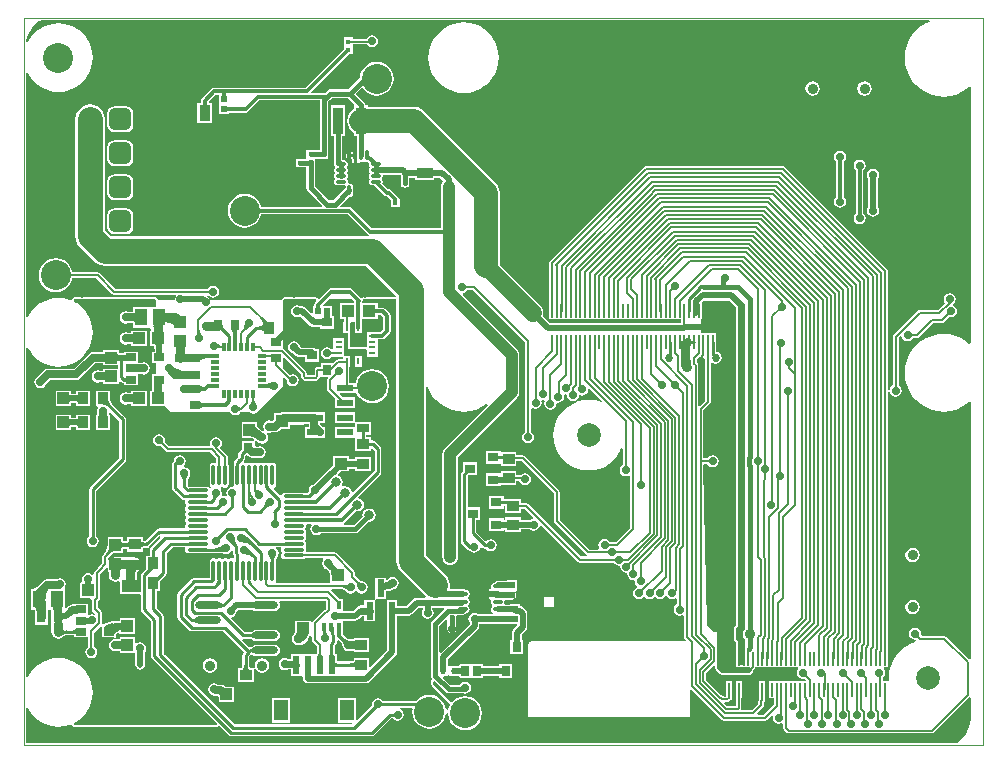
<source format=gtl>
%FSAX44Y44*%
%MOMM*%
G71*
G01*
G75*
G04 Layer_Physical_Order=1*
G04 Layer_Color=255*
%ADD10C,0.2540*%
%ADD11C,0.2032*%
%ADD12C,0.6350*%
%ADD13C,0.5080*%
%ADD14C,0.3048*%
%ADD15C,0.7620*%
%ADD16C,0.3810*%
%ADD17R,0.9000X0.7000*%
%ADD18R,0.3200X0.3600*%
%ADD19R,0.4500X0.5500*%
%ADD20R,1.0000X0.9000*%
%ADD21R,0.9000X0.8000*%
%ADD22R,1.3500X0.9500*%
%ADD23R,0.4600X0.4200*%
%ADD24R,1.6500X2.4000*%
%ADD25O,0.8500X0.3000*%
%ADD26R,0.5500X0.5500*%
%ADD27R,0.8000X0.9000*%
%ADD28R,0.6500X0.9000*%
%ADD29R,0.9500X1.4000*%
%ADD30R,1.0000X1.0000*%
%ADD31R,0.7000X0.9000*%
%ADD32R,0.9000X0.8000*%
%ADD33R,0.5200X0.5200*%
%ADD34R,1.1000X1.1000*%
%ADD35R,0.6298X0.2500*%
%ADD36R,0.6298X0.2500*%
%ADD37R,0.2500X0.6298*%
%ADD38R,0.2500X0.6298*%
%ADD39R,1.4000X0.6000*%
%ADD40R,0.4500X0.4500*%
%ADD41R,1.7000X1.7000*%
%ADD42O,0.2800X0.8500*%
%ADD43O,0.8500X0.2800*%
%ADD44R,0.8500X2.3000*%
%ADD45R,0.4200X0.4600*%
%ADD46R,0.2032X1.1430*%
%ADD47R,1.4000X1.1000*%
%ADD48R,1.1000X1.4000*%
%ADD49R,0.9000X0.6500*%
%ADD50R,0.9000X1.0000*%
%ADD51R,0.8000X0.9000*%
%ADD52R,1.0000X1.0000*%
%ADD53R,1.0160X0.8000*%
%ADD54R,0.7112X0.3366*%
%ADD55R,0.3366X0.7112*%
%ADD56O,0.2650X1.8500*%
%ADD57O,1.8500X0.2650*%
%ADD58O,1.8500X0.2650*%
%ADD59R,0.3500X0.6500*%
%ADD60O,2.2000X0.6000*%
%ADD61R,1.2000X1.8000*%
%ADD62R,0.6000X1.5500*%
%ADD63R,0.6000X1.5000*%
%ADD64C,0.3000*%
%ADD65C,0.5000*%
%ADD66C,2.1590*%
%ADD67C,1.5000*%
%ADD68C,0.1540*%
%ADD69C,0.7500*%
%ADD70C,0.1524*%
%ADD71C,0.2500*%
%ADD72C,0.2000*%
%ADD73C,0.4000*%
%ADD74C,0.4500*%
%ADD75C,0.5588*%
%ADD76C,2.0000*%
%ADD77C,0.1600*%
%ADD78C,0.1700*%
%ADD79C,0.3500*%
%ADD80C,0.6000*%
%ADD81C,1.0000*%
%ADD82C,0.0254*%
%ADD83C,2.0066*%
%ADD84C,0.9000*%
%ADD85C,2.5400*%
G04:AMPARAMS|DCode=86|XSize=1.8796mm|YSize=1.8796mm|CornerRadius=0.4699mm|HoleSize=0mm|Usage=FLASHONLY|Rotation=180.000|XOffset=0mm|YOffset=0mm|HoleType=Round|Shape=RoundedRectangle|*
%AMROUNDEDRECTD86*
21,1,1.8796,0.9398,0,0,180.0*
21,1,0.9398,1.8796,0,0,180.0*
1,1,0.9398,-0.4699,0.4699*
1,1,0.9398,0.4699,0.4699*
1,1,0.9398,0.4699,-0.4699*
1,1,0.9398,-0.4699,-0.4699*
%
%ADD86ROUNDEDRECTD86*%
%ADD87C,1.8796*%
%ADD88C,0.6600*%
%ADD89C,0.5000*%
%ADD90C,0.7112*%
%ADD91C,0.6900*%
%ADD92C,1.0000*%
%ADD93C,0.7300*%
%ADD94C,1.1000*%
%ADD95C,0.8000*%
G36*
X00752292Y00644204D02*
X00752748Y00643346D01*
X00752574Y00642472D01*
X00752795Y00641358D01*
X00753426Y00640413D01*
X00754371Y00639782D01*
X00755485Y00639561D01*
X00771335D01*
X00771617Y00639617D01*
X00778290D01*
X00778291Y00639617D01*
Y00639560D01*
X00778720Y00639617D01*
X00784159D01*
X00785055Y00639018D01*
X00787039Y00638624D01*
X00789024Y00639018D01*
X00790706Y00640142D01*
X00791657Y00641565D01*
X00792927Y00641322D01*
Y00639271D01*
X00793144Y00638178D01*
X00793555Y00637564D01*
Y00635925D01*
X00793142Y00635589D01*
X00792284Y00635134D01*
X00791410Y00635308D01*
X00790296Y00635086D01*
X00789351Y00634455D01*
X00788468D01*
X00787523Y00635086D01*
X00786409Y00635308D01*
X00785295Y00635086D01*
X00784797Y00634753D01*
X00783910Y00634554D01*
X00783023Y00634753D01*
X00782524Y00635086D01*
X00781410Y00635308D01*
X00780296Y00635086D01*
X00779351Y00634455D01*
X00778468D01*
X00777523Y00635086D01*
X00776409Y00635308D01*
X00775295Y00635086D01*
X00774351Y00634455D01*
X00773720Y00633511D01*
X00773499Y00632397D01*
Y00618296D01*
X00759967D01*
X00758875Y00618079D01*
X00757949Y00617460D01*
X00746825Y00606336D01*
X00746206Y00605410D01*
X00745988Y00604317D01*
Y00585302D01*
X00746206Y00584209D01*
X00746825Y00583283D01*
X00756007Y00574101D01*
X00756933Y00573482D01*
X00758026Y00573264D01*
X00784899D01*
X00802412Y00555751D01*
X00801891Y00555231D01*
X00801273Y00554305D01*
X00801055Y00553212D01*
Y00544111D01*
X00801055Y00544109D01*
X00801018D01*
X00801042Y00543928D01*
X00800727Y00542342D01*
X00797380D01*
Y00530282D01*
X00810440D01*
Y00541080D01*
Y00541080D01*
Y00541087D01*
Y00541121D01*
X00810442Y00541155D01*
X00811695Y00541946D01*
X00811797Y00541904D01*
X00811780Y00541929D01*
X00811710Y00541955D01*
X00811780Y00541929D01*
X00812178Y00541334D01*
X00813112Y00539935D01*
X00815107Y00538602D01*
X00817460Y00538134D01*
X00819813Y00538602D01*
X00821807Y00539935D01*
X00823140Y00541929D01*
X00823608Y00544282D01*
X00823140Y00546635D01*
X00821807Y00548629D01*
X00819813Y00549962D01*
X00817460Y00550430D01*
X00815107Y00549962D01*
X00813112Y00548629D01*
X00811780Y00546635D01*
X00811312Y00544282D01*
X00811496Y00543355D01*
X00811278Y00543077D01*
X00810619Y00542351D01*
X00810503Y00542346D01*
X00810503D01*
X00810498Y00542346D01*
X00810416Y00542342D01*
X00810403Y00542342D01*
X00810403D01*
X00810403D01*
X00810403D01*
X00810372D01*
X00809954Y00542342D01*
X00809271Y00542342D01*
X00809271Y00542342D01*
X00809248Y00542342D01*
X00807093D01*
X00806777Y00543928D01*
X00806801Y00544109D01*
X00806765D01*
Y00552029D01*
X00807903Y00553167D01*
X00809024Y00553756D01*
X00810522Y00552754D01*
X00812290Y00552403D01*
X00828290D01*
X00830058Y00552754D01*
X00831556Y00553756D01*
X00832557Y00555254D01*
X00832909Y00557021D01*
X00832557Y00558789D01*
X00831556Y00560287D01*
X00830058Y00561289D01*
X00828290Y00561640D01*
X00812290D01*
X00810522Y00561289D01*
X00809024Y00560287D01*
X00808964Y00560198D01*
X00808188Y00559876D01*
X00808153D01*
X00808113Y00559882D01*
Y00559876D01*
X00807719D01*
X00806627Y00559659D01*
X00806598Y00559640D01*
X00800768Y00565470D01*
X00800801Y00565791D01*
X00800984Y00566110D01*
X00801902Y00566867D01*
X00808112D01*
X00808113Y00566866D01*
Y00566861D01*
X00808155Y00566867D01*
X00808187D01*
X00808964Y00566545D01*
X00809024Y00566456D01*
X00810522Y00565454D01*
X00812290Y00565103D01*
X00828290D01*
X00830058Y00565454D01*
X00831556Y00566456D01*
X00832557Y00567954D01*
X00832909Y00569721D01*
X00832557Y00571489D01*
X00831556Y00572987D01*
X00830058Y00573989D01*
X00828290Y00574340D01*
X00812290D01*
X00810522Y00573989D01*
X00809024Y00572987D01*
X00808964Y00572898D01*
X00808188Y00572576D01*
X00808153D01*
X00808113Y00572582D01*
Y00572576D01*
X00803084D01*
X00791674Y00583986D01*
X00792092Y00585364D01*
X00792975Y00585540D01*
X00794658Y00586664D01*
X00795782Y00588347D01*
X00796007Y00589478D01*
X00797500Y00590972D01*
X00810347D01*
X00810522Y00590854D01*
X00812290Y00590503D01*
X00828290D01*
X00830058Y00590854D01*
X00831556Y00591856D01*
X00832557Y00593354D01*
X00832909Y00595121D01*
X00832557Y00596889D01*
X00832078Y00597606D01*
X00832757Y00598876D01*
X00852169D01*
X00853163Y00599073D01*
X00853328Y00599184D01*
X00871737D01*
X00872001Y00598919D01*
Y00592044D01*
X00871737Y00591779D01*
X00871631D01*
X00870638Y00591582D01*
X00869796Y00591019D01*
X00860494Y00581717D01*
X00859970Y00580933D01*
X00859875Y00580915D01*
X00858700Y00581347D01*
Y00582221D01*
X00845640D01*
Y00576668D01*
X00845552Y00575489D01*
Y00575489D01*
Y00575489D01*
X00845611Y00574561D01*
X00845640Y00573352D01*
Y00573348D01*
X00845435Y00572317D01*
X00844709Y00571231D01*
X00844510Y00571031D01*
X00843329Y00569265D01*
X00842915Y00567182D01*
X00842949Y00567011D01*
X00842932Y00566928D01*
X00843347Y00564845D01*
X00844527Y00563078D01*
X00846293Y00561898D01*
X00846343Y00561888D01*
X00847531Y00561652D01*
D01*
X00847531D01*
D01*
X00847576Y00561643D01*
X00847576D01*
X00848377Y00561483D01*
X00848377Y00561483D01*
X00848748Y00561557D01*
Y00561557D01*
Y00561557D01*
X00848746Y00561582D01*
X00848746Y00561583D01*
X00850554Y00561821D01*
X00852844Y00562769D01*
X00854810Y00564278D01*
X00856319Y00566244D01*
X00857267Y00568534D01*
X00857350Y00569161D01*
X00858464D01*
X00858700Y00569161D01*
X00859734Y00568591D01*
Y00566166D01*
X00859931Y00565172D01*
X00860494Y00564330D01*
X00863904Y00560920D01*
Y00554582D01*
X00863868D01*
X00863817Y00554322D01*
X00861970D01*
Y00554322D01*
X00861970Y00554322D01*
X00861030D01*
Y00554322D01*
X00861030Y00554322D01*
X00852300D01*
X00851970Y00554322D01*
X00851500D01*
X00851030D01*
X00850700Y00554322D01*
X00841970D01*
Y00550000D01*
X00839486D01*
X00838914Y00550382D01*
X00836929Y00550777D01*
X00834945Y00550382D01*
X00833263Y00549258D01*
X00832139Y00547576D01*
X00831744Y00545592D01*
X00832139Y00543607D01*
X00833263Y00541925D01*
X00834945Y00540801D01*
X00836929Y00540406D01*
X00838914Y00540801D01*
X00839486Y00541183D01*
X00841970D01*
Y00535762D01*
X00850700D01*
X00851030Y00535762D01*
X00851121D01*
X00852241Y00534967D01*
X00852391Y00534529D01*
Y00533262D01*
X00852703Y00531689D01*
X00853594Y00530356D01*
X00854927Y00529466D01*
X00856500Y00529153D01*
X00905450D01*
X00907022Y00529466D01*
X00908355Y00530356D01*
X00930615Y00552616D01*
X00931506Y00553950D01*
X00931818Y00555522D01*
Y00581672D01*
X00932240D01*
Y00586593D01*
X00941730D01*
X00943302Y00586906D01*
X00944635Y00587796D01*
X00950236Y00593397D01*
X00953725D01*
Y00592031D01*
X00953043Y00591010D01*
X00952648Y00589025D01*
X00953043Y00587041D01*
X00954167Y00585359D01*
X00955849Y00584235D01*
X00957833Y00583840D01*
X00959818Y00584235D01*
X00961500Y00585359D01*
X00962624Y00587041D01*
X00963019Y00589025D01*
X00962624Y00591010D01*
X00961942Y00592031D01*
Y00593397D01*
X00971317D01*
X00971843Y00592127D01*
X00961638Y00581922D01*
X00960858Y00580755D01*
X00960584Y00579378D01*
Y00535686D01*
X00960858Y00534308D01*
X00961410Y00533482D01*
X00961537Y00532890D01*
X00961120Y00531863D01*
X00961069Y00531842D01*
X00960957Y00531572D01*
X00960742Y00531375D01*
X00960724Y00531009D01*
X00960584Y00530671D01*
X00960584Y00529706D01*
Y00529499D01*
X00960649Y00529342D01*
X00960616Y00529175D01*
X00960730Y00528603D01*
X00960794Y00528281D01*
X00960977Y00528007D01*
X00961041Y00527684D01*
X00961224Y00527410D01*
X00961548Y00526926D01*
X00961689Y00526832D01*
X00961754Y00526675D01*
X00975954Y00512475D01*
X00976203Y00512372D01*
X00976205Y00512368D01*
X00976221Y00512361D01*
X00976229Y00512343D01*
X00976258Y00512317D01*
X00976346Y00512285D01*
X00976560Y00512089D01*
X00976782Y00512009D01*
X00976748Y00510773D01*
X00976334Y00509408D01*
X00975195Y00507278D01*
X00975089Y00507099D01*
X00974420Y00506993D01*
X00973090Y00507989D01*
X00972967Y00508920D01*
X00971533Y00512382D01*
X00969252Y00515354D01*
X00966280Y00517635D01*
X00962818Y00519069D01*
X00959103Y00519558D01*
X00955389Y00519069D01*
X00951927Y00517635D01*
X00948954Y00515354D01*
X00948230Y00514410D01*
X00920133D01*
X00919590Y00515222D01*
X00917908Y00516346D01*
X00915923Y00516741D01*
X00913939Y00516346D01*
X00912257Y00515222D01*
X00911133Y00513540D01*
X00910738Y00511555D01*
X00910928Y00510598D01*
X00898203Y00497873D01*
X00897030Y00498359D01*
Y00517071D01*
X00881970D01*
Y00496012D01*
X00893649D01*
X00894288Y00494742D01*
X00893997Y00494350D01*
X00794332D01*
X00734374Y00554308D01*
Y00586231D01*
X00734157Y00587324D01*
X00733538Y00588250D01*
X00728415Y00593374D01*
Y00607641D01*
X00731590D01*
Y00616164D01*
X00736078Y00620652D01*
X00736078Y00620652D01*
X00736078Y00620652D01*
X00736386Y00621113D01*
X00736697Y00621578D01*
Y00621578D01*
X00736697Y00621578D01*
X00736770Y00621946D01*
X00736914Y00622671D01*
Y00622671D01*
Y00622671D01*
Y00639659D01*
X00741872Y00644616D01*
X00751957D01*
X00752292Y00644204D01*
D02*
G37*
G36*
X00920454Y00839206D02*
Y00829065D01*
X00918054Y00826665D01*
X00911051D01*
X00909869Y00826430D01*
X00909758Y00826356D01*
X00907621D01*
Y00830350D01*
X00907621Y00830350D01*
Y00826356D01*
X00906372D01*
Y00820796D01*
Y00815795D01*
Y00814714D01*
X00905474Y00813816D01*
X00891794Y00813816D01*
Y00825671D01*
X00892057D01*
Y00834136D01*
X00893171Y00835406D01*
X00896187D01*
Y00830350D01*
X00896422Y00829167D01*
X00896497Y00829056D01*
Y00825671D01*
X00902057D01*
Y00829056D01*
X00902131Y00829167D01*
X00902366Y00830350D01*
Y00834429D01*
Y00834507D01*
Y00837265D01*
X00915444D01*
Y00841206D01*
X00918454D01*
X00920454Y00839206D01*
D02*
G37*
G36*
X00833292Y00644204D02*
X00833748Y00643346D01*
X00833574Y00642472D01*
X00833795Y00641358D01*
X00834426Y00640413D01*
Y00639530D01*
X00833795Y00638585D01*
X00833574Y00637471D01*
X00833795Y00636357D01*
X00834426Y00635413D01*
X00835371Y00634782D01*
X00836485Y00634561D01*
X00852335D01*
X00853449Y00634782D01*
X00853690Y00634944D01*
X00868963D01*
X00869642Y00633674D01*
X00868969Y00632666D01*
X00868574Y00630681D01*
X00868969Y00628697D01*
X00870093Y00627015D01*
X00871340Y00626181D01*
X00871775Y00625891D01*
X00872411Y00625650D01*
X00873403Y00625014D01*
X00873574Y00624758D01*
X00873674Y00624816D01*
X00874179Y00624060D01*
X00874469Y00623867D01*
X00874868Y00622904D01*
X00875179Y00620541D01*
X00875162Y00620522D01*
X00875163D01*
X00875230Y00620182D01*
Y00614227D01*
X00829821D01*
X00829108Y00615417D01*
X00829112Y00615497D01*
X00829321Y00616547D01*
Y00632397D01*
X00829313Y00632434D01*
X00829312Y00632501D01*
X00829286Y00633693D01*
Y00633693D01*
D01*
X00829579Y00634841D01*
X00830027Y00635512D01*
X00830077Y00635545D01*
X00831201Y00637227D01*
X00831596Y00639212D01*
X00831201Y00641196D01*
X00830077Y00642879D01*
X00829376Y00643346D01*
X00829762Y00644616D01*
X00832957D01*
X00833292Y00644204D01*
D02*
G37*
G36*
X01040587Y00817927D02*
Y00742171D01*
X01039257Y00741282D01*
X01038133Y00739600D01*
X01037738Y00737616D01*
X01038133Y00735631D01*
X01039257Y00733949D01*
X01040939Y00732825D01*
X01042924Y00732430D01*
X01044908Y00732825D01*
X01046590Y00733949D01*
X01047714Y00735631D01*
X01048109Y00737616D01*
X01047714Y00739600D01*
X01046590Y00741282D01*
X01045260Y00742171D01*
Y00761863D01*
X01046530Y00762542D01*
X01047289Y00762035D01*
X01049274Y00761640D01*
X01051258Y00762035D01*
X01052940Y00763159D01*
X01054064Y00764841D01*
X01054459Y00766825D01*
X01054175Y00768253D01*
X01055059Y00769307D01*
X01055153Y00769353D01*
X01055623Y00769260D01*
X01056247Y00769384D01*
X01057010Y00768241D01*
X01056799Y00767924D01*
X01056404Y00765939D01*
X01056799Y00763955D01*
X01057923Y00762273D01*
X01059605Y00761149D01*
X01061590Y00760754D01*
X01063574Y00761149D01*
X01065256Y00762273D01*
X01066380Y00763955D01*
X01066736Y00765741D01*
X01067035Y00766214D01*
X01067671Y00766850D01*
X01068324Y00766720D01*
X01070308Y00767115D01*
X01071990Y00768239D01*
X01073114Y00769921D01*
X01073509Y00771906D01*
X01073279Y00773061D01*
X01074121Y00774105D01*
X01074911Y00774135D01*
X01075838Y00773176D01*
X01076233Y00771191D01*
X01077357Y00769509D01*
X01079039Y00768385D01*
X01081023Y00767990D01*
X01083008Y00768385D01*
X01084690Y00769509D01*
X01085814Y00771191D01*
X01085995Y00772102D01*
X01086410Y00773149D01*
X01087375Y00773024D01*
X01088419Y00772816D01*
X01090404Y00773211D01*
X01092086Y00774335D01*
X01093210Y00776017D01*
X01093605Y00778001D01*
X01093518Y00778436D01*
X01094689Y00779062D01*
X01105365Y00768385D01*
X01104659Y00767329D01*
X01103469Y00767823D01*
X01098908Y00768918D01*
X01094231Y00769286D01*
X01089555Y00768918D01*
X01084994Y00767823D01*
X01080661Y00766028D01*
X01076661Y00763577D01*
X01073095Y00760530D01*
X01070048Y00756964D01*
X01067597Y00752964D01*
X01065802Y00748631D01*
X01064707Y00744070D01*
X01064339Y00739393D01*
X01064707Y00734717D01*
X01065802Y00730156D01*
X01067597Y00725823D01*
X01070048Y00721823D01*
X01073095Y00718257D01*
X01076661Y00715210D01*
X01080661Y00712759D01*
X01084994Y00710964D01*
X01089555Y00709869D01*
X01094231Y00709501D01*
X01098908Y00709869D01*
X01103469Y00710964D01*
X01107802Y00712759D01*
X01111802Y00715210D01*
X01115368Y00718257D01*
X01118415Y00721823D01*
X01120866Y00725823D01*
X01121867Y00728239D01*
X01123137Y00727987D01*
Y00714231D01*
X01121807Y00713342D01*
X01120683Y00711660D01*
X01120288Y00709676D01*
X01120683Y00707691D01*
X01121807Y00706009D01*
X01123489Y00704885D01*
X01125473Y00704490D01*
X01127458Y00704885D01*
X01128217Y00705391D01*
X01129487Y00704713D01*
Y00661114D01*
X01116960Y00648586D01*
X01112175D01*
X01111286Y00649916D01*
X01109604Y00651040D01*
X01107619Y00651435D01*
X01105635Y00651040D01*
X01103953Y00649916D01*
X01102829Y00648234D01*
X01102434Y00646249D01*
X01102829Y00644265D01*
X01103176Y00643746D01*
X01102497Y00642476D01*
X01094378D01*
X01069508Y00667346D01*
Y00691127D01*
X01069330Y00692022D01*
X01068824Y00692780D01*
X01040116Y00721488D01*
X01039358Y00721994D01*
X01038463Y00722172D01*
X01032943D01*
Y00724976D01*
X01019883D01*
X01019584Y00725976D01*
Y00725976D01*
X01007523D01*
Y00714916D01*
X01019583D01*
X01019883Y00713770D01*
Y00712915D01*
X01032943D01*
Y00717499D01*
X01037495D01*
X01064834Y00690160D01*
Y00666378D01*
X01065012Y00665483D01*
X01065519Y00664725D01*
X01091758Y00638486D01*
X01091758Y00638486D01*
X01092137Y00638233D01*
X01092516Y00637980D01*
X01093030Y00637878D01*
X01092905Y00636608D01*
X01087889D01*
X01043098Y00681400D01*
X01042261Y00681959D01*
X01041273Y00682155D01*
X01041273Y00682155D01*
X01036753D01*
Y00685605D01*
X01023693D01*
Y00685201D01*
X01022123D01*
Y00687876D01*
X01010063D01*
Y00676816D01*
X01022123D01*
Y00679491D01*
X01023693D01*
Y00673546D01*
X01036753D01*
Y00676996D01*
X01040205D01*
X01047224Y00669977D01*
X01046806Y00668599D01*
X01045639Y00668366D01*
X01044618Y00667684D01*
X01036753D01*
Y00669605D01*
X01023693D01*
Y00667454D01*
X01022123D01*
Y00668875D01*
X01010063D01*
Y00657815D01*
X01022123D01*
Y00659237D01*
X01023693D01*
Y00657545D01*
X01036753D01*
Y00659467D01*
X01044618D01*
X01045639Y00658785D01*
X01047624Y00658390D01*
X01049608Y00658785D01*
X01051290Y00659909D01*
X01052414Y00661591D01*
X01052647Y00662758D01*
X01054025Y00663176D01*
X01084997Y00632204D01*
X01084997Y00632204D01*
X01085834Y00631645D01*
X01086821Y00631448D01*
X01115448D01*
X01116174Y00630361D01*
X01117857Y00629237D01*
X01119662Y00628878D01*
X01120106Y00628618D01*
X01120542Y00628182D01*
X01120802Y00627738D01*
X01121161Y00625933D01*
X01122285Y00624250D01*
X01123967Y00623126D01*
X01125773Y00622767D01*
X01126216Y00622508D01*
X01126653Y00622071D01*
X01126913Y00621628D01*
X01127272Y00619822D01*
X01128396Y00618139D01*
X01130078Y00617015D01*
X01131884Y00616656D01*
X01132327Y00616397D01*
X01132764Y00615960D01*
X01133023Y00615517D01*
X01133383Y00613711D01*
X01134507Y00612029D01*
X01135071Y00611651D01*
X01134919Y00610326D01*
X01133237Y00609202D01*
X01132113Y00607520D01*
X01131718Y00605536D01*
X01132113Y00603551D01*
X01133237Y00601869D01*
X01134919Y00600745D01*
X01136904Y00600350D01*
X01138888Y00600745D01*
X01140570Y00601869D01*
X01140714Y00602083D01*
X01141983D01*
X01142127Y00601869D01*
X01143809Y00600745D01*
X01145794Y00600350D01*
X01147778Y00600745D01*
X01149460Y00601869D01*
X01149604Y00602083D01*
X01150873D01*
X01151017Y00601869D01*
X01152699Y00600745D01*
X01154684Y00600350D01*
X01156668Y00600745D01*
X01158350Y00601869D01*
X01159000Y00602841D01*
X01160527D01*
X01161177Y00601869D01*
X01162859Y00600745D01*
X01164844Y00600350D01*
X01166828Y00600745D01*
X01167344Y00601089D01*
X01168614Y00600410D01*
Y00595959D01*
X01167527Y00595232D01*
X01166403Y00593550D01*
X01166008Y00591566D01*
X01166403Y00589581D01*
X01167527Y00587899D01*
X01169209Y00586775D01*
X01171193Y00586380D01*
X01173178Y00586775D01*
X01173694Y00587119D01*
X01174964Y00586441D01*
Y00568821D01*
X01174964Y00568821D01*
X01175160Y00567834D01*
X01175720Y00566997D01*
X01176746Y00565970D01*
X01176220Y00564701D01*
X01045463D01*
X01044566Y00564522D01*
X01043805Y00564014D01*
X01043297Y00563253D01*
X01043118Y00562355D01*
Y00503932D01*
X01043023Y00503837D01*
X01042538Y00502668D01*
X01042537Y00502665D01*
X01043023Y00501494D01*
X01043025Y00501493D01*
X01044041Y00500850D01*
X01044566Y00500499D01*
X01045463Y00500320D01*
X01177543D01*
X01178441Y00500499D01*
X01179202Y00501007D01*
X01179710Y00501768D01*
X01179889Y00502665D01*
Y00523493D01*
X01181159Y00524019D01*
X01206876Y00498302D01*
X01206876Y00498302D01*
X01207713Y00497742D01*
X01208700Y00497546D01*
X01243433D01*
X01243433Y00497546D01*
X01244420Y00497742D01*
X01245257Y00498302D01*
X01248893Y00501937D01*
X01250064Y00501312D01*
X01249828Y00500126D01*
X01250223Y00498141D01*
X01251347Y00496459D01*
X01253029Y00495335D01*
X01255014Y00494940D01*
X01256998Y00495335D01*
X01257748Y00495836D01*
X01259018Y00495157D01*
Y00491236D01*
X01259018Y00491236D01*
X01259197Y00490338D01*
X01259705Y00489577D01*
X01261751Y00487531D01*
X01261751Y00487531D01*
X01262207Y00487227D01*
X01262512Y00487023D01*
X01263410Y00486844D01*
X01384746D01*
X01384746Y00486844D01*
X01385644Y00487023D01*
X01386405Y00487531D01*
X01416290Y00517417D01*
X01417561Y00516922D01*
X01417596Y00500126D01*
X01417106Y00495146D01*
X01415654Y00490358D01*
X01413295Y00485946D01*
X01410121Y00482078D01*
X01406315Y00478955D01*
X00618791Y00478955D01*
X00617893Y00479853D01*
Y00508177D01*
X00619139Y00508424D01*
X00619214Y00508242D01*
X00621602Y00504346D01*
X00624569Y00500871D01*
X00628044Y00497904D01*
X00631940Y00495516D01*
X00636161Y00493768D01*
X00640605Y00492701D01*
X00645160Y00492342D01*
X00649715Y00492701D01*
X00654158Y00493768D01*
X00655497Y00494322D01*
X00656724Y00494109D01*
X00657000Y00493570D01*
X00657092Y00493190D01*
X00657376Y00492798D01*
X00657493Y00492727D01*
X00657545Y00492601D01*
X00658019Y00492404D01*
X00658457Y00492136D01*
X00658589Y00492167D01*
X00658715Y00492115D01*
X00763558Y00492073D01*
X00779140Y00492066D01*
X00779140Y00492067D01*
X00779332Y00492066D01*
X00779419Y00492103D01*
X00779510Y00492076D01*
X00779736Y00492200D01*
X00779793Y00492200D01*
X00779793Y00492201D01*
X00779855Y00492265D01*
X00779994Y00492340D01*
X00780503Y00492551D01*
X00780540Y00492638D01*
X00780622Y00492683D01*
X00781653Y00492811D01*
X00782076Y00492776D01*
X00789445Y00485407D01*
X00790371Y00484788D01*
X00791463Y00484571D01*
X00910844D01*
X00911936Y00484788D01*
X00912862Y00485407D01*
X00927067Y00499612D01*
X00928417Y00499523D01*
X00928767Y00498999D01*
X00930449Y00497875D01*
X00932433Y00497480D01*
X00934418Y00497875D01*
X00936100Y00498999D01*
X00937224Y00500681D01*
X00937619Y00502665D01*
X00937224Y00504650D01*
X00936100Y00506332D01*
X00934456Y00507431D01*
X00934434Y00507534D01*
X00934668Y00508701D01*
X00944248D01*
X00945085Y00507746D01*
X00944751Y00505205D01*
X00945240Y00501491D01*
X00946674Y00498029D01*
X00948954Y00495056D01*
X00951927Y00492776D01*
X00955389Y00491342D01*
X00959103Y00490853D01*
X00962818Y00491342D01*
X00966280Y00492776D01*
X00969252Y00495056D01*
X00971533Y00498029D01*
X00972967Y00501491D01*
X00973245Y00503601D01*
X00974537Y00504463D01*
X00975226Y00504234D01*
X00975261Y00504163D01*
X00975231Y00503936D01*
X00975720Y00500221D01*
X00977154Y00496759D01*
X00979435Y00493787D01*
X00982407Y00491506D01*
X00985869Y00490072D01*
X00989584Y00489583D01*
X00993298Y00490072D01*
X00996760Y00491506D01*
X00999732Y00493787D01*
X01002013Y00496759D01*
X01003447Y00500221D01*
X01003936Y00503936D01*
X01003447Y00507650D01*
X01002013Y00511112D01*
X00999732Y00514084D01*
X00996760Y00516365D01*
X00993298Y00517799D01*
X00989584Y00518288D01*
X00985869Y00517799D01*
X00982407Y00516365D01*
X00979435Y00514084D01*
X00979116Y00513669D01*
X00979103Y00513660D01*
X00978617Y00513437D01*
X00977464Y00513507D01*
X00977376Y00513539D01*
X00977347Y00513565D01*
X00977347Y00513565D01*
X00977346Y00513566D01*
X00977125Y00513646D01*
X00977125Y00513646D01*
X00962925Y00527846D01*
Y00527846D01*
X00962601Y00528330D01*
Y00528330D01*
X00962418Y00528604D01*
X00962368Y00528859D01*
X00962354Y00528926D01*
X00962240Y00529499D01*
Y00529706D01*
X00962669Y00530661D01*
X00963928Y00530851D01*
X00973068Y00521711D01*
X00974236Y00520930D01*
X00975613Y00520656D01*
X00987992D01*
X00989584Y00520340D01*
X00991568Y00520735D01*
X00993250Y00521859D01*
X00994374Y00523541D01*
X00994769Y00525526D01*
X00994374Y00527510D01*
X00993250Y00529192D01*
X00991568Y00530316D01*
X00989584Y00530711D01*
X00987599Y00530316D01*
X00985917Y00529192D01*
X00985023Y00527855D01*
X00977104D01*
X00970917Y00534042D01*
X00971403Y00535215D01*
X00974894D01*
Y00536654D01*
X00976164Y00537150D01*
X00976333Y00536966D01*
Y00535215D01*
X00983893D01*
X00984883Y00534539D01*
Y00533576D01*
X00993613D01*
X00994443Y00533576D01*
X00994663D01*
X00994883D01*
X00995713Y00533576D01*
X01004443D01*
Y00535497D01*
X01018344D01*
Y00533625D01*
X01029404D01*
Y00545686D01*
X01018344D01*
Y00543715D01*
X01004443D01*
Y00545636D01*
X00995713D01*
X00994883Y00545636D01*
X00994663D01*
X00994443D01*
X00993613Y00545636D01*
X00984883D01*
Y00544452D01*
X00983893Y00543775D01*
X00976493D01*
X00976333Y00543775D01*
X00975223Y00544160D01*
Y00549804D01*
X01000487Y00575069D01*
X01001378Y00576401D01*
X01001691Y00577974D01*
Y00579647D01*
X01027214D01*
Y00579476D01*
X01033166D01*
X01033692Y00578205D01*
X01030468Y00574981D01*
X01029985Y00574257D01*
X01029577Y00573648D01*
X01029577Y00573648D01*
X01029577Y00573648D01*
X01029420Y00572858D01*
X01029265Y00572076D01*
Y00565686D01*
X01027844D01*
Y00553625D01*
X01038904D01*
Y00565686D01*
X01037483D01*
Y00570374D01*
X01041179Y00574070D01*
X01041662Y00574794D01*
X01042069Y00575403D01*
X01042069Y00575403D01*
X01042069Y00575404D01*
X01042227Y00576194D01*
X01042382Y00576976D01*
Y00588175D01*
X01042069Y00589747D01*
X01041179Y00591080D01*
X01038818Y00593441D01*
X01037485Y00594331D01*
X01035913Y00594644D01*
X01035773D01*
Y00596035D01*
X01027214D01*
Y00595864D01*
X01023210D01*
X01022532Y00597134D01*
X01022637Y00597293D01*
X01022873Y00598475D01*
X01022829Y00598697D01*
X01023842Y00599967D01*
X01028953D01*
X01030526Y00600279D01*
X01031859Y00601170D01*
X01032750Y00602503D01*
X01033062Y00604076D01*
X01032750Y00605648D01*
X01032163Y00606525D01*
X01032752Y00607795D01*
X01033233D01*
Y00616356D01*
X01024673D01*
Y00616184D01*
X01017633D01*
X01016061Y00615872D01*
X01014728Y00614981D01*
X01014450Y00614565D01*
X01014283D01*
X01013101Y00614330D01*
X01012099Y00613660D01*
X01011429Y00612658D01*
X01011194Y00611475D01*
X01011417Y00610355D01*
X01011421Y00610280D01*
X01010709Y00609085D01*
X01005534D01*
X01003961Y00608772D01*
X01002628Y00607881D01*
X00999378Y00604631D01*
X00998487Y00603298D01*
X00998175Y00601726D01*
X00998487Y00600153D01*
X00999378Y00598820D01*
X01000711Y00597929D01*
X01002283Y00597617D01*
X01003856Y00597929D01*
X01005189Y00598820D01*
X01007236Y00600867D01*
X01010710D01*
X01011421Y00599670D01*
X01011417Y00599597D01*
X01011194Y00598475D01*
X01011429Y00597293D01*
X01012099Y00596291D01*
X01012634Y00595933D01*
Y00594518D01*
X01012099Y00594160D01*
X01011429Y00593158D01*
X01011194Y00591975D01*
X01011429Y00590793D01*
X01012099Y00589791D01*
X01013101Y00589121D01*
X01012910Y00587864D01*
X01000587D01*
X00999566Y00588546D01*
X00997582Y00588941D01*
X00995598Y00588546D01*
X00993915Y00587422D01*
X00992791Y00585740D01*
X00992396Y00583755D01*
X00992791Y00581771D01*
X00993473Y00580750D01*
Y00579676D01*
X00969053Y00555256D01*
X00967783Y00555782D01*
Y00577887D01*
X00973381Y00583485D01*
X00974554Y00582999D01*
Y00575056D01*
X00974828Y00573678D01*
X00975609Y00572510D01*
X00976776Y00571730D01*
X00978154Y00571456D01*
X00979531Y00571730D01*
X00980698Y00572510D01*
X00981479Y00573678D01*
X00981753Y00575056D01*
Y00584955D01*
X00981607Y00585686D01*
X00982473Y00586956D01*
X00986614D01*
X00987991Y00587230D01*
X00989159Y00588011D01*
X00990034Y00588886D01*
X00990284D01*
X00991466Y00589121D01*
X00992468Y00589791D01*
X00993138Y00590793D01*
X00993373Y00591975D01*
X00993138Y00593158D01*
X00992468Y00594160D01*
X00991933Y00594518D01*
Y00595933D01*
X00992468Y00596291D01*
X00993138Y00597293D01*
X00993373Y00598475D01*
X00993138Y00599658D01*
X00992468Y00600660D01*
X00991932Y00601018D01*
Y00602433D01*
X00992468Y00602791D01*
X00993138Y00603793D01*
X00993373Y00604976D01*
X00993138Y00606158D01*
X00992468Y00607160D01*
X00991466Y00607830D01*
X00990284Y00608065D01*
X00990164D01*
X00989106Y00608772D01*
X00987534Y00609085D01*
X00977514D01*
X00976400Y00610355D01*
X00976660Y00612331D01*
X00976236Y00615548D01*
X00974994Y00618546D01*
X00973019Y00621121D01*
X00956295Y00637845D01*
Y00780496D01*
X00957565Y00780749D01*
X00958998Y00777289D01*
X00961696Y00772887D01*
X00965049Y00768961D01*
X00968975Y00765608D01*
X00973377Y00762910D01*
X00978146Y00760934D01*
X00983167Y00759729D01*
X00988314Y00759324D01*
X00993460Y00759729D01*
X00998481Y00760934D01*
X01003250Y00762910D01*
X01007652Y00765608D01*
X01008219Y00766092D01*
X01009082Y00765159D01*
X00972226Y00728303D01*
X00971180Y00726939D01*
X00970522Y00725350D01*
X00970297Y00723645D01*
X00970297Y00723645D01*
Y00636016D01*
X00970522Y00634311D01*
X00971180Y00632722D01*
X00972226Y00631358D01*
X00973590Y00630312D01*
X00975179Y00629654D01*
X00976883Y00629429D01*
X00978588Y00629654D01*
X00980177Y00630312D01*
X00981541Y00631358D01*
X00982587Y00632722D01*
X00983245Y00634311D01*
X00983470Y00636016D01*
Y00720917D01*
X01033611Y00771058D01*
X01033611Y00771058D01*
X01034657Y00772422D01*
X01034850Y00772888D01*
X01035315Y00774011D01*
X01035540Y00775715D01*
X01035540Y00775716D01*
Y00807466D01*
X01035315Y00809170D01*
X01034657Y00810759D01*
X01033611Y00812123D01*
X01033611Y00812123D01*
X00987506Y00858227D01*
X00987924Y00859605D01*
X00989028Y00859825D01*
X00990710Y00860949D01*
X00991599Y00862279D01*
X00996236D01*
X01040587Y00817927D01*
D02*
G37*
G36*
X01218645Y00848183D02*
Y00578309D01*
X01218588Y00578252D01*
X01217586Y00576753D01*
X01217235Y00574986D01*
Y00567505D01*
X01217586Y00565738D01*
X01218588Y00564239D01*
X01218645Y00564182D01*
Y00548386D01*
X01218686Y00548181D01*
Y00542919D01*
X01221993D01*
Y00538226D01*
X01206753D01*
X01204213Y00540765D01*
X01202943Y00542035D01*
Y00572515D01*
X01200404D01*
X01194053Y00578866D01*
X01191330Y00713689D01*
X01192456Y00714959D01*
X01194578D01*
X01195467Y00713629D01*
X01197149Y00712505D01*
X01199134Y00712110D01*
X01201118Y00712505D01*
X01202800Y00713629D01*
X01203924Y00715311D01*
X01204319Y00717296D01*
X01203924Y00719280D01*
X01202800Y00720962D01*
X01201118Y00722086D01*
X01199134Y00722481D01*
X01197149Y00722086D01*
X01195467Y00720962D01*
X01194578Y00719632D01*
X01191310D01*
Y00760277D01*
X01196762Y00765729D01*
X01196762Y00765729D01*
X01197015Y00766108D01*
X01197269Y00766487D01*
X01197446Y00767381D01*
X01197446Y00767381D01*
Y00800233D01*
X01198716Y00800912D01*
X01199730Y00800234D01*
X01201674Y00799848D01*
X01203617Y00800234D01*
X01205264Y00801335D01*
X01206365Y00802982D01*
X01206751Y00804926D01*
X01206365Y00806869D01*
X01205264Y00808516D01*
X01203617Y00809616D01*
X01202008Y00809937D01*
Y00818174D01*
X01201792Y00819258D01*
X01201720Y00819367D01*
Y00825418D01*
X01189073D01*
X01188973Y00830325D01*
Y00837345D01*
X01189781D01*
Y00851600D01*
X01191367Y00853186D01*
X01213643D01*
X01218645Y00848183D01*
D02*
G37*
G36*
X00731025Y00653801D02*
X00731444Y00652423D01*
X00723541Y00644520D01*
X00722922Y00643594D01*
X00722705Y00642502D01*
Y00637211D01*
X00719530D01*
Y00626348D01*
X00715739Y00622557D01*
X00715120Y00621631D01*
X00714903Y00620539D01*
Y00606307D01*
X00714649Y00606138D01*
X00707959D01*
X00707833Y00607408D01*
X00708203Y00607481D01*
X00709969Y00608661D01*
X00711150Y00610428D01*
X00711564Y00612511D01*
Y00620468D01*
X00711779Y00622102D01*
X00712535Y00623927D01*
X00713711Y00625460D01*
X00713767Y00625464D01*
X00713767D01*
X00714947Y00627230D01*
X00715362Y00629314D01*
X00715319Y00629526D01*
X00715374Y00629802D01*
X00714960Y00631885D01*
X00713779Y00633652D01*
X00713279Y00634151D01*
X00711513Y00635332D01*
X00709430Y00635746D01*
X00693419D01*
X00691336Y00635332D01*
X00689570Y00634151D01*
X00688729Y00632894D01*
X00687459Y00633279D01*
Y00634136D01*
X00687531Y00635377D01*
X00687688Y00635568D01*
X00690725Y00638605D01*
X00690727Y00638602D01*
X00691962Y00639428D01*
X00693419Y00639717D01*
Y00639721D01*
X00693671Y00639771D01*
X00699949D01*
Y00642953D01*
X00700053Y00643022D01*
X00701613Y00643332D01*
X00702417Y00643400D01*
X00702424Y00643399D01*
Y00643399D01*
X00703369Y00642710D01*
X00703400Y00642686D01*
Y00640772D01*
X00716460D01*
Y00643618D01*
X00718046Y00643934D01*
X00718227Y00643910D01*
Y00643947D01*
X00718228Y00643947D01*
X00719700D01*
X00720792Y00644164D01*
X00721719Y00644783D01*
X00730784Y00653849D01*
X00731025Y00653801D01*
D02*
G37*
G36*
X00931432Y00632696D02*
X00931856Y00629478D01*
X00932734Y00627358D01*
X00933098Y00626480D01*
X00935073Y00623905D01*
X00955438Y00603540D01*
X00956381Y00602817D01*
X00955972Y00601614D01*
X00948533D01*
X00946961Y00601302D01*
X00945628Y00600411D01*
X00940028Y00594811D01*
X00932240D01*
Y00599732D01*
X00923537D01*
X00922854Y00600537D01*
X00922739Y00600820D01*
Y00607257D01*
X00923872Y00607482D01*
X00925829D01*
X00925829Y00607482D01*
X00927418Y00607798D01*
X00928764Y00608697D01*
X00929222Y00609155D01*
X00930354Y00609381D01*
X00932036Y00610505D01*
X00933160Y00612187D01*
X00933555Y00614171D01*
X00933160Y00616156D01*
X00932036Y00617838D01*
X00930354Y00618962D01*
X00928370Y00619357D01*
X00926385Y00618962D01*
X00924703Y00617838D01*
X00924467Y00617486D01*
X00923859Y00617080D01*
X00922739Y00617679D01*
Y00618732D01*
X00913680D01*
Y00600820D01*
X00913565Y00600537D01*
X00912882Y00599732D01*
X00912882Y00599732D01*
X00904180D01*
Y00595111D01*
X00901090D01*
X00899403Y00594775D01*
X00897972Y00593819D01*
X00897235Y00592716D01*
X00894901Y00590381D01*
X00887217D01*
X00886080Y00590702D01*
Y00600262D01*
X00883968D01*
X00883031Y00601065D01*
D01*
X00882945Y00601065D01*
X00876244Y00607766D01*
X00876770Y00609036D01*
X00883611D01*
Y00609026D01*
X00885646Y00608758D01*
X00887542Y00607972D01*
X00889074Y00606797D01*
X00889143Y00606695D01*
X00890825Y00605571D01*
X00892810Y00605176D01*
X00894794Y00605571D01*
X00896476Y00606695D01*
X00896747Y00607099D01*
X00898017D01*
X00898287Y00606695D01*
X00899969Y00605571D01*
X00901954Y00605176D01*
X00903938Y00605571D01*
X00905620Y00606695D01*
X00906744Y00608377D01*
X00907139Y00610362D01*
X00906744Y00612346D01*
X00905620Y00614028D01*
X00903938Y00615152D01*
X00901954Y00615547D01*
X00901863Y00615529D01*
X00901197Y00615805D01*
X00899633Y00617369D01*
X00898983Y00618020D01*
X00898767Y00618300D01*
X00898735Y00618268D01*
X00896675Y00620327D01*
Y00622872D01*
X00896478Y00623865D01*
X00895915Y00624707D01*
X00881247Y00639375D01*
X00880405Y00639938D01*
X00879411Y00640135D01*
X00855735D01*
X00855028Y00641352D01*
X00855034Y00641405D01*
X00855246Y00642472D01*
X00855024Y00643586D01*
X00854691Y00644084D01*
X00854492Y00644971D01*
X00854691Y00645859D01*
X00855024Y00646357D01*
X00855246Y00647471D01*
X00855024Y00648585D01*
X00854393Y00649530D01*
Y00650413D01*
X00855024Y00651358D01*
X00855246Y00652472D01*
X00855024Y00653586D01*
X00854691Y00654084D01*
X00854492Y00654971D01*
X00854691Y00655859D01*
X00855024Y00656357D01*
X00855246Y00657471D01*
X00855024Y00658585D01*
X00854393Y00659530D01*
Y00660413D01*
X00855024Y00661358D01*
X00855246Y00662472D01*
X00855118Y00663112D01*
X00855903Y00664382D01*
X00859053D01*
X00859634Y00663112D01*
X00858809Y00661876D01*
X00858414Y00659892D01*
X00858809Y00657907D01*
X00859933Y00656225D01*
X00861615Y00655101D01*
X00863599Y00654706D01*
X00865584Y00655101D01*
X00867266Y00656225D01*
X00867311Y00656292D01*
X00896619D01*
X00897997Y00656566D01*
X00899165Y00657346D01*
X00907846Y00666028D01*
X00908304Y00665937D01*
X00910461Y00666366D01*
X00912290Y00667589D01*
X00913513Y00669418D01*
X00913942Y00671575D01*
X00913513Y00673733D01*
X00912290Y00675562D01*
X00910461Y00676785D01*
X00908304Y00677214D01*
X00906146Y00676785D01*
X00904317Y00675562D01*
X00903094Y00673733D01*
X00902665Y00671575D01*
X00902756Y00671118D01*
X00895129Y00663491D01*
X00887018D01*
X00886913Y00663768D01*
X00886806Y00664761D01*
X00887594Y00665287D01*
X00897345Y00675038D01*
X00898403Y00674827D01*
X00900561Y00675256D01*
X00902390Y00676479D01*
X00903613Y00678308D01*
X00904042Y00680465D01*
X00903613Y00682623D01*
X00902390Y00684452D01*
X00900561Y00685675D01*
X00899281Y00685929D01*
X00898863Y00687307D01*
X00917942Y00706387D01*
X00918561Y00707313D01*
X00918778Y00708406D01*
Y00727456D01*
X00918561Y00728548D01*
X00917942Y00729474D01*
X00913252Y00734165D01*
X00912326Y00734783D01*
X00911233Y00735001D01*
X00909753D01*
Y00738176D01*
X00906078D01*
Y00739705D01*
X00909834D01*
Y00750765D01*
X00898157D01*
X00896975Y00750765D01*
X00896975D01*
X00896671Y00750765D01*
X00896670Y00750765D01*
X00896638D01*
X00896630D01*
X00896627D01*
X00896613Y00750765D01*
X00896613Y00750766D01*
X00896613Y00750769D01*
Y00750769D01*
X00896612Y00750771D01*
X00896591Y00750851D01*
X00896313Y00751911D01*
X00896313Y00751911D01*
Y00758756D01*
X00879253D01*
Y00749696D01*
X00894770D01*
X00895952Y00749696D01*
X00895952D01*
X00896255Y00749696D01*
X00896257Y00749696D01*
X00896289D01*
X00896297D01*
X00896300D01*
X00896313Y00749696D01*
X00896313Y00749695D01*
X00896314Y00749692D01*
Y00749692D01*
X00896315Y00749690D01*
X00896336Y00749610D01*
X00896613Y00748550D01*
Y00747401D01*
X00896313Y00746256D01*
X00895343Y00746256D01*
X00879253D01*
Y00737196D01*
X00895424D01*
X00896218Y00737196D01*
X00896313D01*
X00896693Y00736083D01*
Y00726116D01*
X00909753D01*
Y00727792D01*
X00911023Y00728318D01*
X00913069Y00726273D01*
Y00709588D01*
X00894782Y00691302D01*
X00893404Y00691720D01*
X00893193Y00692783D01*
X00891970Y00694612D01*
X00890141Y00695835D01*
X00887983Y00696264D01*
X00886122Y00695893D01*
X00885418Y00696651D01*
X00885282Y00696923D01*
X00885573Y00697358D01*
X00886002Y00699516D01*
X00885573Y00701673D01*
X00884350Y00703502D01*
X00882521Y00704725D01*
X00882018Y00704825D01*
X00881649Y00706040D01*
X00884225Y00708616D01*
X00891084D01*
Y00710646D01*
X00896693D01*
Y00709116D01*
X00909753D01*
Y00721176D01*
X00896693D01*
Y00718864D01*
X00891084D01*
Y00721676D01*
X00878024D01*
Y00714036D01*
X00875056Y00711068D01*
X00874132Y00710451D01*
X00861166Y00697485D01*
X00860345Y00697322D01*
X00858663Y00696198D01*
X00857539Y00694516D01*
X00857144Y00692531D01*
X00857334Y00691573D01*
X00856088Y00690327D01*
X00852617D01*
X00852335Y00690383D01*
X00836485D01*
X00835371Y00690161D01*
X00834426Y00689530D01*
X00833848Y00688665D01*
X00833746Y00688575D01*
X00832439Y00688278D01*
X00827216Y00693501D01*
X00827513Y00694808D01*
X00827603Y00694910D01*
X00828468Y00695488D01*
X00829099Y00696433D01*
X00829321Y00697547D01*
Y00713397D01*
X00829099Y00714511D01*
X00828468Y00715455D01*
X00827524Y00716086D01*
X00826410Y00716308D01*
X00825296Y00716086D01*
X00824352Y00715455D01*
X00823468D01*
X00822524Y00716086D01*
X00821410Y00716308D01*
X00820296Y00716086D01*
X00819797Y00715753D01*
X00818910Y00715554D01*
X00818023Y00715753D01*
X00817524Y00716086D01*
X00816410Y00716308D01*
X00815296Y00716086D01*
X00814352Y00715455D01*
X00813468D01*
X00812524Y00716086D01*
X00811410Y00716308D01*
X00810296Y00716086D01*
X00809351Y00715455D01*
X00808468D01*
X00807523Y00716086D01*
X00806409Y00716308D01*
X00805295Y00716086D01*
X00804797Y00715753D01*
X00803910Y00715554D01*
X00803023Y00715753D01*
X00802524Y00716086D01*
X00802452Y00716100D01*
X00802034Y00717478D01*
X00802338Y00717783D01*
X00802957Y00718709D01*
X00803174Y00719801D01*
Y00721779D01*
X00803814Y00722419D01*
X00805098Y00722419D01*
X00805994Y00721523D01*
X00807550Y00720483D01*
X00809386Y00720118D01*
X00813641D01*
X00815593Y00719730D01*
X00817578Y00720125D01*
X00819260Y00721249D01*
X00820384Y00722931D01*
X00820779Y00724915D01*
X00820384Y00726900D01*
X00819260Y00728582D01*
X00817578Y00729706D01*
X00815593Y00730101D01*
X00813641Y00729713D01*
X00812624D01*
X00811359Y00730977D01*
Y00733433D01*
X00811359Y00733433D01*
Y00733490D01*
Y00733797D01*
X00811359Y00733940D01*
Y00734023D01*
Y00734024D01*
X00811360Y00734024D01*
X00811362Y00734027D01*
X00811362Y00734027D01*
X00811365Y00734029D01*
X00811365Y00734030D01*
X00811366Y00734031D01*
X00811372Y00734038D01*
X00811372Y00734038D01*
X00811378Y00734044D01*
X00811381Y00734047D01*
X00811382Y00734048D01*
X00811408Y00734066D01*
X00811409Y00734067D01*
X00811438Y00734087D01*
X00811449Y00734096D01*
X00811455Y00734100D01*
X00811588Y00734194D01*
X00811662Y00734247D01*
X00811793Y00734341D01*
X00811858Y00734387D01*
Y00734387D01*
X00811858D01*
X00811858D01*
X00811859Y00734387D01*
X00811867Y00734390D01*
X00812058Y00734445D01*
D01*
X00812590Y00734597D01*
X00812784Y00734402D01*
X00813217Y00733969D01*
X00813217Y00733969D01*
X00813315Y00733904D01*
X00813921Y00733499D01*
X00814773Y00732930D01*
X00814774Y00732930D01*
X00814774Y00732930D01*
X00815236Y00732837D01*
X00815606Y00732764D01*
X00815895Y00732571D01*
X00817879Y00732176D01*
X00819864Y00732571D01*
X00821546Y00733695D01*
X00822670Y00735377D01*
X00823065Y00737362D01*
X00822670Y00739346D01*
X00821869Y00740545D01*
X00822633Y00741688D01*
X00823849Y00741446D01*
X00825802Y00741834D01*
X00828419D01*
X00830255Y00742199D01*
X00831812Y00743239D01*
X00833518Y00744945D01*
X00841173D01*
Y00746733D01*
X00841313Y00747945D01*
X00853373D01*
Y00748678D01*
X00857236D01*
Y00746256D01*
X00854254D01*
Y00737196D01*
X00865549D01*
X00866519Y00737003D01*
X00867490Y00737196D01*
X00871314D01*
Y00741785D01*
X00871317Y00741800D01*
X00871314Y00741815D01*
Y00746256D01*
X00868848D01*
X00867330Y00747773D01*
X00866831Y00748107D01*
Y00749696D01*
X00871314D01*
Y00758756D01*
X00855518D01*
X00854254Y00758756D01*
X00854247Y00758757D01*
X00854247Y00758758D01*
X00853373Y00759005D01*
X00853373Y00759005D01*
X00853373Y00759005D01*
X00853087Y00759005D01*
X00841313D01*
Y00758923D01*
X00835914D01*
X00835913Y00758923D01*
X00834078Y00758558D01*
X00833561Y00758213D01*
X00833251Y00758005D01*
X00828113D01*
Y00753110D01*
X00826432Y00751429D01*
X00825802D01*
X00823849Y00751817D01*
X00821865Y00751422D01*
X00820183Y00750298D01*
X00819059Y00748616D01*
X00818664Y00746631D01*
X00819059Y00744647D01*
X00819466Y00744038D01*
X00818778Y00742781D01*
X00817991Y00742764D01*
X00813652Y00747104D01*
X00813652Y00747104D01*
X00813652Y00747104D01*
X00813360Y00747299D01*
Y00750242D01*
X00800300D01*
Y00737182D01*
X00806365D01*
X00806830Y00737090D01*
Y00737090D01*
X00806862Y00737118D01*
X00808880Y00736853D01*
X00810790Y00736061D01*
X00811167Y00735772D01*
X00811025Y00735353D01*
X00811025Y00735353D01*
X00810965Y00735177D01*
X00810965Y00735176D01*
Y00735176D01*
X00810965Y00735176D01*
X00810958Y00735154D01*
X00810920Y00735044D01*
X00810918Y00735036D01*
X00810916Y00735032D01*
X00810887Y00734947D01*
X00810832Y00734784D01*
X00810801Y00734694D01*
X00810793Y00734670D01*
X00810761Y00734575D01*
X00810736Y00734502D01*
X00810736D01*
X00810657D01*
X00810336Y00734502D01*
X00810336D01*
X00810325D01*
X00810287Y00734502D01*
X00810285D01*
X00810285D01*
X00810281D01*
X00800299D01*
Y00726979D01*
X00798301Y00724980D01*
X00797993Y00724520D01*
X00797682Y00724054D01*
X00797682Y00724054D01*
X00797682Y00724054D01*
X00797573Y00723505D01*
X00797465Y00722962D01*
Y00720984D01*
X00796248Y00719768D01*
X00796248Y00719768D01*
X00796233Y00719784D01*
X00796128Y00719648D01*
X00794391Y00717910D01*
X00793772Y00716984D01*
X00793555Y00715891D01*
Y00713679D01*
X00793499Y00713397D01*
Y00697547D01*
X00793684Y00696612D01*
X00793275Y00695964D01*
X00792823Y00695489D01*
X00792479Y00695557D01*
X00790495Y00695162D01*
X00788813Y00694038D01*
X00787689Y00692356D01*
X00787294Y00690371D01*
X00787661Y00688524D01*
X00787228Y00688003D01*
X00786707Y00687570D01*
X00784859Y00687937D01*
X00784389Y00687843D01*
X00784295Y00687890D01*
X00783411Y00688944D01*
X00783695Y00690371D01*
X00783300Y00692356D01*
X00782498Y00693557D01*
X00782505Y00693901D01*
X00782763Y00694920D01*
X00782880Y00695096D01*
X00783023Y00695191D01*
X00783910Y00695389D01*
X00784797Y00695191D01*
X00785295Y00694857D01*
X00786409Y00694636D01*
X00787523Y00694857D01*
X00788468Y00695488D01*
X00789099Y00696433D01*
X00789320Y00697547D01*
Y00713397D01*
X00789099Y00714511D01*
X00788989Y00714675D01*
Y00720992D01*
X00788989Y00720992D01*
X00788793Y00721979D01*
X00788233Y00722816D01*
X00788233Y00722816D01*
X00782408Y00728641D01*
X00782430Y00728869D01*
X00783554Y00730551D01*
X00783949Y00732535D01*
X00783554Y00734520D01*
X00782430Y00736202D01*
X00780748Y00737326D01*
X00778764Y00737721D01*
X00776779Y00737326D01*
X00775097Y00736202D01*
X00773973Y00734520D01*
X00773578Y00732535D01*
X00773823Y00731305D01*
X00772906Y00730035D01*
X00739192D01*
X00735434Y00733793D01*
X00735689Y00735076D01*
X00735294Y00737060D01*
X00734170Y00738742D01*
X00732488Y00739866D01*
X00730503Y00740261D01*
X00728519Y00739866D01*
X00726837Y00738742D01*
X00725713Y00737060D01*
X00725318Y00735076D01*
X00725713Y00733091D01*
X00726837Y00731409D01*
X00728519Y00730285D01*
X00730503Y00729890D01*
X00731786Y00730145D01*
X00736300Y00725631D01*
X00737136Y00725072D01*
X00738123Y00724876D01*
X00773885D01*
X00778830Y00719931D01*
Y00716740D01*
X00777560Y00716062D01*
X00777523Y00716086D01*
X00776409Y00716308D01*
X00775295Y00716086D01*
X00774351Y00715455D01*
X00773720Y00714511D01*
X00773499Y00713397D01*
Y00697547D01*
X00773720Y00696433D01*
X00774326Y00695526D01*
X00774118Y00695187D01*
X00773934Y00694949D01*
X00773713Y00694778D01*
X00773353Y00694557D01*
X00772449Y00695161D01*
X00771335Y00695383D01*
X00755946D01*
X00754694Y00696634D01*
Y00701363D01*
X00754716D01*
X00754917Y00702374D01*
X00755456Y00703181D01*
X00755506Y00703215D01*
X00756630Y00704897D01*
X00757025Y00706881D01*
X00756630Y00708866D01*
X00755506Y00710548D01*
X00753824Y00711672D01*
X00751983Y00712039D01*
X00751763Y00712467D01*
X00751601Y00713311D01*
X00751696Y00713375D01*
X00752820Y00715057D01*
X00753215Y00717041D01*
X00752820Y00719026D01*
X00751696Y00720708D01*
X00750014Y00721832D01*
X00748029Y00722227D01*
X00746045Y00721832D01*
X00744363Y00720708D01*
X00743239Y00719026D01*
X00742874Y00717194D01*
X00742373Y00716692D01*
X00742167Y00716554D01*
X00742201Y00716520D01*
X00742201Y00716520D01*
X00741582Y00715594D01*
X00741365Y00714501D01*
Y00694990D01*
X00741582Y00693898D01*
X00742201Y00692971D01*
X00749719Y00685453D01*
X00750645Y00684834D01*
X00751738Y00684617D01*
X00751957D01*
X00752293Y00684204D01*
X00752748Y00683347D01*
X00752574Y00682472D01*
X00752795Y00681358D01*
X00753129Y00680859D01*
X00753327Y00679972D01*
X00753129Y00679085D01*
X00752795Y00678586D01*
X00752574Y00677472D01*
X00752795Y00676358D01*
X00753426Y00675414D01*
Y00674530D01*
X00752795Y00673586D01*
X00752574Y00672472D01*
X00752795Y00671358D01*
X00753426Y00670413D01*
Y00669530D01*
X00752795Y00668585D01*
X00752574Y00667471D01*
X00752795Y00666357D01*
X00753129Y00665859D01*
X00753327Y00664971D01*
X00753129Y00664084D01*
X00752795Y00663586D01*
X00752574Y00662472D01*
X00752748Y00661596D01*
X00752293Y00660739D01*
X00751957Y00660326D01*
X00730369D01*
X00729277Y00660109D01*
X00728351Y00659490D01*
X00719221Y00650360D01*
X00718227Y00649693D01*
X00717031Y00649871D01*
X00716460Y00649985D01*
Y00652832D01*
X00703400D01*
Y00649919D01*
X00702141Y00649398D01*
X00701439Y00649305D01*
X00700053Y00649581D01*
X00699949Y00649650D01*
Y00652831D01*
X00686889D01*
Y00646553D01*
X00686839Y00646301D01*
X00686839D01*
X00686849Y00646291D01*
X00686501Y00643650D01*
X00685477Y00641179D01*
X00684591Y00640024D01*
X00683842Y00639065D01*
X00683028Y00638250D01*
X00682966Y00638158D01*
X00682465Y00637408D01*
X00682267Y00636415D01*
Y00631064D01*
X00678381Y00627178D01*
X00678381Y00627178D01*
X00675890Y00624687D01*
X00675327Y00623845D01*
X00675130Y00622851D01*
Y00621634D01*
X00673860Y00621248D01*
X00673846Y00621268D01*
X00672164Y00622392D01*
X00670180Y00622787D01*
X00668195Y00622392D01*
X00666513Y00621268D01*
X00665389Y00619586D01*
X00664994Y00617602D01*
X00665389Y00615617D01*
X00664707Y00614352D01*
X00663650D01*
Y00601292D01*
X00672325D01*
X00673310Y00600022D01*
X00673292Y00599929D01*
Y00592405D01*
X00673489Y00591412D01*
X00674052Y00590569D01*
X00676352Y00588269D01*
X00675698Y00587283D01*
X00675603Y00587222D01*
X00673667Y00587607D01*
X00671683Y00587212D01*
X00671379Y00587010D01*
X00671293Y00587014D01*
X00670109Y00587689D01*
Y00596633D01*
X00659249D01*
X00658049Y00596634D01*
X00658049D01*
X00658049Y00596634D01*
X00657048Y00595987D01*
X00655544Y00595687D01*
X00654197Y00594788D01*
X00652070Y00592660D01*
X00650800Y00593186D01*
Y00608731D01*
X00650800Y00608731D01*
X00650800D01*
X00650609Y00610001D01*
X00651220Y00610917D01*
X00651615Y00612901D01*
X00651220Y00614886D01*
X00650096Y00616568D01*
X00648414Y00617692D01*
X00646430Y00618087D01*
X00644445Y00617692D01*
X00643935Y00617352D01*
X00635360D01*
X00635360Y00617352D01*
X00635360Y00617352D01*
X00634561Y00617193D01*
X00633524Y00616987D01*
X00633524Y00616987D01*
X00633524D01*
X00632936Y00616593D01*
X00631968Y00615947D01*
X00631967Y00615947D01*
X00631967Y00615947D01*
X00631967Y00615947D01*
X00631966Y00615946D01*
X00631081Y00615060D01*
X00631070Y00615048D01*
X00627098Y00611076D01*
X00626686Y00610994D01*
X00624920Y00609814D01*
X00624197Y00608731D01*
X00621740D01*
Y00591671D01*
X00624021D01*
X00625010Y00590992D01*
Y00578932D01*
X00636070D01*
Y00590679D01*
X00636464Y00591262D01*
X00637058Y00591671D01*
X00638021D01*
X00639010Y00590992D01*
Y00578932D01*
X00639095D01*
Y00572881D01*
X00639510Y00570798D01*
X00640690Y00569031D01*
X00641310Y00568412D01*
X00643076Y00567231D01*
X00645160Y00566817D01*
X00647243Y00567231D01*
X00649009Y00568412D01*
X00649471Y00569102D01*
X00650338Y00569681D01*
X00652073Y00570026D01*
X00657129D01*
X00657267Y00569999D01*
X00658049D01*
Y00569988D01*
Y00569963D01*
X00658049Y00569963D01*
Y00568074D01*
X00670109D01*
X00670504Y00566967D01*
Y00560134D01*
X00669433Y00559418D01*
X00668309Y00557736D01*
X00667914Y00555751D01*
X00668309Y00553767D01*
X00669433Y00552085D01*
X00671115Y00550961D01*
X00673100Y00550566D01*
X00675084Y00550961D01*
X00676766Y00552085D01*
X00677890Y00553767D01*
X00678285Y00555751D01*
X00677890Y00557736D01*
X00676766Y00559418D01*
X00675695Y00560134D01*
Y00572149D01*
X00680779Y00577233D01*
X00682049Y00576707D01*
Y00568074D01*
X00691159D01*
X00692401Y00568008D01*
X00692518Y00566825D01*
X00692518Y00566820D01*
X00692520Y00566806D01*
X00692520Y00566804D01*
X00692344Y00566769D01*
X00692343Y00566769D01*
X00692344Y00566769D01*
X00691055Y00566512D01*
X00689373Y00565388D01*
X00688249Y00563706D01*
X00687854Y00561721D01*
X00688249Y00559737D01*
X00689373Y00558055D01*
X00691055Y00556931D01*
X00693039Y00556536D01*
X00694992Y00556924D01*
X00697049D01*
Y00555191D01*
X00710109D01*
X00710270Y00553988D01*
Y00545042D01*
X00710586Y00543454D01*
X00711485Y00542108D01*
X00712832Y00541208D01*
X00714420Y00540892D01*
X00716008Y00541208D01*
X00717354Y00542108D01*
X00718254Y00543454D01*
X00718569Y00545042D01*
Y00556028D01*
X00719211Y00556987D01*
X00719605Y00558972D01*
X00719211Y00560956D01*
X00718086Y00562639D01*
X00716404Y00563763D01*
X00714420Y00564157D01*
X00712435Y00563763D01*
X00711379Y00563057D01*
X00710109Y00563736D01*
Y00568251D01*
X00697049D01*
Y00566519D01*
X00694992D01*
X00693736Y00566769D01*
Y00566769D01*
X00693736Y00566769D01*
X00693559Y00566804D01*
X00693559Y00566806D01*
X00693561Y00566820D01*
X00693561Y00566825D01*
X00693678Y00568008D01*
X00694109Y00568074D01*
X00694109D01*
Y00570542D01*
X00695666Y00571736D01*
X00696017Y00571881D01*
X00697049Y00571191D01*
Y00571191D01*
X00710109D01*
Y00584252D01*
X00697049D01*
Y00581871D01*
X00692947D01*
X00692947Y00581871D01*
X00691738Y00581631D01*
X00690530Y00581871D01*
Y00581879D01*
X00687884Y00581530D01*
X00685417Y00580509D01*
X00683487Y00579028D01*
X00682756Y00579291D01*
X00682311Y00579625D01*
X00682365Y00579894D01*
Y00588523D01*
X00682167Y00589517D01*
X00681605Y00590359D01*
X00678483Y00593480D01*
Y00598854D01*
X00679561Y00599931D01*
X00680124Y00600774D01*
X00680321Y00601767D01*
Y00621776D01*
X00682052Y00623507D01*
X00682052Y00623507D01*
X00685620Y00627074D01*
X00686889Y00626548D01*
Y00623772D01*
X00687975D01*
Y00620522D01*
X00688389Y00618438D01*
X00689570Y00616672D01*
X00691336Y00615491D01*
X00693419Y00615077D01*
X00695503Y00615491D01*
X00696320Y00616037D01*
X00697589Y00615358D01*
Y00604482D01*
X00714649D01*
X00714903Y00603317D01*
Y00591863D01*
X00715120Y00590770D01*
X00715739Y00589844D01*
X00723585Y00581998D01*
Y00552449D01*
X00723802Y00551357D01*
X00724421Y00550431D01*
X00779597Y00495255D01*
X00779620Y00494967D01*
X00779494Y00493923D01*
X00779333Y00493723D01*
X00779140Y00493723D01*
X00779140Y00493723D01*
X00763559Y00493729D01*
X00658716Y00493771D01*
X00658432Y00494163D01*
X00658415Y00494600D01*
X00658822Y00495787D01*
X00662276Y00497904D01*
X00665751Y00500871D01*
X00668718Y00504346D01*
X00671106Y00508242D01*
X00672855Y00512463D01*
X00673921Y00516907D01*
X00674280Y00521462D01*
X00673921Y00526017D01*
X00672855Y00530461D01*
X00671106Y00534682D01*
X00668718Y00538578D01*
X00665751Y00542053D01*
X00662276Y00545020D01*
X00658380Y00547408D01*
X00654158Y00549156D01*
X00649715Y00550223D01*
X00645160Y00550582D01*
X00640605Y00550223D01*
X00636161Y00549156D01*
X00631940Y00547408D01*
X00628044Y00545020D01*
X00624569Y00542053D01*
X00621602Y00538578D01*
X00619214Y00534682D01*
X00619139Y00534500D01*
X00617893Y00534747D01*
Y00813176D01*
X00619139Y00813423D01*
X00619214Y00813242D01*
X00621601Y00809345D01*
X00624569Y00805871D01*
X00628044Y00802903D01*
X00631940Y00800516D01*
X00636161Y00798767D01*
X00640604Y00797700D01*
X00645160Y00797342D01*
X00649715Y00797700D01*
X00654158Y00798767D01*
X00658380Y00800516D01*
X00662276Y00802903D01*
X00665751Y00805871D01*
X00668718Y00809345D01*
X00671106Y00813242D01*
X00672854Y00817463D01*
X00673921Y00821906D01*
X00674279Y00826462D01*
X00673921Y00831017D01*
X00672854Y00835460D01*
X00671106Y00839682D01*
X00668718Y00843578D01*
X00665751Y00847052D01*
X00662276Y00850020D01*
X00658380Y00852408D01*
X00658316Y00852434D01*
X00658044Y00853688D01*
X00658629Y00854455D01*
X00726644D01*
X00727710Y00853962D01*
Y00848390D01*
X00726811Y00847492D01*
X00723429D01*
X00723100Y00847492D01*
X00722629D01*
X00722159D01*
X00721830Y00847492D01*
X00708099D01*
Y00843759D01*
X00704262D01*
X00702309Y00844148D01*
X00700325Y00843753D01*
X00698643Y00842629D01*
X00697519Y00840947D01*
X00697124Y00838962D01*
X00697519Y00836977D01*
X00698643Y00835295D01*
X00700325Y00834171D01*
X00702309Y00833776D01*
X00704262Y00834165D01*
X00708099D01*
Y00830432D01*
X00721830D01*
X00722159Y00830432D01*
X00722629D01*
X00723100D01*
X00723915Y00829363D01*
Y00827712D01*
X00722830D01*
Y00814652D01*
X00725962D01*
X00726450Y00813474D01*
X00726670Y00811802D01*
Y00810062D01*
X00724790D01*
Y00800502D01*
X00727710D01*
Y00791062D01*
X00724790D01*
Y00785964D01*
X00724562Y00784822D01*
Y00776912D01*
X00722830D01*
Y00763852D01*
X00735509D01*
X00740409Y00758951D01*
X00790600D01*
X00791353Y00757825D01*
X00793035Y00756701D01*
X00795020Y00756306D01*
X00797004Y00756701D01*
X00798686Y00757825D01*
X00799310Y00758758D01*
X00799412Y00758692D01*
X00799650Y00758838D01*
X00800897Y00758951D01*
X00806807D01*
X00808275Y00757971D01*
X00810259Y00757576D01*
X00812244Y00757971D01*
X00813712Y00758951D01*
X00814070D01*
X00835659Y00780542D01*
Y00787388D01*
X00836833Y00787874D01*
X00838428Y00786279D01*
X00838348Y00785875D01*
X00838743Y00783891D01*
X00839867Y00782209D01*
X00841549Y00781085D01*
X00843533Y00780690D01*
X00845518Y00781085D01*
X00847200Y00782209D01*
X00848324Y00783891D01*
X00848719Y00785875D01*
X00848324Y00787860D01*
X00847200Y00789542D01*
X00845518Y00790666D01*
X00843533Y00791061D01*
X00841549Y00790666D01*
X00841163Y00790408D01*
X00835659Y00795911D01*
Y00804456D01*
X00836833Y00804942D01*
X00850538Y00791237D01*
Y00789300D01*
X00850719Y00788391D01*
X00851234Y00787620D01*
X00852599Y00786256D01*
X00853369Y00785741D01*
X00854278Y00785560D01*
X00863209D01*
X00864118Y00785741D01*
X00864889Y00786256D01*
X00866253Y00787620D01*
X00866644Y00788205D01*
X00867713Y00788736D01*
X00867714D01*
X00867713Y00788736D01*
X00867714Y00788736D01*
X00873094D01*
X00873279Y00788287D01*
X00873484Y00787466D01*
X00873042Y00786804D01*
X00872857Y00785875D01*
Y00778359D01*
X00873042Y00777431D01*
X00873568Y00776643D01*
X00879253Y00770958D01*
Y00762195D01*
X00896313D01*
Y00771255D01*
X00885819D01*
X00883553Y00773522D01*
X00884039Y00774695D01*
X00896313D01*
Y00775371D01*
X00897583Y00775624D01*
X00898414Y00773619D01*
X00900695Y00770647D01*
X00903667Y00768366D01*
X00907129Y00766932D01*
X00910844Y00766443D01*
X00914558Y00766932D01*
X00918020Y00768366D01*
X00920992Y00770647D01*
X00923273Y00773619D01*
X00924707Y00777081D01*
X00925196Y00780796D01*
X00924707Y00784510D01*
X00923273Y00787972D01*
X00920992Y00790944D01*
X00918020Y00793225D01*
X00914558Y00794659D01*
X00910844Y00795148D01*
X00907129Y00794659D01*
X00903667Y00793225D01*
X00900695Y00790944D01*
X00898414Y00787972D01*
X00897064Y00784714D01*
X00896313Y00783755D01*
X00891652D01*
Y00797123D01*
X00892057D01*
Y00806481D01*
X00887483D01*
X00887483Y00806481D01*
X00887483D01*
X00887483D01*
X00887318Y00806481D01*
X00887269D01*
X00887262D01*
X00887262D01*
X00887205Y00806481D01*
X00887182D01*
Y00806503D01*
X00887182Y00806561D01*
Y00806561D01*
Y00806568D01*
Y00806617D01*
X00887182Y00806781D01*
X00887182Y00806781D01*
Y00806781D01*
Y00810796D01*
Y00815795D01*
Y00821355D01*
X00877824D01*
Y00815795D01*
Y00812572D01*
X00876554Y00812187D01*
X00876410Y00812402D01*
X00874728Y00813526D01*
X00872744Y00813921D01*
X00870759Y00813526D01*
X00869077Y00812402D01*
X00867953Y00810720D01*
X00867558Y00808736D01*
X00867953Y00806751D01*
X00869077Y00805069D01*
X00870759Y00803945D01*
X00872744Y00803550D01*
X00874728Y00803945D01*
X00876410Y00805069D01*
X00876645Y00805420D01*
X00877824Y00805795D01*
X00877824D01*
X00877824Y00805795D01*
X00877824Y00805795D01*
X00886196D01*
X00886196Y00805795D01*
X00886196D01*
X00886196D01*
X00886360Y00805795D01*
X00886410D01*
X00886416D01*
X00886416D01*
X00886474Y00805795D01*
X00886497D01*
Y00805773D01*
X00886497Y00805715D01*
Y00805715D01*
Y00805708D01*
Y00805659D01*
X00886497Y00805495D01*
X00886497Y00805495D01*
Y00805495D01*
Y00803491D01*
X00881634D01*
X00880724Y00803310D01*
X00879954Y00802795D01*
X00878691Y00801533D01*
X00877774Y00800796D01*
Y00800796D01*
X00877773Y00800796D01*
X00867713D01*
Y00797141D01*
X00864574D01*
X00863664Y00796960D01*
X00862894Y00796445D01*
X00862379Y00795675D01*
X00862198Y00794765D01*
Y00790311D01*
X00855289D01*
Y00792221D01*
X00855108Y00793130D01*
X00854593Y00793901D01*
X00836510Y00811984D01*
X00835739Y00812499D01*
X00835659Y00812515D01*
Y00853428D01*
X00836427Y00854317D01*
X00836459Y00854318D01*
X00836728Y00854443D01*
X00836730Y00854443D01*
X00836813D01*
X00837024Y00854443D01*
X00837045Y00854452D01*
X00837054Y00854455D01*
X00837087D01*
X00837087Y00854455D01*
X00862814D01*
X00863018Y00854358D01*
X00863063Y00854356D01*
X00863095Y00854324D01*
X00863304Y00854238D01*
X00863402Y00854129D01*
X00863408Y00854126D01*
X00863411Y00854119D01*
X00863480Y00854087D01*
X00863810Y00852911D01*
X00863747Y00852559D01*
X00862559Y00851370D01*
X00861889Y00850368D01*
X00861654Y00849185D01*
Y00848426D01*
X00860613D01*
Y00843028D01*
X00859440Y00842542D01*
X00854752Y00847230D01*
X00853406Y00848129D01*
X00851818Y00848445D01*
X00851817Y00848445D01*
X00850287D01*
X00849328Y00849086D01*
X00847344Y00849481D01*
X00845359Y00849086D01*
X00843677Y00847962D01*
X00842553Y00846280D01*
X00842158Y00844296D01*
X00842553Y00842311D01*
X00843677Y00840629D01*
X00845359Y00839505D01*
X00847344Y00839110D01*
X00849328Y00839505D01*
X00850174Y00840070D01*
X00858393Y00831852D01*
X00858393Y00831851D01*
X00859739Y00830952D01*
X00861327Y00830636D01*
X00861328Y00830636D01*
X00866713D01*
Y00829256D01*
X00878773D01*
Y00840316D01*
X00876893D01*
Y00844296D01*
X00876873Y00844395D01*
Y00848426D01*
X00872843D01*
X00872744Y00848445D01*
X00872644Y00848426D01*
X00870012D01*
X00869526Y00849599D01*
X00874382Y00854455D01*
X00893774D01*
X00895635Y00852596D01*
X00895108Y00851326D01*
X00883384D01*
Y00837265D01*
X00886940D01*
Y00835029D01*
X00886497D01*
Y00825671D01*
X00890137D01*
Y00813816D01*
X00890622Y00812645D01*
X00891794Y00812159D01*
X00905474Y00812159D01*
X00905474Y00812159D01*
X00906372Y00811559D01*
Y00810796D01*
Y00805795D01*
X00915730D01*
Y00810796D01*
Y00815795D01*
Y00820486D01*
X00919333D01*
X00920516Y00820721D01*
X00921518Y00821391D01*
X00925728Y00825601D01*
X00926398Y00826603D01*
X00926633Y00827785D01*
Y00840486D01*
X00926398Y00841668D01*
X00925728Y00842670D01*
X00921918Y00846480D01*
X00920916Y00847150D01*
X00919734Y00847385D01*
X00915444D01*
Y00851326D01*
X00902489D01*
X00902385Y00852596D01*
X00902503Y00853186D01*
X00903008Y00854097D01*
X00903524Y00854310D01*
X00903585Y00854371D01*
X00903585Y00854371D01*
X00903585D01*
X00903671Y00854380D01*
X00903812Y00854455D01*
X00931432D01*
Y00632696D01*
D02*
G37*
G36*
X01192773Y00802421D02*
Y00768349D01*
X01188256Y00763833D01*
X01186986Y00764359D01*
Y00798439D01*
X01186986Y00798439D01*
X01186808Y00799333D01*
X01186421Y00799914D01*
X01187315Y00800727D01*
X01188076Y00800219D01*
X01188973Y00800040D01*
X01189871Y00800219D01*
X01190632Y00800727D01*
X01191140Y00801488D01*
X01191319Y00802385D01*
Y00802977D01*
X01191503Y00803099D01*
X01192773Y00802421D01*
D02*
G37*
G36*
X01382675Y01090816D02*
X01382928Y01089546D01*
X01379777Y01088241D01*
X01375374Y01085543D01*
X01371449Y01082190D01*
X01368096Y01078264D01*
X01365398Y01073862D01*
X01363422Y01069093D01*
X01362217Y01064072D01*
X01361812Y01058925D01*
X01362217Y01053779D01*
X01363422Y01048758D01*
X01365398Y01043989D01*
X01368096Y01039586D01*
X01371449Y01035661D01*
X01375374Y01032308D01*
X01379777Y01029610D01*
X01384546Y01027634D01*
X01389567Y01026429D01*
X01394713Y01026024D01*
X01399860Y01026429D01*
X01404881Y01027634D01*
X01409650Y01029610D01*
X01414052Y01032308D01*
X01416320Y01034245D01*
X01417473Y01033713D01*
Y00817438D01*
X01416320Y00816906D01*
X01414052Y00818843D01*
X01409650Y00821541D01*
X01404881Y00823517D01*
X01399860Y00824722D01*
X01394713Y00825127D01*
X01389567Y00824722D01*
X01384546Y00823517D01*
X01379777Y00821541D01*
X01375374Y00818843D01*
X01371449Y00815490D01*
X01368096Y00811564D01*
X01365398Y00807162D01*
X01363422Y00802393D01*
X01362217Y00797372D01*
X01361812Y00792225D01*
X01362217Y00787079D01*
X01363422Y00782058D01*
X01365398Y00777289D01*
X01368096Y00772887D01*
X01371449Y00768961D01*
X01375374Y00765608D01*
X01379777Y00762910D01*
X01384546Y00760934D01*
X01389567Y00759729D01*
X01394713Y00759324D01*
X01399860Y00759729D01*
X01404881Y00760934D01*
X01409650Y00762910D01*
X01414052Y00765608D01*
X01416320Y00767544D01*
X01417473Y00767013D01*
Y00558545D01*
X01417492Y00549977D01*
X01416223Y00549450D01*
X01396882Y00568790D01*
X01396121Y00569299D01*
X01395224Y00569477D01*
X01395224Y00569477D01*
X01376712D01*
X01375670Y00570747D01*
X01375769Y00571245D01*
X01375374Y00573230D01*
X01374250Y00574912D01*
X01372568Y00576036D01*
X01370583Y00576431D01*
X01368599Y00576036D01*
X01366917Y00574912D01*
X01365793Y00573230D01*
X01365398Y00571245D01*
X01365793Y00569261D01*
X01366917Y00567579D01*
X01368599Y00566455D01*
X01370583Y00566060D01*
X01370875Y00566118D01*
X01371005Y00565978D01*
X01371027Y00565625D01*
X01370637Y00564505D01*
X01366315Y00562715D01*
X01361913Y00560017D01*
X01357987Y00556664D01*
X01354634Y00552738D01*
X01351936Y00548336D01*
X01349960Y00543567D01*
X01348755Y00538546D01*
X01348350Y00533400D01*
X01348463Y00531959D01*
X01347266Y00530993D01*
X01343456D01*
Y00534349D01*
X01343770Y00534559D01*
X01344894Y00536241D01*
X01345289Y00538226D01*
X01344894Y00540210D01*
X01343933Y00541648D01*
X01344346Y00542919D01*
X01347729D01*
Y00549995D01*
X01347763Y00550163D01*
Y00776131D01*
X01349033Y00776256D01*
X01349283Y00775001D01*
X01350407Y00773319D01*
X01352089Y00772195D01*
X01354073Y00771800D01*
X01356058Y00772195D01*
X01357740Y00773319D01*
X01358864Y00775001D01*
X01359259Y00776985D01*
X01358864Y00778970D01*
X01357740Y00780652D01*
X01356653Y00781379D01*
Y00821637D01*
X01357958Y00822942D01*
X01359337Y00822524D01*
X01359443Y00821991D01*
X01360567Y00820309D01*
X01362249Y00819185D01*
X01364234Y00818790D01*
X01366218Y00819185D01*
X01367900Y00820309D01*
X01368627Y00821396D01*
X01371853D01*
X01371853Y00821396D01*
X01372841Y00821592D01*
X01373678Y00822151D01*
X01385622Y00834096D01*
X01393443D01*
X01393443Y00834096D01*
X01394431Y00834292D01*
X01395267Y00834852D01*
X01399781Y00839365D01*
X01401064Y00839110D01*
X01403048Y00839505D01*
X01404730Y00840629D01*
X01405854Y00842311D01*
X01406249Y00844296D01*
X01405854Y00846280D01*
X01404730Y00847962D01*
X01403048Y00849086D01*
X01402896Y00850412D01*
X01403460Y00850789D01*
X01404584Y00852471D01*
X01404979Y00854455D01*
X01404584Y00856440D01*
X01403460Y00858122D01*
X01401778Y00859246D01*
X01399794Y00859641D01*
X01397809Y00859246D01*
X01396127Y00858122D01*
X01395003Y00856440D01*
X01394608Y00854455D01*
X01395003Y00852471D01*
X01395796Y00851283D01*
X01390068Y00845555D01*
X01374344D01*
X01374344Y00845555D01*
X01373356Y00845359D01*
X01372520Y00844799D01*
X01372519Y00844799D01*
X01352249Y00824529D01*
X01351690Y00823693D01*
X01351494Y00822706D01*
X01351494Y00822705D01*
Y00781379D01*
X01350407Y00780652D01*
X01349283Y00778970D01*
X01349033Y00777715D01*
X01347763Y00777840D01*
Y00878058D01*
X01347567Y00879045D01*
X01347007Y00879882D01*
X01260491Y00966399D01*
X01259654Y00966958D01*
X01258667Y00967155D01*
X01258666Y00967155D01*
X01142883D01*
X01142883Y00967155D01*
X01141896Y00966958D01*
X01141059Y00966399D01*
X01141059Y00966399D01*
X01061460Y00886800D01*
X01060900Y00885963D01*
X01060704Y00884976D01*
X01060704Y00884976D01*
Y00844590D01*
X01060738Y00844422D01*
Y00837345D01*
X01172718D01*
Y00834434D01*
X01061135D01*
X01055347Y00840223D01*
X01055531Y00840668D01*
X01055841Y00843026D01*
X01055531Y00845383D01*
X01054621Y00847579D01*
X01053174Y00849466D01*
X01018993Y00883646D01*
Y00944625D01*
X01018993Y00944625D01*
X01018597Y00947635D01*
X01017435Y00950440D01*
X01015587Y00952849D01*
X01015587Y00952849D01*
X00954627Y01013809D01*
X00952218Y01015657D01*
X00949413Y01016819D01*
X00946404Y01017215D01*
X00907324D01*
Y01018615D01*
X00905143D01*
Y01018695D01*
X00904869Y01020073D01*
X00904089Y01021240D01*
X00896883Y01028446D01*
X00901622Y01033184D01*
X00902890Y01033101D01*
X00904504Y01030996D01*
X00907477Y01028716D01*
X00910939Y01027282D01*
X00914653Y01026793D01*
X00918368Y01027282D01*
X00921830Y01028716D01*
X00924802Y01030996D01*
X00927083Y01033969D01*
X00928517Y01037431D01*
X00929006Y01041145D01*
X00928517Y01044860D01*
X00927083Y01048322D01*
X00924802Y01051294D01*
X00921830Y01053575D01*
X00918368Y01055009D01*
X00914653Y01055498D01*
X00910939Y01055009D01*
X00907477Y01053575D01*
X00904504Y01051294D01*
X00902224Y01048322D01*
X00900790Y01044860D01*
X00900437Y01042179D01*
X00890303Y01032045D01*
X00875284D01*
X00873906Y01031771D01*
X00872738Y01030991D01*
X00870743Y01028995D01*
X00859961D01*
X00859475Y01030168D01*
X00891113Y01061805D01*
X00894304D01*
Y01068806D01*
Y01070249D01*
X00906495D01*
X00907177Y01069229D01*
X00908859Y01068105D01*
X00910844Y01067710D01*
X00912828Y01068105D01*
X00914510Y01069229D01*
X00915634Y01070911D01*
X00916029Y01072896D01*
X00915634Y01074880D01*
X00914510Y01076562D01*
X00912828Y01077686D01*
X00910844Y01078081D01*
X00908859Y01077686D01*
X00907177Y01076562D01*
X00906081Y01074922D01*
X00894304D01*
Y01076366D01*
X00886743D01*
Y01068806D01*
Y01066174D01*
X00854094Y01033525D01*
X00776944D01*
X00775761Y01033290D01*
X00774759Y01032620D01*
X00766849Y01024710D01*
X00766179Y01023708D01*
X00765944Y01022525D01*
Y01020465D01*
X00762753D01*
Y01003406D01*
X00775313D01*
Y01020465D01*
X00773139D01*
X00772613Y01021736D01*
X00778223Y01027346D01*
X00780834D01*
Y01019276D01*
Y01011275D01*
X00789393D01*
Y01012466D01*
X00803973D01*
X00805156Y01012701D01*
X00806158Y01013371D01*
X00815603Y01022816D01*
X00866604D01*
Y00980965D01*
X00866573D01*
Y00980735D01*
X00862553D01*
Y00981116D01*
X00854994D01*
Y00973556D01*
Y00973315D01*
X00853663D01*
Y00973496D01*
X00846104D01*
Y00965936D01*
X00853663D01*
Y00966116D01*
X00855174D01*
Y00948436D01*
X00855448Y00947058D01*
X00856228Y00945891D01*
X00868471Y00933648D01*
X00867985Y00932475D01*
X00816840D01*
X00816757Y00933100D01*
X00815323Y00936562D01*
X00813042Y00939534D01*
X00810070Y00941815D01*
X00806608Y00943249D01*
X00802894Y00943738D01*
X00799179Y00943249D01*
X00795717Y00941815D01*
X00792745Y00939534D01*
X00790464Y00936562D01*
X00789030Y00933100D01*
X00788541Y00929386D01*
X00789030Y00925671D01*
X00790464Y00922209D01*
X00792745Y00919237D01*
X00795717Y00916956D01*
X00799179Y00915522D01*
X00802894Y00915033D01*
X00806608Y00915522D01*
X00810070Y00916956D01*
X00813042Y00919237D01*
X00815323Y00922209D01*
X00816757Y00925671D01*
X00816840Y00926296D01*
X00890254D01*
X00907259Y00909291D01*
X00907999Y00908797D01*
X00907749Y00907527D01*
X00689933D01*
X00684515Y00912945D01*
Y00920495D01*
Y00949282D01*
Y00978069D01*
Y01006855D01*
X00684091Y01010073D01*
X00682849Y01013071D01*
X00680873Y01015646D01*
X00678299Y01017621D01*
X00675301Y01018863D01*
X00672083Y01019287D01*
X00668866Y01018863D01*
X00665868Y01017621D01*
X00663293Y01015646D01*
X00661317Y01013071D01*
X00660076Y01010073D01*
X00659652Y01006855D01*
Y00978069D01*
Y00949282D01*
Y00920495D01*
Y00907796D01*
X00660076Y00904578D01*
X00661317Y00901580D01*
X00663293Y00899005D01*
X00675993Y00886305D01*
X00677450Y00885187D01*
X00678568Y00884330D01*
X00681566Y00883088D01*
X00684783Y00882664D01*
X00905694D01*
X00930977Y00857382D01*
X00930451Y00856112D01*
X00903812D01*
X00903597Y00856022D01*
X00903585Y00856027D01*
X00903585D01*
X00903585D01*
X00903585D01*
X00903553Y00856014D01*
X00903509Y00856028D01*
X00903423Y00856019D01*
X00903274Y00855940D01*
X00903032Y00855916D01*
X00902924Y00855858D01*
X00902844Y00855853D01*
X00902844Y00855853D01*
X00902802Y00855804D01*
X00902374Y00855627D01*
X00901598Y00855370D01*
X00893978Y00862990D01*
X00892976Y00863660D01*
X00891794Y00863895D01*
X00876364D01*
X00875181Y00863660D01*
X00874179Y00862990D01*
X00866168Y00854979D01*
X00866164Y00854978D01*
X00865174Y00854996D01*
X00864631Y00855238D01*
Y00855238D01*
X00864533Y00855347D01*
X00864377Y00855422D01*
X00864291Y00855531D01*
X00864225Y00855539D01*
X00864180Y00855588D01*
X00864127Y00855613D01*
X00864119Y00855622D01*
X00864113Y00855625D01*
X00864109Y00855625D01*
X00864107Y00855628D01*
X00864077Y00855629D01*
X00863938Y00855768D01*
X00863729Y00855854D01*
X00863729D01*
X00863729Y00855854D01*
X00863525Y00855951D01*
X00863241Y00855966D01*
X00863148Y00856010D01*
X00863102Y00856012D01*
X00863081Y00856005D01*
X00863063Y00856012D01*
X00863058Y00856010D01*
X00862814Y00856112D01*
X00837087D01*
X00837087Y00856112D01*
X00837054D01*
X00837024Y00856099D01*
X00836813Y00856099D01*
X00836813Y00856099D01*
X00836813Y00856099D01*
X00836730D01*
X00836696Y00856085D01*
X00836662Y00856098D01*
X00836660Y00856098D01*
X00836393Y00855974D01*
X00836391Y00855973D01*
X00836390Y00855973D01*
X00836358Y00855972D01*
X00836332Y00855960D01*
X00836305Y00855969D01*
X00836280Y00855956D01*
X00836031Y00855945D01*
X00835762Y00855821D01*
X00835581Y00855623D01*
X00835558Y00855614D01*
X00835552Y00855598D01*
X00835208Y00855439D01*
X00835198Y00855412D01*
X00835173Y00855399D01*
X00834406Y00854511D01*
X00834224Y00853962D01*
X00834224Y00853962D01*
X00773353D01*
X00772779Y00854821D01*
X00772531Y00854987D01*
X00772365Y00855235D01*
X00771084Y00856516D01*
X00771478Y00857918D01*
X00771631Y00857955D01*
X00772059Y00857884D01*
X00772557Y00857139D01*
X00774239Y00856015D01*
X00776224Y00855620D01*
X00778208Y00856015D01*
X00779890Y00857139D01*
X00781014Y00858821D01*
X00781409Y00860806D01*
X00781014Y00862790D01*
X00779890Y00864472D01*
X00778208Y00865596D01*
X00776224Y00865991D01*
X00774239Y00865596D01*
X00772557Y00864472D01*
X00771728Y00863232D01*
X00693409D01*
X00680149Y00876491D01*
X00679362Y00877017D01*
X00678434Y00877202D01*
X00656907D01*
X00656737Y00878490D01*
X00655303Y00881952D01*
X00653022Y00884924D01*
X00650050Y00887205D01*
X00646588Y00888639D01*
X00642874Y00889128D01*
X00639159Y00888639D01*
X00635697Y00887205D01*
X00632724Y00884924D01*
X00630444Y00881952D01*
X00629010Y00878490D01*
X00628521Y00874775D01*
X00629010Y00871061D01*
X00630444Y00867599D01*
X00632724Y00864626D01*
X00635697Y00862346D01*
X00639159Y00860912D01*
X00642874Y00860423D01*
X00646588Y00860912D01*
X00650050Y00862346D01*
X00653022Y00864626D01*
X00655303Y00867599D01*
X00656737Y00871061D01*
X00656907Y00872349D01*
X00677428D01*
X00690688Y00859090D01*
X00691475Y00858564D01*
X00691629Y00858533D01*
X00692403Y00858379D01*
X00744647D01*
X00744911Y00858011D01*
X00745210Y00857109D01*
X00744487Y00856028D01*
X00744175Y00854455D01*
X00743769Y00853962D01*
X00730418D01*
X00729264Y00854532D01*
X00729019Y00854798D01*
X00728880Y00855133D01*
X00728607Y00855246D01*
X00728406Y00855464D01*
X00727340Y00855958D01*
X00726979Y00855973D01*
X00726644Y00856112D01*
X00658629D01*
X00658521Y00856067D01*
X00658407Y00856097D01*
X00657948Y00855830D01*
X00657458Y00855627D01*
X00657413Y00855518D01*
X00657312Y00855459D01*
X00656727Y00854691D01*
X00656709Y00854624D01*
X00656652Y00854584D01*
X00656637Y00854504D01*
X00655737Y00853849D01*
X00655183Y00853732D01*
X00655183D01*
X00654158Y00854156D01*
X00649715Y00855223D01*
X00645160Y00855581D01*
X00640604Y00855223D01*
X00636161Y00854156D01*
X00631940Y00852408D01*
X00628044Y00850020D01*
X00624569Y00847052D01*
X00621601Y00843578D01*
X00619214Y00839682D01*
X00619139Y00839500D01*
X00617893Y00839748D01*
Y01045639D01*
X00619139Y01045887D01*
X00619214Y01045705D01*
X00621601Y01041809D01*
X00624569Y01038335D01*
X00628043Y01035367D01*
X00631939Y01032980D01*
X00636161Y01031231D01*
X00640604Y01030164D01*
X00645160Y01029806D01*
X00649715Y01030164D01*
X00654158Y01031231D01*
X00658380Y01032980D01*
X00662276Y01035367D01*
X00665750Y01038335D01*
X00668718Y01041809D01*
X00671105Y01045705D01*
X00672854Y01049927D01*
X00673921Y01054370D01*
X00674279Y01058925D01*
X00673921Y01063481D01*
X00672854Y01067924D01*
X00671105Y01072146D01*
X00668718Y01076042D01*
X00665750Y01079516D01*
X00662276Y01082484D01*
X00658380Y01084871D01*
X00654158Y01086620D01*
X00649715Y01087687D01*
X00645160Y01088045D01*
X00640604Y01087687D01*
X00636161Y01086620D01*
X00631939Y01084871D01*
X00628043Y01082484D01*
X00624569Y01079516D01*
X00621601Y01076042D01*
X00619214Y01072146D01*
X00619139Y01071964D01*
X00617893Y01072212D01*
Y01073526D01*
X00619293Y01078143D01*
X00621652Y01082555D01*
X00624826Y01086423D01*
X00628694Y01089597D01*
X00630974Y01090816D01*
X01382675Y01090816D01*
D02*
G37*
G36*
X00895377Y01019772D02*
X00895763Y01018615D01*
X00895763D01*
X00895763Y01018615D01*
Y01015671D01*
X00895729Y01015657D01*
X00893320Y01013809D01*
X00891472Y01011400D01*
X00890310Y01008595D01*
X00889914Y01005585D01*
X00890310Y01002576D01*
X00891472Y00999771D01*
X00893320Y00997362D01*
X00895729Y00995514D01*
X00895763Y00995500D01*
Y00992555D01*
X00898061D01*
Y00979958D01*
X00896791Y00978948D01*
X00896660Y00978974D01*
X00891660D01*
X00890575Y00978758D01*
X00889656Y00978144D01*
X00889041Y00977225D01*
X00888826Y00976140D01*
X00889041Y00975055D01*
X00889656Y00974136D01*
X00890575Y00973521D01*
X00891660Y00973305D01*
X00893826D01*
Y00963890D01*
X00894041Y00962805D01*
X00894656Y00961886D01*
X00895575Y00961271D01*
X00896660Y00961055D01*
X00897745Y00961271D01*
X00898664Y00961886D01*
X00899279Y00962805D01*
X00899495Y00963890D01*
Y00969685D01*
X00899893Y00970015D01*
X00900765Y00970480D01*
X00901660Y00970302D01*
X00902803Y00970530D01*
X00903252Y00970830D01*
X00904160Y00971073D01*
X00905068Y00970830D01*
X00905517Y00970530D01*
X00906660Y00970302D01*
X00907131Y00970396D01*
X00908166Y00969361D01*
X00908072Y00968890D01*
X00908300Y00967747D01*
X00908600Y00967298D01*
X00908843Y00966390D01*
X00908600Y00965482D01*
X00908300Y00965033D01*
X00908072Y00963890D01*
X00908300Y00962747D01*
X00908600Y00962298D01*
X00908843Y00961390D01*
X00908600Y00960482D01*
X00908300Y00960033D01*
X00908072Y00958890D01*
X00908300Y00957747D01*
X00908600Y00957298D01*
X00908843Y00956390D01*
X00908600Y00955482D01*
X00908300Y00955033D01*
X00908072Y00953890D01*
X00908300Y00952747D01*
X00908947Y00951777D01*
X00909917Y00951130D01*
X00911060Y00950902D01*
X00912528D01*
X00920990Y00942441D01*
X00921992Y00941771D01*
X00923174Y00941536D01*
X00923534D01*
X00926573Y00938496D01*
Y00932105D01*
X00934233D01*
Y00939365D01*
X00933427D01*
X00933258Y00940218D01*
X00932588Y00941220D01*
X00926998Y00946810D01*
X00925996Y00947480D01*
X00924814Y00947715D01*
X00924454D01*
X00919481Y00952688D01*
X00919520Y00952747D01*
X00919747Y00953890D01*
X00919520Y00955033D01*
X00919220Y00955482D01*
X00918976Y00956390D01*
X00919220Y00957298D01*
X00919520Y00957747D01*
X00919747Y00958890D01*
X00920302Y00959567D01*
X00934921D01*
X00935184Y00959304D01*
Y00952506D01*
X00935458Y00951128D01*
X00935654Y00950836D01*
Y00949176D01*
X00937430D01*
X00938783Y00948906D01*
X00940137Y00949176D01*
X00941914D01*
Y00950836D01*
X00942109Y00951128D01*
X00942383Y00952506D01*
Y00957406D01*
X00947013D01*
Y00955236D01*
X00963574D01*
Y00957406D01*
X00968452D01*
X00970989Y00954869D01*
X00970956Y00954363D01*
X00969910Y00952999D01*
X00969252Y00951410D01*
X00969027Y00949706D01*
Y00914565D01*
X00910723D01*
X00893718Y00931570D01*
X00892716Y00932240D01*
X00891534Y00932475D01*
X00884244D01*
X00883758Y00933648D01*
X00891036Y00940927D01*
X00891660Y00940803D01*
X00892803Y00941030D01*
X00893772Y00941678D01*
X00894420Y00942647D01*
X00894647Y00943790D01*
Y00944757D01*
X00894985Y00945263D01*
X00895259Y00946640D01*
X00894985Y00948018D01*
X00894647Y00948523D01*
Y00949490D01*
X00894420Y00950633D01*
X00893772Y00951603D01*
X00892803Y00952250D01*
X00891660Y00952478D01*
X00891189Y00952384D01*
X00890154Y00953419D01*
X00890248Y00953890D01*
X00890020Y00955033D01*
X00889720Y00955482D01*
X00889477Y00956390D01*
X00889720Y00957298D01*
X00890020Y00957747D01*
X00890248Y00958890D01*
X00890020Y00960033D01*
X00889720Y00960482D01*
X00889477Y00961390D01*
X00889720Y00962298D01*
X00890020Y00962747D01*
X00890248Y00963890D01*
X00890020Y00965033D01*
X00889720Y00965482D01*
X00889477Y00966390D01*
X00889720Y00967298D01*
X00890020Y00967747D01*
X00890248Y00968890D01*
X00890020Y00970033D01*
X00889373Y00971003D01*
X00888403Y00971650D01*
X00887260Y00971878D01*
X00886513D01*
X00885643Y00972748D01*
Y00992555D01*
X00887823D01*
Y01018615D01*
X00876263D01*
Y00992555D01*
X00878444D01*
Y00971257D01*
X00878718Y00969880D01*
X00878758Y00969820D01*
X00878573Y00968890D01*
X00878800Y00967747D01*
X00879100Y00967298D01*
X00879344Y00966390D01*
X00879100Y00965482D01*
X00878800Y00965033D01*
X00878573Y00963890D01*
X00878800Y00962747D01*
X00879100Y00962298D01*
X00879344Y00961390D01*
X00879100Y00960482D01*
X00878800Y00960033D01*
X00878573Y00958890D01*
X00878800Y00957747D01*
X00879100Y00957298D01*
X00879344Y00956390D01*
X00879100Y00955482D01*
X00878800Y00955033D01*
X00878573Y00953890D01*
X00878800Y00952747D01*
X00879448Y00951777D01*
X00880417Y00951130D01*
X00881560Y00950902D01*
X00887260D01*
X00887731Y00950996D01*
X00888744Y00949983D01*
X00888731Y00949786D01*
X00888672Y00949490D01*
Y00948875D01*
X00888663Y00948734D01*
X00877994Y00938065D01*
X00874234D01*
X00862373Y00949926D01*
Y00966555D01*
X00862553D01*
Y00973536D01*
X00866573D01*
Y00973306D01*
X00873833D01*
Y00980965D01*
X00873803D01*
Y01021875D01*
X00875288Y01023361D01*
X00875288Y01023361D01*
X00876774Y01024846D01*
X00890303D01*
X00895377Y01019772D01*
D02*
G37*
G36*
X00922383Y00600671D02*
X00923065Y00599867D01*
X00923180Y00599584D01*
Y00581672D01*
X00923601D01*
Y00557224D01*
X00909403Y00543026D01*
X00908230Y00543512D01*
Y00550741D01*
X00895170D01*
Y00548088D01*
X00894205Y00547897D01*
X00892955D01*
X00892604Y00547943D01*
Y00547897D01*
X00881030D01*
Y00554322D01*
X00879215D01*
X00879189Y00554451D01*
X00879155D01*
Y00561381D01*
X00880096Y00562322D01*
X00880715Y00563248D01*
X00880932Y00564341D01*
Y00565376D01*
X00882106Y00565862D01*
X00884091Y00563877D01*
X00884965Y00562955D01*
X00885346Y00562384D01*
X00885477Y00561727D01*
X00885474Y00561711D01*
X00885869Y00559727D01*
X00886993Y00558045D01*
X00888675Y00556921D01*
X00890660Y00556526D01*
X00892613Y00556914D01*
X00895170D01*
Y00555681D01*
X00908230D01*
Y00567741D01*
X00895170D01*
Y00566508D01*
X00892613D01*
X00890660Y00566897D01*
X00890644Y00566894D01*
X00889986Y00567025D01*
X00889416Y00567406D01*
X00888494Y00568280D01*
X00886017Y00570757D01*
Y00572202D01*
X00886080D01*
Y00581762D01*
X00887217Y00582082D01*
X00896619D01*
X00896619Y00582082D01*
X00898207Y00582398D01*
X00899554Y00583297D01*
X00902550Y00586293D01*
X00904180D01*
Y00581672D01*
X00913240D01*
Y00599584D01*
X00913354Y00599867D01*
X00914037Y00600672D01*
X00922382D01*
X00922383Y00600671D01*
D02*
G37*
G36*
X01201287Y00544169D02*
Y00542036D01*
X01201287Y00542035D01*
X01201773Y00540864D01*
X01201773D01*
X01203043Y00539594D01*
X01203043Y00539594D01*
X01205583Y00537054D01*
X01206753Y00536569D01*
X01215954D01*
X01217261Y00536310D01*
X01229613D01*
X01231186Y00536622D01*
X01232519Y00537513D01*
X01233410Y00538846D01*
X01233722Y00540419D01*
X01233697Y00540544D01*
X01234730Y00541576D01*
X01235289Y00542413D01*
X01235389Y00542919D01*
X01271091D01*
X01271504Y00541648D01*
X01270543Y00540210D01*
X01270148Y00538226D01*
X01270543Y00536241D01*
X01271667Y00534559D01*
X01273349Y00533435D01*
X01275333Y00533040D01*
X01276902Y00533352D01*
X01277992Y00532262D01*
X01277466Y00530993D01*
X01246626D01*
Y00516502D01*
X01250994D01*
Y00511334D01*
X01242365Y00502705D01*
X01237157D01*
X01236671Y00503878D01*
X01241834Y00509041D01*
X01242340Y00509799D01*
X01242518Y00510694D01*
X01242518Y00510694D01*
Y00513049D01*
X01242950Y00513480D01*
X01242950Y00513480D01*
X01243456Y00514238D01*
X01243634Y00515133D01*
Y00516502D01*
X01243844D01*
Y00530993D01*
X01238752D01*
Y00516502D01*
X01238752D01*
X01238349Y00515399D01*
X01238023Y00514911D01*
X01237845Y00514017D01*
Y00511661D01*
X01232456Y00506272D01*
X01224192D01*
X01223636Y00507027D01*
X01223427Y00507542D01*
X01223568Y00508254D01*
Y00516502D01*
X01223777D01*
Y00530993D01*
X01218686D01*
Y00516502D01*
X01218895D01*
Y00510082D01*
X01211022D01*
X01208875Y00512230D01*
X01209361Y00513404D01*
X01211259D01*
X01212153Y00513582D01*
X01212911Y00514088D01*
X01213380Y00514557D01*
X01214252Y00514730D01*
X01215010Y00515237D01*
X01215517Y00515995D01*
X01215617Y00516502D01*
X01215903D01*
Y00530993D01*
X01210811D01*
Y00518579D01*
X01210755Y00518542D01*
X01210755Y00518542D01*
X01210291Y00518077D01*
X01208296D01*
X01207832Y00518542D01*
X01207074Y00519049D01*
X01206202Y00519222D01*
X01193614Y00531810D01*
Y00538156D01*
X01200114Y00544655D01*
X01201287Y00544169D01*
D02*
G37*
%LPC*%
G36*
X00841030Y00517071D02*
X00825969D01*
Y00496012D01*
X00841030D01*
Y00517071D01*
D02*
G37*
G36*
X00655880Y00756592D02*
X00642820D01*
Y00743532D01*
X00655880D01*
Y00745912D01*
X00659840D01*
Y00743531D01*
X00671900D01*
Y00756591D01*
X00659840D01*
Y00754211D01*
X00655880D01*
Y00756592D01*
D02*
G37*
G36*
X01032943Y00708976D02*
X01019883D01*
Y00708121D01*
X01019583Y00706975D01*
X01007523D01*
Y00695915D01*
X01019584D01*
Y00695915D01*
X01019883Y00696916D01*
X01032943D01*
Y00700366D01*
X01035534D01*
X01035593Y00700071D01*
X01036717Y00698389D01*
X01038399Y00697265D01*
X01040384Y00696870D01*
X01042368Y00697265D01*
X01044050Y00698389D01*
X01045174Y00700071D01*
X01045569Y00702056D01*
X01045174Y00704040D01*
X01044050Y00705722D01*
X01042368Y00706846D01*
X01040384Y00707241D01*
X01038399Y00706846D01*
X01036717Y00705722D01*
X01036585Y00705525D01*
X01032943D01*
Y00708976D01*
D02*
G37*
G36*
X00688900Y00776911D02*
X00676840D01*
Y00763851D01*
X00677943D01*
X00678622Y00762581D01*
X00678079Y00761769D01*
X00677684Y00759785D01*
X00678073Y00757832D01*
Y00756591D01*
X00676840D01*
Y00743531D01*
X00688900D01*
Y00756591D01*
X00687667D01*
Y00757832D01*
X00687839Y00758698D01*
X00689218Y00759116D01*
X00696915Y00751419D01*
Y00720002D01*
X00672351Y00695438D01*
X00671732Y00694512D01*
X00671515Y00693419D01*
Y00653941D01*
X00670703Y00653398D01*
X00669579Y00651716D01*
X00669184Y00649732D01*
X00669579Y00647747D01*
X00670703Y00646065D01*
X00672385Y00644941D01*
X00674370Y00644546D01*
X00676354Y00644941D01*
X00678036Y00646065D01*
X00679160Y00647747D01*
X00679555Y00649732D01*
X00679160Y00651716D01*
X00678036Y00653398D01*
X00677224Y00653941D01*
Y00692237D01*
X00701788Y00716801D01*
X00702407Y00717727D01*
X00702624Y00718820D01*
Y00752601D01*
X00702538Y00753036D01*
X00702407Y00753694D01*
X00702407Y00753694D01*
Y00753694D01*
X00702095Y00754160D01*
X00701788Y00754620D01*
X00690524Y00765885D01*
X00689362Y00767623D01*
X00688921Y00769841D01*
X00688954Y00769882D01*
X00688954D01*
X00688900Y00770156D01*
Y00776911D01*
D02*
G37*
G36*
X01368523Y00643844D02*
X01366170Y00643376D01*
X01364176Y00642043D01*
X01362843Y00640048D01*
X01362375Y00637695D01*
X01362843Y00635343D01*
X01364176Y00633348D01*
X01366170Y00632015D01*
X01368523Y00631547D01*
X01370876Y00632015D01*
X01372870Y00633348D01*
X01374203Y00635343D01*
X01374671Y00637695D01*
X01374203Y00640048D01*
X01372870Y00642043D01*
X01370876Y00643376D01*
X01368523Y00643844D01*
D02*
G37*
G36*
Y00599843D02*
X01366170Y00599375D01*
X01364176Y00598042D01*
X01362843Y00596048D01*
X01362375Y00593695D01*
X01362843Y00591342D01*
X01364176Y00589348D01*
X01366170Y00588015D01*
X01368523Y00587547D01*
X01370876Y00588015D01*
X01372870Y00589348D01*
X01374203Y00591342D01*
X01374671Y00593695D01*
X01374203Y00596048D01*
X01372870Y00598042D01*
X01370876Y00599375D01*
X01368523Y00599843D01*
D02*
G37*
G36*
X01064643Y00602046D02*
X01056384D01*
Y00593786D01*
X01064643D01*
Y00602046D01*
D02*
G37*
G36*
X00999584Y00716476D02*
X00987523D01*
Y00708953D01*
X00986775Y00708204D01*
X00986156Y00707278D01*
X00985939Y00706186D01*
Y00649505D01*
X00986156Y00648413D01*
X00986775Y00647487D01*
X00991375Y00642887D01*
X00992301Y00642268D01*
X00992933Y00642142D01*
X00993537Y00641239D01*
X00995219Y00640115D01*
X00997204Y00639720D01*
X00999188Y00640115D01*
X01000870Y00641239D01*
X01001994Y00642921D01*
X01002247Y00644189D01*
X01003625Y00644607D01*
X01004075Y00644157D01*
X01005001Y00643538D01*
X01006094Y00643321D01*
X01006964D01*
X01007507Y00642509D01*
X01009189Y00641385D01*
X01011173Y00640990D01*
X01013158Y00641385D01*
X01014840Y00642509D01*
X01015964Y00644191D01*
X01016359Y00646176D01*
X01015964Y00648160D01*
X01014840Y00649842D01*
X01013158Y00650966D01*
X01011173Y00651361D01*
X01009189Y00650966D01*
X01007507Y00649842D01*
X01006557Y00649749D01*
X00998948Y00657358D01*
Y00667316D01*
X01002123D01*
Y00678375D01*
X00991648D01*
Y00705003D01*
X00992061Y00705415D01*
X00999584D01*
Y00716476D01*
D02*
G37*
G36*
X00777240Y00529187D02*
X00775255Y00528792D01*
X00773573Y00527668D01*
X00772449Y00525986D01*
X00772054Y00524002D01*
X00772449Y00522017D01*
X00773573Y00520335D01*
X00775255Y00519211D01*
X00775732Y00519116D01*
X00776908Y00518882D01*
D01*
X00776919Y00518880D01*
X00777240Y00518816D01*
X00778108Y00518866D01*
X00778108D01*
X00778108Y00518866D01*
D01*
Y00518866D01*
X00778174Y00518875D01*
X00778174D01*
X00779316Y00519025D01*
X00779856Y00518954D01*
X00780432Y00518569D01*
X00780870Y00517915D01*
Y00513282D01*
X00793930D01*
Y00526342D01*
X00786738D01*
X00786143Y00526936D01*
X00785422Y00527418D01*
X00784797Y00527835D01*
X00784797Y00527835D01*
X00784797Y00527835D01*
X00783700Y00528054D01*
X00783209Y00528151D01*
X00783209D01*
X00783209Y00528151D01*
X00783209Y00528151D01*
X00780183D01*
X00779224Y00528792D01*
X00777240Y00529187D01*
D02*
G37*
G36*
X00773459Y00550430D02*
X00771107Y00549962D01*
X00769112Y00548629D01*
X00767779Y00546635D01*
X00767311Y00544282D01*
X00767779Y00541929D01*
X00769112Y00539935D01*
X00771107Y00538602D01*
X00773459Y00538134D01*
X00775812Y00538602D01*
X00777807Y00539935D01*
X00779140Y00541929D01*
X00779608Y00544282D01*
X00779140Y00546635D01*
X00777807Y00548629D01*
X00775812Y00549962D01*
X00773459Y00550430D01*
D02*
G37*
G36*
X00702182Y00960332D02*
X00692784D01*
X00690354Y00959848D01*
X00688293Y00958472D01*
X00686917Y00956411D01*
X00686433Y00953981D01*
Y00944583D01*
X00686917Y00942152D01*
X00688293Y00940092D01*
X00690354Y00938715D01*
X00692784Y00938232D01*
X00702182D01*
X00704613Y00938715D01*
X00706673Y00940092D01*
X00708050Y00942152D01*
X00708533Y00944583D01*
Y00953981D01*
X00708050Y00956411D01*
X00706673Y00958472D01*
X00704613Y00959848D01*
X00702182Y00960332D01*
D02*
G37*
G36*
Y00989119D02*
X00692784D01*
X00690354Y00988635D01*
X00688293Y00987258D01*
X00686917Y00985198D01*
X00686433Y00982768D01*
Y00973370D01*
X00686917Y00970939D01*
X00688293Y00968879D01*
X00690354Y00967502D01*
X00692784Y00967019D01*
X00702182D01*
X00704613Y00967502D01*
X00706673Y00968879D01*
X00708050Y00970939D01*
X00708533Y00973370D01*
Y00982768D01*
X00708050Y00985198D01*
X00706673Y00987258D01*
X00704613Y00988635D01*
X00702182Y00989119D01*
D02*
G37*
G36*
X01335023Y00965051D02*
X01333039Y00964656D01*
X01331357Y00963532D01*
X01330233Y00961850D01*
X01329838Y00959865D01*
X01330233Y00957881D01*
X01330915Y00956860D01*
Y00932391D01*
X01330233Y00931370D01*
X01329838Y00929386D01*
X01330233Y00927401D01*
X01331357Y00925719D01*
X01333039Y00924595D01*
X01335023Y00924200D01*
X01337008Y00924595D01*
X01338690Y00925719D01*
X01339814Y00927401D01*
X01340209Y00929386D01*
X01339814Y00931370D01*
X01339132Y00932391D01*
Y00956860D01*
X01339814Y00957881D01*
X01340209Y00959865D01*
X01339814Y00961850D01*
X01338690Y00963532D01*
X01337008Y00964656D01*
X01335023Y00965051D01*
D02*
G37*
G36*
X01307083Y00980291D02*
X01305099Y00979896D01*
X01303417Y00978772D01*
X01302293Y00977090D01*
X01301898Y00975106D01*
X01302293Y00973121D01*
X01303417Y00971439D01*
X01303994Y00971053D01*
Y00941058D01*
X01303417Y00940672D01*
X01302293Y00938990D01*
X01301898Y00937005D01*
X01302293Y00935021D01*
X01303417Y00933339D01*
X01305099Y00932215D01*
X01307083Y00931820D01*
X01309068Y00932215D01*
X01310750Y00933339D01*
X01311874Y00935021D01*
X01312269Y00937005D01*
X01311874Y00938990D01*
X01310750Y00940672D01*
X01310173Y00941058D01*
Y00971053D01*
X01310750Y00971439D01*
X01311874Y00973121D01*
X01312269Y00975106D01*
X01311874Y00977090D01*
X01310750Y00978772D01*
X01309068Y00979896D01*
X01307083Y00980291D01*
D02*
G37*
G36*
X01327814Y01038883D02*
X01325461Y01038415D01*
X01323467Y01037082D01*
X01322134Y01035088D01*
X01321666Y01032735D01*
X01322134Y01030382D01*
X01323467Y01028388D01*
X01325461Y01027055D01*
X01327814Y01026587D01*
X01330167Y01027055D01*
X01332161Y01028388D01*
X01333494Y01030382D01*
X01333962Y01032735D01*
X01333494Y01035088D01*
X01332161Y01037082D01*
X01330167Y01038415D01*
X01327814Y01038883D01*
D02*
G37*
G36*
X00988314Y01088818D02*
X00983637Y01088450D01*
X00979076Y01087355D01*
X00974743Y01085560D01*
X00970743Y01083109D01*
X00967177Y01080062D01*
X00964130Y01076496D01*
X00961679Y01072496D01*
X00959884Y01068163D01*
X00958789Y01063602D01*
X00958421Y01058925D01*
X00958789Y01054249D01*
X00959884Y01049688D01*
X00961679Y01045355D01*
X00964130Y01041355D01*
X00967177Y01037789D01*
X00970743Y01034742D01*
X00974743Y01032291D01*
X00979076Y01030496D01*
X00983637Y01029401D01*
X00988314Y01029033D01*
X00992990Y01029401D01*
X00997551Y01030496D01*
X01001884Y01032291D01*
X01005884Y01034742D01*
X01009450Y01037789D01*
X01012497Y01041355D01*
X01014948Y01045355D01*
X01016743Y01049688D01*
X01017838Y01054249D01*
X01018206Y01058925D01*
X01017838Y01063602D01*
X01016743Y01068163D01*
X01014948Y01072496D01*
X01012497Y01076496D01*
X01009450Y01080062D01*
X01005884Y01083109D01*
X01001884Y01085560D01*
X00997551Y01087355D01*
X00992990Y01088450D01*
X00988314Y01088818D01*
D02*
G37*
G36*
X00702182Y01017905D02*
X00692784D01*
X00690354Y01017422D01*
X00688293Y01016045D01*
X00686917Y01013985D01*
X00686433Y01011554D01*
Y01002156D01*
X00686917Y00999726D01*
X00688293Y00997665D01*
X00690354Y00996289D01*
X00692784Y00995805D01*
X00702182D01*
X00704613Y00996289D01*
X00706673Y00997665D01*
X00708050Y00999726D01*
X00708533Y01002156D01*
Y01011554D01*
X00708050Y01013985D01*
X00706673Y01016045D01*
X00704613Y01017422D01*
X00702182Y01017905D01*
D02*
G37*
G36*
X01283813Y01038883D02*
X01281461Y01038415D01*
X01279466Y01037082D01*
X01278133Y01035088D01*
X01277665Y01032735D01*
X01278133Y01030382D01*
X01279466Y01028388D01*
X01281461Y01027055D01*
X01283813Y01026587D01*
X01286166Y01027055D01*
X01288161Y01028388D01*
X01289494Y01030382D01*
X01289962Y01032735D01*
X01289494Y01035088D01*
X01288161Y01037082D01*
X01286166Y01038415D01*
X01283813Y01038883D01*
D02*
G37*
G36*
X00696140Y00811582D02*
X00683080D01*
Y00809849D01*
X00674750D01*
X00672914Y00809484D01*
X00671358Y00808444D01*
X00671358Y00808444D01*
X00658412Y00795499D01*
X00636269D01*
X00634434Y00795134D01*
X00632877Y00794094D01*
X00632877Y00794093D01*
X00627908Y00789125D01*
X00626253Y00788018D01*
X00625129Y00786336D01*
X00624734Y00784352D01*
X00625129Y00782367D01*
X00626253Y00780685D01*
X00627935Y00779561D01*
X00629920Y00779166D01*
X00631904Y00779561D01*
X00633586Y00780685D01*
X00634692Y00782340D01*
X00638256Y00785904D01*
X00660399D01*
X00662235Y00786270D01*
X00663792Y00787309D01*
X00676737Y00800255D01*
X00683080D01*
Y00798522D01*
X00695645D01*
Y00795582D01*
X00683080D01*
Y00793849D01*
X00680513D01*
X00678560Y00794237D01*
X00676575Y00793842D01*
X00674893Y00792718D01*
X00673769Y00791036D01*
X00673374Y00789052D01*
X00673769Y00787067D01*
X00674893Y00785385D01*
X00676575Y00784261D01*
X00678560Y00783866D01*
X00680513Y00784254D01*
X00683080D01*
Y00782522D01*
X00696140D01*
Y00784688D01*
X00697410Y00785214D01*
X00698361Y00784263D01*
X00698844Y00783941D01*
X00699287Y00783644D01*
X00699287Y00783644D01*
X00699287Y00783644D01*
X00699854Y00783532D01*
X00700380Y00783427D01*
X00700788D01*
X00700789Y00783427D01*
Y00781502D01*
X00712850D01*
Y00790985D01*
X00715597D01*
X00717550Y00790596D01*
X00719535Y00790991D01*
X00721217Y00792115D01*
X00722341Y00793798D01*
X00722736Y00795782D01*
X00722341Y00797766D01*
X00721217Y00799449D01*
X00719535Y00800573D01*
X00717550Y00800968D01*
X00715597Y00800579D01*
X00712850D01*
Y00810062D01*
X00700789D01*
Y00809202D01*
X00696140D01*
Y00811582D01*
D02*
G37*
G36*
X00902057Y00806481D02*
X00896497D01*
Y00797123D01*
X00902057D01*
Y00806481D01*
D02*
G37*
G36*
X00655880Y00776912D02*
X00642820D01*
Y00763852D01*
X00655880D01*
Y00766232D01*
X00659840D01*
Y00763851D01*
X00671900D01*
Y00776911D01*
X00659840D01*
Y00774532D01*
X00655880D01*
Y00776912D01*
D02*
G37*
G36*
X00719890D02*
X00706830D01*
Y00775179D01*
X00704263D01*
X00702310Y00775568D01*
X00700325Y00775173D01*
X00698643Y00774049D01*
X00697519Y00772366D01*
X00697124Y00770382D01*
X00697519Y00768398D01*
X00698643Y00766715D01*
X00700325Y00765591D01*
X00702310Y00765196D01*
X00704263Y00765585D01*
X00706830D01*
Y00763852D01*
X00719890D01*
Y00776912D01*
D02*
G37*
G36*
X00702182Y00931545D02*
X00692784D01*
X00690354Y00931062D01*
X00688293Y00929685D01*
X00686917Y00927625D01*
X00686433Y00925194D01*
Y00915796D01*
X00686917Y00913366D01*
X00688293Y00911305D01*
X00690354Y00909929D01*
X00692784Y00909445D01*
X00702182D01*
X00704613Y00909929D01*
X00706673Y00911305D01*
X00708050Y00913366D01*
X00708533Y00915796D01*
Y00925194D01*
X00708050Y00927625D01*
X00706673Y00929685D01*
X00704613Y00931062D01*
X00702182Y00931545D01*
D02*
G37*
G36*
X01323593Y00972671D02*
X01321609Y00972276D01*
X01319927Y00971152D01*
X01318803Y00969470D01*
X01318408Y00967486D01*
X01318803Y00965501D01*
X01319927Y00963819D01*
X01320504Y00963433D01*
Y00927088D01*
X01319927Y00926702D01*
X01318803Y00925020D01*
X01318408Y00923036D01*
X01318803Y00921051D01*
X01319927Y00919369D01*
X01321609Y00918245D01*
X01323593Y00917850D01*
X01325578Y00918245D01*
X01327260Y00919369D01*
X01328384Y00921051D01*
X01328779Y00923036D01*
X01328384Y00925020D01*
X01327260Y00926702D01*
X01326683Y00927088D01*
Y00963433D01*
X01327260Y00963819D01*
X01328384Y00965501D01*
X01328779Y00967486D01*
X01328384Y00969470D01*
X01327260Y00971152D01*
X01325578Y00972276D01*
X01323593Y00972671D01*
D02*
G37*
G36*
X00844803Y00819001D02*
X00842819Y00818606D01*
X00841137Y00817482D01*
X00840013Y00815800D01*
X00839618Y00813816D01*
X00840013Y00811831D01*
X00841137Y00810149D01*
X00842819Y00809025D01*
X00843951Y00808799D01*
X00846329Y00806421D01*
X00847676Y00805521D01*
X00849264Y00805206D01*
X00849264Y00805206D01*
X00854014D01*
Y00801256D01*
X00866074D01*
Y00812316D01*
X00862939D01*
X00861631Y00813189D01*
X00860043Y00813505D01*
X00850983D01*
X00849819Y00814668D01*
X00849594Y00815800D01*
X00848470Y00817482D01*
X00846788Y00818606D01*
X00844803Y00819001D01*
D02*
G37*
G36*
X00719890Y00827712D02*
X00706830D01*
Y00825979D01*
X00704263D01*
X00702310Y00826368D01*
X00700325Y00825973D01*
X00698643Y00824849D01*
X00697519Y00823167D01*
X00697124Y00821182D01*
X00697519Y00819197D01*
X00698643Y00817515D01*
X00700325Y00816391D01*
X00702310Y00815996D01*
X00704263Y00816385D01*
X00706830D01*
Y00814652D01*
X00719890D01*
Y00827712D01*
D02*
G37*
%LPD*%
D10*
X00803909Y00652271D02*
G03*
X00802117Y00651196I00000000J-00002032D01*
G01*
Y00653347D02*
G03*
X00803909Y00652271I00001793J00000956D01*
G01*
X00810506Y00645675D02*
G03*
X00800099Y00649986I-00010407J-00010407D01*
G01*
X00806170Y00650011D02*
G03*
X00800099Y00652525I-00006071J-00006071D01*
G01*
X00810878Y00636413D02*
G03*
X00802639Y00639826I-00008238J-00008238D01*
G01*
X00806542Y00640749D02*
G03*
X00802639Y00642365I-00003902J-00003902D01*
G01*
X00821464Y00697547D02*
G03*
X00823113Y00693567I00005629J00000000D01*
G01*
X00779891Y00613013D02*
G03*
X00781355Y00616547I-00003534J00003534D01*
G01*
X00747720Y00635842D02*
G03*
X00745790Y00631181I00004660J-00004660D01*
G01*
X00742560Y00634411D02*
G03*
X00748927Y00637049I00000000J00009005D01*
G01*
X00826410Y00633693D02*
G03*
X00824793Y00637595I-00005519J00000000D01*
G01*
X00828026D02*
G03*
X00826410Y00633693I00003902J-00003902D01*
G01*
X00798267Y00717749D02*
G03*
X00796464Y00713397I00004352J-00004352D01*
G01*
X00876300Y00554451D02*
G03*
X00877723Y00551015I00004859J00000000D01*
G01*
X00875276D02*
G03*
X00876300Y00553486I-00002471J00002471D01*
G01*
X00754255Y00693036D02*
G03*
X00755485Y00692526I00001229J00001229D01*
G01*
X00791410Y00722395D02*
G03*
X00789899Y00726041I-00005157J00000000D01*
G01*
X00793760D02*
G03*
X00791410Y00720367I00005674J-00005674D01*
G01*
X00760113Y00582421D02*
G03*
X00763066Y00583645I00000000J00004177D01*
G01*
Y00581198D02*
G03*
X00760113Y00582421I-00002953J-00002953D01*
G01*
X00850900Y00696069D02*
G03*
X00852374Y00692510I00005033J00000000D01*
G01*
X00784466Y00595121D02*
G03*
X00781513Y00593898I00000000J-00004177D01*
G01*
Y00596345D02*
G03*
X00784466Y00595121I00002953J00002953D01*
G01*
X00815552Y00830071D02*
G03*
X00821066Y00832355I00000000J00007798D01*
G01*
Y00827787D02*
G03*
X00815552Y00830071I-00005514J-00005514D01*
G01*
X00751840Y00701363D02*
G03*
X00750223Y00705265I-00005519J00000000D01*
G01*
X00753456D02*
G03*
X00751840Y00701363I00003902J-00003902D01*
G01*
X00831448Y00624510D02*
G03*
X00838013Y00621791I00006564J00006564D01*
G01*
X00808113Y00557021D02*
G03*
X00811066Y00558245I00000000J00004177D01*
G01*
Y00555798D02*
G03*
X00808113Y00557021I-00002953J-00002953D01*
G01*
X00774699Y00615442D02*
G03*
X00776358Y00616567I00000000J00001785D01*
G01*
X00773609Y00615442D02*
G03*
X00776370Y00616586I00000000J00003906D01*
G01*
X00778291Y00642472D02*
G03*
X00785423Y00645426I00000000J00010086D01*
G01*
X00837027Y00727994D02*
G03*
X00831410Y00714433I00013561J-00013561D01*
G01*
X00835231Y00729790D02*
G03*
X00831410Y00720565I00009225J-00009225D01*
G01*
X00700423Y00646301D02*
G03*
X00707145Y00649086I00000000J00009506D01*
G01*
Y00644518D02*
G03*
X00702839Y00646301I-00004306J-00004306D01*
G01*
X00702424D02*
G03*
X00696057Y00643664I00000000J-00009005D01*
G01*
Y00648939D02*
G03*
X00702424Y00646301I00006367J00006367D01*
G01*
X00808113Y00569721D02*
G03*
X00811066Y00570945I00000000J00004177D01*
G01*
Y00568498D02*
G03*
X00808113Y00569721I-00002953J-00002953D01*
G01*
X00820327Y00678849D02*
G03*
X00821944Y00682751I-00003902J00003902D01*
G01*
X00824230Y00680465D02*
G03*
X00820327Y00678849I00000000J-00005519D01*
G01*
X00779352Y00688247D02*
G03*
X00777240Y00685135I00001234J-00003111D01*
G01*
X00876807Y00573097D02*
G03*
X00875960Y00575142I-00002892J00000000D01*
G01*
X00803910Y00544109D02*
G03*
X00806194Y00538596I00007798J00000000D01*
G01*
X00801626D02*
G03*
X00803910Y00544109I-00005514J00005514D01*
G01*
X00700790Y00786282D02*
G03*
X00704170Y00787682I00000000J00004780D01*
G01*
Y00784882D02*
G03*
X00700790Y00786282I-00003380J-00003380D01*
G01*
X00712713Y00649086D02*
G03*
X00718227Y00646802I00005514J00005514D01*
G01*
D02*
G03*
X00712713Y00644518I00000000J-00007798D01*
G01*
X00793169Y00652626D02*
G03*
X00795781Y00645160I00009056J-00001022D01*
G01*
X00687734Y00764637D02*
G03*
X00682870Y00766652I-00004865J-00004865D01*
G01*
X00686100Y00769882D02*
G03*
X00688652Y00763718I00008716J00000000D01*
G01*
X00652175Y00572882D02*
G03*
X00646776Y00570645I00000000J-00007636D01*
G01*
Y00573878D02*
G03*
X00649182Y00572882I00002406J00002406D01*
G01*
X00658049Y00572854D02*
G03*
X00661429Y00574254I00000000J00004780D01*
G01*
Y00571454D02*
G03*
X00658049Y00572854I-00003380J-00003380D01*
G01*
X00894199Y00545042D02*
G03*
X00898915Y00546995I00000000J00006670D01*
G01*
Y00542427D02*
G03*
X00892604Y00545042I-00006312J-00006312D01*
G01*
X00880676D02*
G03*
X00877723Y00543819I00000000J-00004177D01*
G01*
Y00546265D02*
G03*
X00880676Y00545042I00002953J00002953D01*
G01*
X00747039Y00714981D02*
G03*
X00744220Y00714502I-00001071J-00002228D01*
G01*
X00857270Y00687472D02*
X00862329Y00692531D01*
X01006094Y00646176D02*
X01011173D01*
X00778510Y00649732D02*
X00779780Y00652271D01*
X00802639Y00642112D02*
X00805180D01*
X00803910Y00652271D02*
X00816410Y00639771D01*
X00800099Y00652271D02*
X00803910D01*
X00816410Y00624472D02*
Y00639771D01*
X00805180Y00642112D02*
X00811410Y00635881D01*
Y00624472D02*
Y00635881D01*
X00805059Y00822331D02*
X00812800Y00830071D01*
X00823350D01*
X00780400Y00832611D02*
X00790059Y00822951D01*
Y00813541D02*
Y00822951D01*
X00805059Y00813541D02*
Y00822331D01*
X00828039Y00674323D02*
X00831858Y00678141D01*
X00777240Y00689101D02*
X00778510Y00690371D01*
X00777240Y00685292D02*
Y00689101D01*
X00774420Y00682472D02*
X00777240Y00685292D01*
X00792479Y00678941D02*
Y00690371D01*
X00786010Y00672472D02*
X00792479Y00678941D01*
X00801410Y00678901D02*
X00805941Y00674370D01*
X00815847D02*
X00822960Y00681481D01*
X00805941Y00674370D02*
X00815847D01*
X00800320Y00722962D02*
X00805829Y00728472D01*
X00800320Y00719801D02*
Y00722962D01*
X00901954Y00610362D02*
Y00611377D01*
X00744220Y00714501D02*
X00746759Y00717041D01*
X00744220Y00694990D02*
Y00714501D01*
Y00694990D02*
X00751738Y00687472D01*
X00876300Y00576982D02*
X00876807Y00576474D01*
X00758026Y00576119D02*
X00786082D01*
X00807719Y00557021D02*
X00820290D01*
X00657240Y00572881D02*
X00657267Y00572854D01*
X00664079D01*
X00774699Y00615442D02*
X00775969Y00616712D01*
X00759967Y00615442D02*
X00774699D01*
X00748843Y00604317D02*
X00759967Y00615442D01*
X00698500Y00788161D02*
Y00805052D01*
Y00788161D02*
X00700380Y00786282D01*
X00706820D01*
X00757987Y00591514D02*
Y00598729D01*
X00763270Y00604011D01*
X00826410Y00624472D02*
Y00639212D01*
X00831858Y00678141D02*
Y00684822D01*
X00821410Y00695270D02*
X00831858Y00684822D01*
X00821410Y00695270D02*
Y00705472D01*
X00824230Y00681481D02*
Y00682751D01*
X00751840Y00695452D02*
Y00706881D01*
Y00695452D02*
X00754819Y00692472D01*
X00763410D01*
X00815175Y00647471D02*
X00844410D01*
X00802906Y00659741D02*
X00815175Y00647471D01*
X00788057Y00659741D02*
X00802906D01*
X00763410Y00672472D02*
X00786010D01*
X00779580Y00677472D02*
X00784859Y00682751D01*
X00763410Y00677472D02*
X00779580D01*
X00763410Y00682472D02*
X00774420D01*
X00784040Y00655723D02*
X00788057Y00659741D01*
X00784040Y00655723D02*
Y00655723D01*
X00780588Y00652271D02*
X00784040Y00655723D01*
X00801410Y00678901D02*
Y00705472D01*
X00790598Y00652883D02*
X00790898D01*
X00789939Y00653541D02*
X00790598Y00652883D01*
X00789939Y00651002D02*
X00795781Y00645160D01*
X00779780Y00652271D02*
X00780588D01*
X00763410Y00642472D02*
X00785702D01*
X00779318Y00652271D02*
X00779780D01*
X00778510Y00651463D02*
X00779318Y00652271D01*
X00778510Y00649732D02*
Y00651463D01*
X00785702Y00642472D02*
X00787039Y00643809D01*
X00795781Y00639271D02*
Y00645160D01*
X00751738Y00687472D02*
X00763410D01*
X00795781Y00639271D02*
X00796409Y00638643D01*
Y00624472D02*
Y00638643D01*
X00717758Y00591863D02*
X00726440Y00583181D01*
X00717758Y00591863D02*
Y00620539D01*
X00844410Y00637471D02*
X00844478Y00637539D01*
X00791410Y00705472D02*
Y00728052D01*
X00796409Y00715891D02*
X00800320Y00719801D01*
X00796409Y00705472D02*
Y00715891D01*
X00876300Y00545242D02*
X00876500Y00545042D01*
X00805059Y00813541D02*
X00805180Y00813662D01*
X00682870Y00769502D02*
X00699770Y00752601D01*
X00682870Y00769502D02*
Y00770381D01*
X00693419Y00644971D02*
Y00646301D01*
X00753415Y00601777D02*
X00762000Y00610362D01*
X00753415Y00587196D02*
Y00601777D01*
Y00587196D02*
X00758189Y00582421D01*
X00748843Y00585302D02*
Y00604317D01*
Y00585302D02*
X00758026Y00576119D01*
X00786409Y00609371D02*
Y00624472D01*
X00806450Y00555751D02*
X00807719Y00557021D01*
X00758189Y00582421D02*
X00772290D01*
X00831410Y00727652D02*
X00834389Y00730631D01*
X00831410Y00705472D02*
Y00727652D01*
X00850900Y00692912D02*
Y00700531D01*
X00844410Y00687472D02*
X00857270D01*
X00791410Y00728052D02*
X00791829Y00728472D01*
X00717758Y00620539D02*
X00725560Y00628341D01*
Y00630681D01*
Y00614171D02*
X00734060Y00622671D01*
X00709429Y00646301D02*
X00709930Y00646802D01*
X00693419Y00646301D02*
X00709429D01*
X00876300Y00545242D02*
Y00562563D01*
X00878077Y00564341D01*
Y00570022D01*
X00876807Y00571292D02*
X00878077Y00570022D01*
X00876807Y00571292D02*
Y00576474D01*
X00831410Y00622231D02*
Y00624472D01*
Y00622231D02*
X00831850Y00621791D01*
X00840740D01*
X00762000Y00610362D02*
X00777240D01*
X00781410Y00614532D01*
Y00624472D01*
X00781049Y00604011D02*
X00786409Y00609371D01*
X00763270Y00604011D02*
X00781049D01*
X00757987Y00591514D02*
X00760682Y00588819D01*
X00786591Y00585032D02*
X00801902Y00569721D01*
X00760682Y00588819D02*
X00782804D01*
X00786591Y00585032D01*
X00801902Y00569721D02*
X00820290D01*
X00772290Y00595121D02*
X00784859D01*
X00791410Y00601672D01*
Y00624472D01*
X01013553Y00720446D02*
X01024913D01*
X00996094Y00656176D02*
Y00672846D01*
Y00656176D02*
X01006094Y00646176D01*
X00993393Y00644905D02*
X00997204D01*
X00988794Y00649505D02*
Y00706186D01*
Y00649505D02*
X00993393Y00644905D01*
X00988794Y00706186D02*
X00993553Y00710946D01*
X00876500Y00545042D02*
X00901860D01*
X00902970Y00543932D01*
X00644540Y00572881D02*
X00657240D01*
X00822960Y00681481D02*
X00824230D01*
X00903223Y00732146D02*
Y00745235D01*
X00903223Y00745235D02*
X00903223Y00745235D01*
X00911233Y00732146D02*
X00915923Y00727456D01*
X00903223Y00732146D02*
X00911233D01*
X00699770Y00718820D02*
Y00752601D01*
X00742560Y00630681D02*
X00749350Y00637471D01*
X00763410D01*
X00709930Y00646802D02*
X00719700D01*
X00725560Y00630681D02*
Y00642502D01*
X00719700Y00646802D02*
X00730369Y00657471D01*
X00725560Y00642502D02*
X00735530Y00652472D01*
X00763410D01*
X00730369Y00657471D02*
X00763410D01*
X00734060Y00622671D02*
Y00640842D01*
X00740689Y00647471D01*
X00763410D01*
X00674370Y00649732D02*
Y00693419D01*
X00699770Y00718820D01*
X00725560Y00592191D02*
X00731519Y00586231D01*
X00725560Y00592191D02*
Y00614171D01*
X00786082Y00576119D02*
X00806450Y00555751D01*
X00803910Y00536312D02*
Y00553212D01*
X00806450Y00555751D01*
X00726440Y00552449D02*
Y00583181D01*
Y00552449D02*
X00791463Y00487425D01*
X00731519Y00553125D02*
Y00586231D01*
Y00553125D02*
X00793149Y00491496D01*
X00791463Y00487425D02*
X00910844D01*
X00926084Y00502665D02*
X00932433D01*
X00910844Y00487425D02*
X00926084Y00502665D01*
X00793149Y00491496D02*
X00895863D01*
X00915923Y00511555D01*
X01016094Y00682346D02*
X01027453D01*
X01030223Y00679576D01*
X00915923Y00708406D02*
Y00727456D01*
X00844410Y00672472D02*
X00879990D01*
X00915923Y00708406D01*
X00880124Y00699516D02*
X00880363D01*
X00828039Y00674323D02*
X00828294Y00674069D01*
Y00663956D02*
Y00674069D01*
X00789939Y00651002D02*
Y00653541D01*
X00915923Y00511555D02*
X00952754D01*
X00959103Y00505205D01*
D11*
X00804146Y00829548D02*
G03*
X00805941Y00833882I-00004334J00004334D01*
G01*
X00806409Y00694543D02*
G03*
X00810619Y00684381I00014372J00000000D01*
G01*
X00763482Y00829867D02*
G03*
X00766336Y00822978I00009743J00000000D01*
G01*
X00763482Y00824961D02*
G03*
X00764899Y00821541I00004838J00000000D01*
G01*
X00762743Y00822978D02*
G03*
X00763482Y00824760I-00001782J00001782D01*
G01*
X00806409Y00689638D02*
G03*
X00809182Y00682944I00009466J00000000D01*
G01*
X00810259Y00768894D02*
G03*
X00812056Y00764558I00006132J00000000D01*
G01*
X00810259Y00770076D02*
G03*
X00809588Y00771697I-00002292J00000000D01*
G01*
X00808463Y00764558D02*
G03*
X00810259Y00768894I-00004336J00004336D01*
G01*
X00693419Y00642317D02*
G03*
X00688889Y00640441I00000000J-00006407D01*
G01*
X00685677Y00637229D02*
G03*
X00689435Y00646301I-00009072J00009072D01*
G01*
X00819866Y00830572D02*
G03*
X00816236Y00839335I-00012394J00000000D01*
G01*
X00820219Y00835352D02*
G03*
X00823350Y00834055I00003131J00003131D01*
G01*
X00821898Y00830572D02*
G03*
X00819704Y00835867I-00007488J00000000D01*
G01*
X00899414Y00610362D02*
G03*
X00896899Y00616432I-00008585J00000000D01*
G01*
X00899352Y00613979D02*
G03*
X00901954Y00612901I00002602J00002602D01*
G01*
X00811410Y00692929D02*
G03*
X00815081Y00691582I00003290J00003290D01*
G01*
X00812757Y00689258D02*
G03*
X00811410Y00692929I-00004638J00000381D01*
G01*
X00882066Y00596982D02*
G03*
X00881152Y00599186I-00003118J00000000D01*
G01*
X00779246Y00816389D02*
G03*
X00785059Y00813541I00005813J00004510D01*
G01*
X00777641Y00815143D02*
G03*
X00780910Y00813541I00003270J00002537D01*
G01*
X00689146Y00640698D02*
G03*
X00691467Y00646301I-00005603J00005603D01*
G01*
X00806718Y00616547D02*
G03*
X00808588Y00612033I00006383J00000000D01*
G01*
X00869799Y00576742D02*
G03*
X00873016Y00568978I00010981J00000000D01*
G01*
X00869799Y00571836D02*
G03*
X00871579Y00567541I00006075J00000000D01*
G01*
X00869799Y00573710D02*
G03*
X00869280Y00574963I-00001772J00000000D01*
G01*
X00870318D02*
G03*
X00869799Y00573710I00001253J-00001253D01*
G01*
X00800677Y00826079D02*
G03*
X00803910Y00833882I-00007803J00007803D01*
G01*
X00799650Y00761491D02*
G03*
X00797162Y00760126I00000000J-00002951D01*
G01*
Y00762857D02*
G03*
X00799650Y00761491I00002488J00001586D01*
G01*
X00866500Y00554582D02*
G03*
X00867903Y00551195I00004790J00000000D01*
G01*
X00865097D02*
G03*
X00866500Y00554582I-00003387J00003387D01*
G01*
X00891013Y00608565D02*
G03*
X00883611Y00611632I-00007402J-00007402D01*
G01*
X00892450Y00610002D02*
G03*
X00888517Y00611632I-00003933J-00003933D01*
G01*
X00806450Y00831851D02*
Y00833882D01*
X00800059Y00825461D02*
X00806450Y00831851D01*
X00800059Y00813541D02*
Y00825461D01*
X00823350Y00830071D02*
Y00832221D01*
X00807705Y00847866D02*
X00823350Y00832221D01*
X00774714Y00847866D02*
X00807705D01*
X00763482Y00836634D02*
X00774714Y00847866D01*
X00763482Y00822239D02*
Y00836634D01*
Y00822239D02*
X00764539Y00821181D01*
X00795020Y00761491D02*
X00799650D01*
X00805059Y00766901D02*
Y00774041D01*
X00799650Y00761491D02*
X00805059Y00766901D01*
X00778530Y00813541D02*
X00785059D01*
X00777240Y00814831D02*
X00778530Y00813541D01*
X00871631Y00589184D02*
X00872812D01*
X00874597Y00590969D01*
Y00599994D01*
X00869949Y00565911D02*
X00871219Y00567182D01*
X00879411Y00637539D02*
X00894080Y00622872D01*
X00844478Y00637539D02*
X00879411D01*
X00684863Y00636415D02*
X00693419Y00644971D01*
X00684863Y00629989D02*
Y00636415D01*
X00894080Y00619252D02*
Y00622872D01*
Y00619252D02*
X00901954Y00611377D01*
X00801410Y00612861D02*
Y00624472D01*
X00806409Y00684998D02*
X00808823Y00682585D01*
X00806409Y00684998D02*
Y00705472D01*
X00811410Y00692929D02*
X00815289Y00689051D01*
X00811410Y00692929D02*
Y00705472D01*
X00810059Y00774041D02*
X00810259Y00773841D01*
Y00762762D02*
Y00773841D01*
X00892810Y00610362D02*
Y00611632D01*
X00872812Y00601779D02*
X00874597Y00599994D01*
X00882800Y00595482D02*
Y00597539D01*
X00873787Y00606552D02*
X00882800Y00597539D01*
X00862329Y00566166D02*
X00866500Y00561995D01*
Y00545042D02*
Y00561995D01*
X00852169Y00601471D02*
X00852477Y00601779D01*
X00872812D01*
X00862329Y00579882D02*
X00871631Y00589184D01*
X00862329Y00566166D02*
Y00579882D01*
X00806409Y00614212D02*
Y00624472D01*
X00821410Y00613181D02*
Y00624472D01*
Y00613181D02*
X00822960Y00611632D01*
X00806409Y00614212D02*
X00814070Y00606552D01*
X00873787D01*
X00801410Y00612861D02*
X00812800Y00601471D01*
X00852169D01*
X00822960Y00611632D02*
X00892810D01*
X00869800Y00566062D02*
Y00576982D01*
Y00566062D02*
X00869949Y00565911D01*
X00673100Y00573224D02*
X00679769Y00579894D01*
Y00588523D01*
X00675888Y00592405D02*
X00679769Y00588523D01*
X00675888Y00599929D02*
X00677726Y00601767D01*
Y00622851D01*
X00680217Y00625342D01*
X00673100Y00555751D02*
Y00573224D01*
X00675888Y00592405D02*
Y00599929D01*
X00680217Y00625342D02*
X00684863Y00629989D01*
D12*
X00709517Y00838962D02*
G03*
X00713485Y00840605I00000000J00005612D01*
G01*
Y00837318D02*
G03*
X00709516Y00838962I-00003970J-00003970D01*
G01*
X00791830Y00736892D02*
G03*
X00789539Y00742421I-00007819J00000000D01*
G01*
X00740642Y00794279D02*
G03*
X00747529Y00791426I00006888J00006888D01*
G01*
X00815800Y00738171D02*
G03*
X00806830Y00741887I-00008970J-00008970D01*
G01*
X00644539Y00591229D02*
G03*
X00642125Y00597058I-00008242J00000000D01*
G01*
X00688079Y00588797D02*
G03*
X00681929Y00596015I-00007311J00000000D01*
G01*
X00686755Y00591850D02*
G03*
X00681990Y00596391I-00004765J-00000229D01*
G01*
X00635360Y00612554D02*
G03*
X00631093Y00601775I00010317J-00010317D01*
G01*
X00688079Y00598828D02*
G03*
X00684889Y00606531I-00010893J00000000D01*
G01*
X00681849Y00596746D02*
G03*
X00688079Y00605921I-00003641J00009175D01*
G01*
X00863938Y00744381D02*
X00866519Y00741800D01*
X00828419Y00746631D02*
X00835913Y00754126D01*
X00862033Y00742476D02*
Y00753475D01*
X00847344D02*
X00862033D01*
X00846693Y00754126D02*
X00847344Y00753475D01*
X00835913Y00754126D02*
X00846693D01*
X00823849Y00746631D02*
X00828419D01*
X00655192Y00604138D02*
Y00621918D01*
Y00604138D02*
X00655320Y00604011D01*
X00646083Y00612555D02*
X00646430Y00612901D01*
X00635360Y00612555D02*
X00646083D01*
X00628770Y00605964D02*
X00635360Y00612555D01*
X00693039Y00561721D02*
X00703579D01*
X00674750Y00805052D02*
X00689610D01*
X00660399Y00790702D02*
X00674750Y00805052D01*
X00636269Y00790702D02*
X00660399D01*
X00629920Y00784352D02*
X00636269Y00790702D01*
X00706820Y00795782D02*
X00717550D01*
X00739139Y00795781D02*
X00744320Y00790601D01*
X00748029D01*
X00678560Y00789052D02*
X00689610D01*
X00702310Y00770382D02*
X00713360D01*
X00702309Y00838962D02*
X00714129D01*
X00702310Y00821182D02*
X00713360D01*
X00729360Y00784822D02*
X00730819Y00786282D01*
X00729360Y00770382D02*
Y00784822D01*
X00890660Y00561711D02*
X00901700D01*
X00682870Y00750061D02*
Y00759785D01*
X00816609Y00737362D02*
X00817879D01*
X00810259Y00743712D02*
X00816609Y00737362D01*
X00806830Y00743712D02*
X00810259D01*
X00748029Y00790601D02*
X00760730D01*
X00751190Y00778651D02*
X00760730D01*
X00834389Y00730631D02*
X00850139D01*
X00790829Y00743712D02*
X00791829Y00742712D01*
Y00728472D02*
Y00742712D01*
X00686180Y00607822D02*
X00688079Y00605921D01*
X00644540Y00586231D02*
Y00599431D01*
Y00584962D02*
Y00586231D01*
X00643770Y00600201D02*
X00644540Y00599431D01*
X00748029Y00804602D02*
X00748030D01*
X00748029Y00804601D02*
Y00804602D01*
Y00804601D02*
X00760730D01*
X00742559Y00614171D02*
X00742560D01*
Y00630681D01*
X00688079Y00596391D02*
Y00605921D01*
Y00591853D02*
Y00596391D01*
X00681990D02*
X00688079D01*
X00633730Y00643382D02*
Y00750061D01*
Y00643382D02*
X00655192Y00621918D01*
X00805829Y00728472D02*
X00809386Y00724915D01*
X00815593D01*
D13*
X00670179Y00613760D02*
G03*
X00671919Y00609561I00005939J00000000D01*
G01*
X00668440D02*
G03*
X00670179Y00613760I-00004200J00004200D01*
G01*
X00655289Y00750062D02*
G03*
X00651089Y00748322I00000000J-00005939D01*
G01*
Y00751801D02*
G03*
X00655289Y00750062I00004200J00004200D01*
G01*
X00661137D02*
G03*
X00664483Y00751448I00000000J00004732D01*
G01*
Y00748676D02*
G03*
X00661137Y00750062I-00003346J-00003346D01*
G01*
X00662830Y00591143D02*
G03*
X00651890Y00586612I00000000J-00015470D01*
G01*
X00730820Y00811718D02*
G03*
X00727620Y00819442I-00010924J00000000D01*
G01*
X00649924Y00586231D02*
G03*
X00645572Y00584429I00000000J-00006155D01*
G01*
X00923980Y00611632D02*
G03*
X00918534Y00609376I00000000J-00007700D01*
G01*
X00920140Y00611632D02*
G03*
X00927630Y00614868I00000000J00010285D01*
G01*
X00695549Y00805052D02*
G03*
X00691349Y00803312I00000000J-00005939D01*
G01*
Y00806791D02*
G03*
X00695549Y00805052I00004200J00004200D01*
G01*
X00702794Y00577721D02*
G03*
X00689831Y00572352I00000000J-00018333D01*
G01*
X00690530Y00577721D02*
G03*
X00686239Y00575944I00000000J-00006068D01*
G01*
X00691425Y00576200D02*
G03*
X00690039Y00572854I00003346J-00003346D01*
G01*
X00697640Y00577721D02*
G03*
X00701840Y00579461I00000000J00005939D01*
G01*
Y00575982D02*
G03*
X00697640Y00577721I-00004200J-00004200D01*
G01*
X00787399Y00554482D02*
G03*
X00780384Y00556571I-00005438J-00005438D01*
G01*
X00863888Y00622118D02*
G03*
X00863600Y00629411I-00004091J00003490D01*
G01*
X00865631Y00622053D02*
G03*
X00862881Y00628693I-00009391J00000000D01*
G01*
X00866269Y00624391D02*
G03*
X00863092Y00628532I-00006587J-00001765D01*
G01*
X00865631Y00626769D02*
G03*
X00867499Y00622261I00006375J00000000D01*
G01*
X00864020D02*
G03*
X00865631Y00626152I-00003891J00003891D01*
G01*
X00864020Y00618782D02*
G03*
X00856755Y00621791I-00007265J-00007265D01*
G01*
X00688080Y00591854D02*
G03*
X00702370Y00598435I00000000J00018803D01*
G01*
X00699109Y00591854D02*
G03*
X00706231Y00595134I00000000J00009371D01*
G01*
X00655289Y00770382D02*
G03*
X00651089Y00768642I00000000J-00005939D01*
G01*
Y00772121D02*
G03*
X00655289Y00770382I00004200J00004200D01*
G01*
X00661138D02*
G03*
X00664483Y00771768I00000000J00004732D01*
G01*
Y00768996D02*
G03*
X00661137Y00770382I-00003346J-00003346D01*
G01*
X00787399Y00541750D02*
G03*
X00789139Y00537551I00005939J00000000D01*
G01*
X00785660D02*
G03*
X00787399Y00541750I-00004200J00004200D01*
G01*
X00852170Y00589231D02*
G03*
X00844392Y00586010I00000000J-00010999D01*
G01*
X00785145Y00518827D02*
G03*
X00777240Y00524002I-00007905J-00003451D01*
G01*
X00787399Y00519812D02*
G03*
X00777409Y00523000I-00008083J-00008083D01*
G01*
X00714420Y00545042D02*
Y00558972D01*
X00879019Y00586052D02*
X00879199Y00586231D01*
X00896619D01*
X00925829Y00611632D02*
X00928370Y00614171D01*
X00865631Y00620649D02*
X00865760Y00620522D01*
X00864490Y00621791D02*
X00865631Y00620649D01*
X00863599Y00629412D02*
X00865631Y00627379D01*
Y00620649D02*
Y00627379D01*
X00673667Y00582421D02*
X00674234D01*
X00674302Y00582354D01*
X00657132Y00591853D02*
X00664079D01*
X00651509Y00586231D02*
X00657132Y00591853D01*
X00896619Y00586231D02*
X00901090Y00590702D01*
X00698500Y00805052D02*
X00706590D01*
X00689610D02*
X00698500D01*
X00706590D02*
X00706820Y00805282D01*
X00729360Y00821182D02*
X00730819Y00819722D01*
Y00805282D02*
Y00819722D01*
X00670180Y00607822D02*
Y00617602D01*
X00920139Y00611632D02*
X00925829D01*
X00918210Y00609702D02*
X00920139Y00611632D01*
X00850900Y00700531D02*
Y00730632D01*
X00692947Y00577721D02*
X00703579D01*
X00688079Y00572854D02*
X00692947Y00577721D01*
X00644540Y00579231D02*
Y00584962D01*
X00649350Y00750061D02*
X00665870D01*
X00649350Y00750062D02*
X00649350Y00750061D01*
X00665869Y00770382D02*
X00665870Y00770381D01*
X00649350Y00770382D02*
X00665869D01*
X00803910Y00519312D02*
Y00519767D01*
X00787400Y00535812D02*
X00787865D01*
X00850074Y00591692D02*
X00852170D01*
X00840740Y00621791D02*
X00864490D01*
X00790991Y00590331D02*
X00795781Y00595121D01*
X00820290D01*
X00840804Y00582421D02*
X00850074Y00591692D01*
X00820290Y00582421D02*
X00840804D01*
X00777240Y00524002D02*
X00783209D01*
X00787400Y00519812D01*
X00702461Y00591853D02*
X00706120Y00595511D01*
X00688079Y00591853D02*
X00702461D01*
X00644540Y00586231D02*
X00651509D01*
X00643889D02*
X00644540D01*
X00664079Y00582354D02*
X00674302D01*
X00861327Y00834786D02*
X00872744D01*
X00851818Y00844296D02*
X00861327Y00834786D01*
X00847344Y00844296D02*
X00851818D01*
X00840349Y00829062D02*
Y00830071D01*
X00829564Y00818276D02*
X00840349Y00829062D01*
X00844803Y00813816D02*
X00849264Y00809355D01*
X00860043D01*
X00787400Y00535812D02*
Y00554482D01*
X00784859Y00557021D02*
X00787400Y00554482D01*
X00772290Y00557021D02*
X00784859D01*
X00872744Y00834786D02*
Y00844296D01*
D14*
X00771288Y00806292D02*
G03*
X00762980Y00802851I00000000J-00011748D01*
G01*
X00795059Y00824541D02*
G03*
X00792649Y00830360I-00008230J00000000D01*
G01*
X00796150D02*
G03*
X00795059Y00827727I00002634J-00002634D01*
G01*
X00863725Y00591691D02*
G03*
X00869640Y00594141I00000000J00008365D01*
G01*
X00822614Y00781292D02*
G03*
X00826083Y00782728I00000000J00004906D01*
G01*
Y00779855D02*
G03*
X00822614Y00781292I-00003469J-00003469D01*
G01*
X00860562Y00591691D02*
G03*
X00854628Y00589233I00000000J-00008392D01*
G01*
Y00594149D02*
G03*
X00860562Y00591691I00005934J00005934D01*
G01*
X00767207Y00778651D02*
G03*
X00762980Y00776900I00000000J-00005978D01*
G01*
Y00780402D02*
G03*
X00767207Y00778651I00004227J00004227D01*
G01*
X00887191Y00565180D02*
G03*
X00890659Y00563744I00003469J00003469D01*
G01*
X00888627Y00561712D02*
G03*
X00887191Y00565180I-00004906J00000000D01*
G01*
X00767207Y00764651D02*
G03*
X00762980Y00762900I00000000J-00005978D01*
G01*
Y00766402D02*
G03*
X00767207Y00764651I00004227J00004227D01*
G01*
X00795059Y00813541D02*
Y00829961D01*
X00794400Y00830621D02*
X00795059Y00829961D01*
X00869800Y00593817D02*
Y00595482D01*
X00867674Y00591692D02*
X00869800Y00593817D01*
X00852170Y00591692D02*
X00867674D01*
X00882800Y00576982D02*
X00882904Y00576878D01*
X00760730Y00778651D02*
X00768999D01*
X00771639Y00781291D01*
X00777810D01*
X00760730Y00764651D02*
X00786749D01*
X00790059Y00767961D01*
Y00774041D01*
X00760730Y00804601D02*
X00762420Y00806292D01*
X00777810D01*
X00882904Y00569468D02*
Y00576878D01*
Y00569468D02*
X00890660Y00561711D01*
X00817309Y00781291D02*
X00827519D01*
D15*
X00732969Y00594942D02*
G03*
X00736600Y00603706I-00008765J00008765D01*
G01*
X00742692Y00612994D02*
G03*
X00736600Y00605589I00001454J-00007405D01*
G01*
X00743044Y00613180D02*
G03*
X00736600Y00597773I00015195J-00015407D01*
G01*
X00709917Y00629314D02*
G03*
X00706119Y00620145I00009169J-00009169D01*
G01*
X00848360Y00567182D02*
G03*
X00850997Y00575489I-00006699J00006699D01*
G01*
X00848538Y00567001D02*
G03*
X00852170Y00575691I-00008580J00008690D01*
G01*
X00848377Y00566928D02*
G03*
X00852170Y00570992I-00000280J00004063D01*
G01*
X00747188Y00833970D02*
G03*
X00735137Y00838962I-00012052J-00012052D01*
G01*
X00731324Y00836266D02*
G03*
X00729360Y00831523I00004743J-00004743D01*
G01*
X00630540Y00590349D02*
G03*
X00627575Y00597507I-00010123J00000000D01*
G01*
X00714421Y00585141D02*
G03*
X00718711Y00578382I00007470J00000000D01*
G01*
X00714421Y00583010D02*
G03*
X00718804Y00578358I00004660J00000000D01*
G01*
X00848360Y00567182D02*
X00852170Y00570992D01*
Y00575691D01*
X00644540Y00572881D02*
Y00579231D01*
Y00572881D02*
X00645160Y00572262D01*
X00693419Y00620522D02*
Y00630302D01*
X00731129Y00838962D02*
X00743879D01*
X00748030Y00834811D01*
X00729360Y00821182D02*
Y00837192D01*
X00628770Y00600201D02*
Y00605964D01*
Y00600201D02*
X00630540Y00598432D01*
Y00584962D02*
Y00598432D01*
X00736600Y00608211D02*
X00742559Y00614171D01*
X00736600Y00598932D02*
Y00608211D01*
X00714421Y00583010D02*
X00718820Y00578611D01*
X00714421Y00583010D02*
Y00585141D01*
X00706120Y00593443D02*
X00714421Y00585141D01*
X00706120Y00593443D02*
Y00595511D01*
X00709430Y00630302D02*
X00709930Y00629802D01*
X00693419Y00630302D02*
X00709430D01*
X00706120Y00625992D02*
X00709930Y00629802D01*
X00706120Y00612511D02*
Y00625992D01*
X00748030Y00804602D02*
Y00818811D01*
X00729360Y00837192D02*
X00731129Y00838962D01*
X00732790Y00595121D02*
X00736600Y00598932D01*
X00770340Y00831891D02*
X00780400D01*
D16*
X00878665Y00620522D02*
G03*
X00874949Y00629492I-00012686J00000000D01*
G01*
X00876578Y00627863D02*
G03*
X00873760Y00629030I-00002818J-00002818D01*
G01*
X00875411Y00630681D02*
G03*
X00876578Y00627863I00003986J00000000D01*
G01*
X00876655Y00626537D02*
G03*
X00873332Y00629087I-00004739J-00002736D01*
G01*
X00873760Y00630681D02*
X00881760Y00622682D01*
Y00620522D02*
Y00622682D01*
D17*
X00829564Y00804276D02*
D03*
Y00818276D02*
D03*
D18*
X00978154Y00610876D02*
D03*
Y00605275D02*
D03*
Y00584955D02*
D03*
Y00590556D02*
D03*
X00938783Y00946905D02*
D03*
Y00952506D02*
D03*
D19*
X00980113Y00539496D02*
D03*
X00971114D02*
D03*
D20*
X01030223Y00663576D02*
D03*
Y00679576D02*
D03*
X01026413Y00702945D02*
D03*
Y00718945D02*
D03*
X00903223Y00732146D02*
D03*
Y00715146D02*
D03*
X00803910Y00519312D02*
D03*
Y00536312D02*
D03*
X00901700Y00544711D02*
D03*
Y00561711D02*
D03*
X00709930Y00629802D02*
D03*
Y00646802D02*
D03*
D21*
X01016094Y00663345D02*
D03*
Y00682346D02*
D03*
X00996094Y00672846D02*
D03*
X01013553Y00701445D02*
D03*
Y00720446D02*
D03*
X00993553Y00710946D02*
D03*
D22*
X00955294Y00961516D02*
D03*
Y00945516D02*
D03*
D23*
X00930404Y00935735D02*
D03*
X00937003D02*
D03*
D24*
X01002283Y00601726D02*
D03*
D25*
X00987534Y00591975D02*
D03*
Y00598475D02*
D03*
Y00604976D02*
D03*
Y00611475D02*
D03*
X01017033D02*
D03*
Y00604976D02*
D03*
Y00598475D02*
D03*
Y00591975D02*
D03*
D26*
X01028953Y00604076D02*
D03*
Y00612076D02*
D03*
X01031494Y00591755D02*
D03*
Y00583755D02*
D03*
X00785114Y01023556D02*
D03*
Y01015555D02*
D03*
D27*
X01033374Y00559655D02*
D03*
X01014373D02*
D03*
X01023874Y00539655D02*
D03*
D28*
X00999663Y00539606D02*
D03*
X00989663D02*
D03*
D29*
X00727534Y01011936D02*
D03*
X00769033D02*
D03*
D30*
X00884554Y00715146D02*
D03*
X00868553D02*
D03*
X00686180Y00607822D02*
D03*
X00670180D02*
D03*
X00649350Y00770382D02*
D03*
X00633349D02*
D03*
X00790829Y00743712D02*
D03*
X00806830D02*
D03*
X00649350Y00750062D02*
D03*
X00633349D02*
D03*
X00881760Y00620522D02*
D03*
X00865760D02*
D03*
X00713360Y00770382D02*
D03*
X00729360D02*
D03*
X00713360Y00821182D02*
D03*
X00729360D02*
D03*
D31*
X00872744Y00794765D02*
D03*
X00858744D02*
D03*
D32*
X00860043Y00820786D02*
D03*
Y00806786D02*
D03*
X00872744Y00820786D02*
D03*
Y00834786D02*
D03*
X00847344Y00767475D02*
D03*
Y00753475D02*
D03*
X00760730Y00764651D02*
D03*
Y00778651D02*
D03*
Y00790601D02*
D03*
Y00804601D02*
D03*
X00748029Y00790601D02*
D03*
Y00804602D02*
D03*
D33*
X00872744Y00844296D02*
D03*
X00864743D02*
D03*
D34*
X00890414D02*
D03*
X00908414D02*
D03*
D35*
X00882503Y00808575D02*
D03*
Y00823576D02*
D03*
X00911051D02*
D03*
Y00808575D02*
D03*
D36*
X00882503Y00813576D02*
D03*
Y00818575D02*
D03*
X00911051D02*
D03*
Y00813576D02*
D03*
D37*
X00904277Y00830350D02*
D03*
X00889277D02*
D03*
Y00801802D02*
D03*
X00904277D02*
D03*
D38*
X00899277Y00830350D02*
D03*
X00894277D02*
D03*
Y00801802D02*
D03*
X00899277D02*
D03*
D39*
X00862784Y00779225D02*
D03*
Y00766725D02*
D03*
Y00754226D02*
D03*
Y00741726D02*
D03*
X00887783D02*
D03*
Y00754226D02*
D03*
Y00766725D02*
D03*
Y00779225D02*
D03*
D40*
X00890524Y01065585D02*
D03*
Y01072586D02*
D03*
X00858773Y00970335D02*
D03*
Y00977336D02*
D03*
X00849883Y00969716D02*
D03*
Y00962715D02*
D03*
D41*
X00899160Y00961390D02*
D03*
D42*
X00891660Y00976140D02*
D03*
X00896660D02*
D03*
X00901660D02*
D03*
X00906660D02*
D03*
Y00946640D02*
D03*
X00901660D02*
D03*
X00896660D02*
D03*
X00891660D02*
D03*
D43*
X00913910Y00968890D02*
D03*
Y00963890D02*
D03*
Y00958890D02*
D03*
Y00953890D02*
D03*
X00884410D02*
D03*
Y00958890D02*
D03*
Y00963890D02*
D03*
Y00968890D02*
D03*
D44*
X00901544Y01005585D02*
D03*
X00882043D02*
D03*
D45*
X00870203Y00977135D02*
D03*
Y00970536D02*
D03*
D46*
X01063283Y00818174D02*
D03*
Y00844589D02*
D03*
X01067347Y00818174D02*
D03*
Y00844589D02*
D03*
X01071158Y00818174D02*
D03*
Y00844589D02*
D03*
X01075221Y00818174D02*
D03*
Y00844589D02*
D03*
X01079286Y00818174D02*
D03*
Y00844589D02*
D03*
X01083350Y00818174D02*
D03*
Y00844589D02*
D03*
X01087160Y00818174D02*
D03*
Y00844589D02*
D03*
X01091224Y00818174D02*
D03*
Y00844589D02*
D03*
X01095287Y00818174D02*
D03*
Y00844589D02*
D03*
X01099352Y00818174D02*
D03*
Y00844589D02*
D03*
X01103161Y00818174D02*
D03*
Y00844589D02*
D03*
X01107225Y00818174D02*
D03*
Y00844589D02*
D03*
X01111290Y00818174D02*
D03*
Y00844589D02*
D03*
X01115353Y00818174D02*
D03*
Y00844589D02*
D03*
X01119164Y00818174D02*
D03*
Y00844589D02*
D03*
X01123227Y00818174D02*
D03*
Y00844589D02*
D03*
X01127291Y00818174D02*
D03*
Y00844589D02*
D03*
X01131356Y00818174D02*
D03*
Y00844589D02*
D03*
X01135165Y00818174D02*
D03*
Y00844589D02*
D03*
X01139230Y00818174D02*
D03*
Y00844589D02*
D03*
X01143294Y00818174D02*
D03*
Y00844589D02*
D03*
X01147104Y00818174D02*
D03*
Y00844589D02*
D03*
X01151168Y00818174D02*
D03*
Y00844589D02*
D03*
X01155231Y00818174D02*
D03*
Y00844589D02*
D03*
X01159296Y00818174D02*
D03*
Y00844589D02*
D03*
X01163105Y00818174D02*
D03*
Y00844589D02*
D03*
X01167169Y00818174D02*
D03*
Y00844589D02*
D03*
X01171234Y00818174D02*
D03*
Y00844589D02*
D03*
X01175297Y00818174D02*
D03*
Y00844589D02*
D03*
X01179108Y00818174D02*
D03*
Y00844589D02*
D03*
X01183171Y00818174D02*
D03*
Y00844589D02*
D03*
X01187235Y00818174D02*
D03*
Y00844589D02*
D03*
X01191300Y00818174D02*
D03*
Y00844589D02*
D03*
X01195109Y00818174D02*
D03*
Y00844589D02*
D03*
X01199174Y00818174D02*
D03*
Y00844589D02*
D03*
X01225295Y00523747D02*
D03*
X01209294D02*
D03*
X01213357D02*
D03*
X01221232D02*
D03*
X01217168D02*
D03*
X01257299D02*
D03*
X01253235D02*
D03*
X01261364D02*
D03*
X01237234D02*
D03*
X01229360D02*
D03*
X01233169D02*
D03*
X01249172D02*
D03*
X01241298D02*
D03*
X01245361D02*
D03*
X01209294Y00550163D02*
D03*
X01229360D02*
D03*
X01213357D02*
D03*
X01217168D02*
D03*
X01233169D02*
D03*
X01221232D02*
D03*
X01225295D02*
D03*
X01249172D02*
D03*
X01237234D02*
D03*
X01245361D02*
D03*
X01257299D02*
D03*
X01241298D02*
D03*
X01253235D02*
D03*
X01269238D02*
D03*
X01261364D02*
D03*
X01265173D02*
D03*
X01301241D02*
D03*
X01297177D02*
D03*
X01313179D02*
D03*
X01305305D02*
D03*
X01309115D02*
D03*
X01281176D02*
D03*
X01273301D02*
D03*
X01277112D02*
D03*
X01293114D02*
D03*
X01285240D02*
D03*
X01289303D02*
D03*
X01325117D02*
D03*
X01321308D02*
D03*
X01329182D02*
D03*
X01333246D02*
D03*
X01341120D02*
D03*
X01317243D02*
D03*
X01337310D02*
D03*
X01345184D02*
D03*
X01301241Y00523747D02*
D03*
X01289303D02*
D03*
X01277112D02*
D03*
X01265173D02*
D03*
X01305305D02*
D03*
X01313179D02*
D03*
X01325117D02*
D03*
X01337310D02*
D03*
X01297177D02*
D03*
X01285240D02*
D03*
X01273301D02*
D03*
X01309115D02*
D03*
X01321308D02*
D03*
X01333246D02*
D03*
X01345184D02*
D03*
X01293114D02*
D03*
X01281176D02*
D03*
X01269238D02*
D03*
X01317243D02*
D03*
X01329182D02*
D03*
X01341120D02*
D03*
D47*
X00706120Y00596511D02*
D03*
Y00611512D02*
D03*
D48*
X00715129Y00838961D02*
D03*
X00730130D02*
D03*
X00628770Y00600201D02*
D03*
X00643770D02*
D03*
D49*
X00706820Y00786282D02*
D03*
Y00805282D02*
D03*
Y00795782D02*
D03*
X00730819Y00805282D02*
D03*
Y00786282D02*
D03*
X00664079Y00591853D02*
D03*
Y00582354D02*
D03*
Y00572854D02*
D03*
X00688079D02*
D03*
Y00591853D02*
D03*
D50*
X00682870Y00770381D02*
D03*
X00665870D02*
D03*
Y00750061D02*
D03*
X00682870D02*
D03*
X00725560Y00630681D02*
D03*
X00742560D02*
D03*
X00725560Y00614171D02*
D03*
X00742559D02*
D03*
X00840349Y00830071D02*
D03*
X00823350D02*
D03*
D51*
X00644540Y00584962D02*
D03*
X00630540D02*
D03*
X00791829Y00728472D02*
D03*
X00805829D02*
D03*
X00794400Y00832611D02*
D03*
X00780400D02*
D03*
D52*
X00852170Y00575691D02*
D03*
Y00591692D02*
D03*
X00748030Y00834811D02*
D03*
Y00818811D02*
D03*
X00787400Y00519812D02*
D03*
Y00535812D02*
D03*
X00693419Y00646301D02*
D03*
Y00630302D02*
D03*
X00703579Y00577721D02*
D03*
Y00561721D02*
D03*
X00834643Y00751475D02*
D03*
Y00767475D02*
D03*
X00689610Y00789052D02*
D03*
Y00805052D02*
D03*
D53*
X00903223Y00745235D02*
D03*
Y00757935D02*
D03*
D54*
X00817309Y00781291D02*
D03*
Y00786291D02*
D03*
Y00791291D02*
D03*
Y00796291D02*
D03*
Y00801291D02*
D03*
Y00806292D02*
D03*
X00777810D02*
D03*
Y00801291D02*
D03*
Y00796291D02*
D03*
Y00791291D02*
D03*
Y00786291D02*
D03*
Y00781291D02*
D03*
D55*
X00810059Y00813541D02*
D03*
X00805059D02*
D03*
X00800059D02*
D03*
X00795059D02*
D03*
X00790059D02*
D03*
X00785059D02*
D03*
Y00774041D02*
D03*
X00790059D02*
D03*
X00795059D02*
D03*
X00800059D02*
D03*
X00805059D02*
D03*
X00810059D02*
D03*
D56*
X00831410Y00705472D02*
D03*
X00826410D02*
D03*
X00821410D02*
D03*
X00816410D02*
D03*
X00811410D02*
D03*
X00806409D02*
D03*
X00801410D02*
D03*
X00796409D02*
D03*
X00791410D02*
D03*
X00786409D02*
D03*
X00781410D02*
D03*
X00776409D02*
D03*
Y00624472D02*
D03*
X00781410D02*
D03*
X00786409D02*
D03*
X00791410D02*
D03*
X00796409D02*
D03*
X00801410D02*
D03*
X00806409D02*
D03*
X00811410D02*
D03*
X00816410D02*
D03*
X00821410D02*
D03*
X00826410D02*
D03*
X00831410D02*
D03*
D57*
X00763410Y00692472D02*
D03*
Y00687472D02*
D03*
Y00682472D02*
D03*
Y00677472D02*
D03*
Y00672472D02*
D03*
Y00667471D02*
D03*
Y00662472D02*
D03*
Y00657471D02*
D03*
Y00652472D02*
D03*
Y00647471D02*
D03*
Y00642472D02*
D03*
Y00637471D02*
D03*
D58*
X00844410D02*
D03*
Y00642472D02*
D03*
Y00647471D02*
D03*
Y00652472D02*
D03*
Y00657471D02*
D03*
Y00662472D02*
D03*
Y00667471D02*
D03*
Y00672472D02*
D03*
Y00677472D02*
D03*
Y00682472D02*
D03*
Y00687472D02*
D03*
Y00692472D02*
D03*
D59*
X00869800Y00595482D02*
D03*
X00882800D02*
D03*
Y00576982D02*
D03*
X00876300D02*
D03*
X00869800D02*
D03*
D60*
X00820290Y00557021D02*
D03*
Y00569721D02*
D03*
Y00582421D02*
D03*
Y00595121D02*
D03*
X00772290Y00557021D02*
D03*
Y00569721D02*
D03*
Y00582421D02*
D03*
Y00595121D02*
D03*
D61*
X00889500Y00506541D02*
D03*
X00833500D02*
D03*
D62*
X00876500Y00545042D02*
D03*
X00856500D02*
D03*
X00846500D02*
D03*
X00866500D02*
D03*
D63*
X00908710Y00590702D02*
D03*
X00927710D02*
D03*
X00918210Y00609702D02*
D03*
D64*
X00899277Y00830350D02*
Y00853049D01*
X00899414Y00853186D01*
X00844410Y00682472D02*
X00863080D01*
X01188056Y00863546D02*
X01189127Y00864615D01*
X01191514D01*
X00907745Y00975055D02*
X00913910Y00968890D01*
Y00953890D02*
X00923174Y00944625D01*
X00924814D01*
X00930404Y00939035D01*
Y00935735D02*
Y00939035D01*
X00911051Y00823576D02*
X00919333D01*
X00923543Y00827785D01*
Y00840486D01*
X00919734Y00844296D02*
X00923543Y00840486D01*
X00908414Y00844296D02*
X00919734D01*
X00891794Y00860806D02*
X00899414Y00853186D01*
X00876364Y00860806D02*
X00891794D01*
X01307083Y00937005D02*
Y00975106D01*
X01323593Y00923036D02*
Y00967486D01*
X00802894Y00929386D02*
X00891534D01*
X00909444Y00911476D01*
X00974473D01*
X00863080Y00682472D02*
X00880124Y00699516D01*
X00885409Y00667471D02*
X00898403Y00680465D01*
X00844410Y00667471D02*
X00885409D01*
X00874830Y00677472D02*
X00887983Y00690626D01*
X00844410Y00677472D02*
X00874830D01*
X00864743Y00849185D02*
X00876364Y00860806D01*
X00864743Y00844296D02*
Y00849185D01*
X00814324Y01025906D02*
X00872744D01*
X00803973Y01015555D02*
X00814324Y01025906D01*
X00785114Y01015555D02*
X00803973D01*
X00769033Y01011936D02*
Y01022525D01*
X00776944Y01030435D01*
X00855374D02*
X00890524Y01065585D01*
X00785114Y01023556D02*
Y01030435D01*
X00776944D02*
X00785114D01*
X00855374D01*
D65*
X00884554Y00714755D02*
X00902833D01*
X00877344Y00707545D02*
X00884554Y00714755D01*
X00877037Y00707545D02*
X00877344D01*
X00862329Y00692838D02*
X00877037Y00707545D01*
X00862329Y00692531D02*
Y00692838D01*
X00965689Y00609346D02*
X00970059Y00604976D01*
X01046733Y00843026D02*
X01059434Y00830325D01*
X01186150Y00853780D02*
X01190636Y00858266D01*
X01185758Y00853780D02*
X01186150D01*
X01185163Y00853186D02*
X01185758Y00853780D01*
X01217261Y00540419D02*
X01229613D01*
X01216914Y00540765D02*
X01217261Y00540419D01*
X01216914Y00540765D02*
Y00542051D01*
X01216186D02*
X01216914D01*
X01185163Y00843026D02*
Y00853186D01*
X00999663Y00539606D02*
X01023824D01*
X01033374Y00572076D02*
X01038273Y00576976D01*
X00856500Y00533262D02*
Y00545042D01*
X01002283Y00601726D02*
X01005534Y00604976D01*
X01017253Y00591755D02*
X01031494D01*
X00997582Y00583755D02*
X01031494D01*
X01017633Y00612076D02*
X01028953D01*
X01016094Y00663345D02*
X01029993D01*
X01013553Y00701445D02*
X01024913D01*
X01030223Y00663576D02*
X01047624D01*
X00955294Y00961516D02*
X00970154D01*
X00913910Y00963890D02*
X00914124Y00963676D01*
X01032714Y00590535D02*
X01035913D01*
X01031494Y00591755D02*
X01032714Y00590535D01*
X01038273Y00576976D02*
Y00588175D01*
X01035913Y00590535D02*
X01038273Y00588175D01*
X01016133Y00604076D02*
X01028953D01*
X01005534Y00604976D02*
X01017033D01*
X00997582Y00577974D02*
Y00583755D01*
X00971114Y00551506D02*
X00997582Y00577974D01*
X00971114Y00539496D02*
Y00551506D01*
X01033374Y00559655D02*
Y00572076D01*
X00989553Y00539496D02*
X00989663Y00539606D01*
X00980113Y00539496D02*
X00989553D01*
X00901544Y01005585D02*
X00901660Y01005469D01*
X00956563Y00609346D02*
X00965689D01*
X00970059Y00604976D02*
X00987534D01*
X00957833Y00589025D02*
Y00597505D01*
X00986593D01*
X01335023Y00929386D02*
Y00959865D01*
X01214373Y00858266D02*
X01223263Y00849376D01*
X01190636Y00858266D02*
X01214373D01*
X00948533Y00597505D02*
X00957833D01*
X00941730Y00590702D02*
X00948533Y00597505D01*
X00927710Y00590702D02*
X00941730D01*
X00905450Y00533262D02*
X00927710Y00555522D01*
Y00590702D01*
X00856500Y00533262D02*
X00905450D01*
X00938783Y00961516D02*
X00955294D01*
X00936409Y00963890D02*
X00936624Y00963676D01*
X00938783Y00961516D01*
X00914124Y00963676D02*
X00936624D01*
X00975613Y00949706D02*
Y00956056D01*
X00970154Y00961516D02*
X00975613Y00956056D01*
X00769459Y00851916D02*
X00769874D01*
X00767334Y00854455D02*
X00769459Y00852329D01*
X00748283Y00854455D02*
X00767334D01*
X01175297Y00830620D02*
X01192489D01*
X01059434Y00830325D02*
X01175297D01*
D66*
X00672083Y00920495D02*
Y00949282D01*
Y00978069D01*
Y01006855D01*
X00910844Y00895096D02*
X00943864Y00862076D01*
Y00632696D02*
X00964229Y00612331D01*
X00943864Y00632696D02*
Y00862076D01*
X00684783Y00895096D02*
X00910844D01*
X00672083Y00907796D02*
X00684783Y00895096D01*
X00672083Y00907796D02*
Y00920495D01*
D67*
X01007364Y00882395D02*
X01046733Y00843026D01*
D68*
X01188973Y00804926D02*
X01191300Y00807252D01*
Y00818174D01*
X01188973Y00802385D02*
Y00804926D01*
X01248663Y00680465D02*
X01249439Y00681242D01*
X01384746Y00489189D02*
X01414984Y00519427D01*
Y00547372D01*
X01395224Y00567132D02*
X01414984Y00547372D01*
X01374697Y00567132D02*
X01395224D01*
X01370583Y00571245D02*
X01374697Y00567132D01*
X01261364Y00491236D02*
Y00523747D01*
Y00491236D02*
X01263410Y00489189D01*
X01384746D01*
X01249439Y00839992D02*
X01257553Y00848105D01*
X01249439Y00681242D02*
Y00839992D01*
D69*
X01175814Y00816785D02*
X01177203Y00818174D01*
X01176273Y00797557D02*
Y00802385D01*
Y00797557D02*
X01176489Y00797341D01*
X01177203D01*
X01175814Y00798730D02*
X01177203Y00797341D01*
X01175814Y00798730D02*
Y00816785D01*
D70*
X01191277Y00530841D02*
X01205229Y00516889D01*
X01191277Y00530841D02*
Y00539123D01*
X01200415Y00548261D01*
X01188223Y00540388D02*
X01197362Y00549526D01*
X01188223Y00529576D02*
Y00540388D01*
Y00529576D02*
X01210054Y00507746D01*
X01185170Y00545852D02*
X01191514Y00552196D01*
X01185170Y00528312D02*
Y00545852D01*
Y00528312D02*
X01209546Y00503936D01*
X01210054Y00507746D02*
X01220723D01*
X01205229Y00516889D02*
X01206179D01*
X01207328Y00515741D01*
X01211259D01*
X01212408Y00516889D01*
X01221232Y00508254D02*
Y00523747D01*
X01220723Y00507746D02*
X01221232Y00508254D01*
X01212408Y00516889D02*
X01213357D01*
Y00523747D01*
X00910534Y01072586D02*
X00910844Y01072896D01*
X00890524Y01072586D02*
X00910534D01*
X00889277Y00830350D02*
Y00843158D01*
X00890414Y00844296D01*
X01197362Y00549526D02*
Y00557978D01*
X01200415Y00548261D02*
Y00559243D01*
X01191514Y00550925D02*
Y00552196D01*
Y00559507D01*
X01167170Y00809056D02*
Y00818174D01*
Y00809056D02*
X01169771Y00806454D01*
Y00793656D02*
Y00806454D01*
X01119841Y00634028D02*
X01127744D01*
X01154684Y00605536D02*
X01163178Y00614030D01*
X01135166Y00817418D02*
Y00818174D01*
X01087160Y00779261D02*
X01088419Y00778001D01*
X01087160Y00779261D02*
Y00818174D01*
X01068324Y00771906D02*
X01068826Y00772408D01*
Y00784103D01*
X01075222Y00790500D01*
Y00818174D01*
X01049274Y00766825D02*
Y00796355D01*
X01063283Y00810365D01*
Y00818174D01*
X01337310Y00506872D02*
Y00523747D01*
Y00506872D02*
X01339093Y00505088D01*
Y00496055D02*
X01340103Y00495046D01*
X01339093Y00496055D02*
Y00505088D01*
X01325117Y00507126D02*
Y00523747D01*
Y00507126D02*
X01327155Y00505088D01*
Y00495802D02*
X01327912Y00495046D01*
X01327155Y00495802D02*
Y00505088D01*
X01313179Y00506872D02*
Y00523747D01*
Y00506872D02*
X01314964Y00505088D01*
Y00496055D02*
X01315974Y00495046D01*
X01314964Y00496055D02*
Y00505088D01*
X01301241Y00517271D02*
Y00523747D01*
Y00517271D02*
X01303268Y00515244D01*
Y00495813D02*
X01304035Y00495046D01*
X01303268Y00495813D02*
Y00515244D01*
X01289303Y00517271D02*
Y00523747D01*
Y00517271D02*
X01291329Y00515244D01*
X01279391Y00495560D02*
X01279905Y00495046D01*
X01279391Y00495560D02*
Y00514991D01*
X01067171Y00666378D02*
Y00691127D01*
X01038463Y00719836D02*
X01067171Y00691127D01*
X01093410Y00640139D02*
X01113730D01*
X01067171Y00666378D02*
X01093410Y00640139D01*
X01026413Y00718945D02*
X01027303Y00719836D01*
X01038463D01*
X01145794Y00605536D02*
X01159763Y00619506D01*
X01131356Y00817672D02*
Y00818174D01*
X01081023Y00773176D02*
Y00779528D01*
X01083350Y00781854D01*
Y00818174D01*
X01061590Y00765939D02*
Y00789869D01*
X01071158Y00799437D01*
Y00818174D01*
X01164844Y00605536D02*
X01167902Y00608593D01*
X01125473Y00709676D02*
Y00751582D01*
X01091224Y00785832D02*
Y00818174D01*
Y00785832D02*
X01125473Y00751582D01*
X01074673Y00779526D02*
X01075944D01*
X01079286Y00782868D01*
Y00818174D01*
X01055623Y00774445D02*
Y00796148D01*
X01067348Y00807872D01*
Y00818174D01*
X01285240Y00502665D02*
Y00523747D01*
X01345184Y00502665D02*
Y00523747D01*
X01333246Y00502665D02*
Y00523747D01*
X01321308Y00502665D02*
Y00523747D01*
X01309115Y00502665D02*
Y00523747D01*
X01297177Y00502665D02*
Y00523747D01*
X01277112Y00517271D02*
X01279391Y00514991D01*
X01277112Y00517271D02*
Y00523747D01*
X01273301Y00502665D02*
Y00523747D01*
X01269238Y00511810D02*
Y00523747D01*
X01267388Y00509960D02*
X01269238Y00511810D01*
X01291329Y00495813D02*
Y00515244D01*
Y00495813D02*
X01292097Y00495046D01*
X01329182Y00523747D02*
Y00533908D01*
X01324863Y00538226D02*
X01329182Y00533908D01*
X01317243Y00523747D02*
Y00530606D01*
X01309624Y00538226D02*
X01317243Y00530606D01*
X01281176Y00523747D02*
Y00532383D01*
X01275333Y00538226D02*
X01281176Y00532383D01*
X01340103Y00538226D02*
X01341120Y00537210D01*
Y00523747D02*
Y00537210D01*
X01107619Y00646249D02*
X01117927D01*
X01131824Y00660145D01*
X00987044Y00864615D02*
X00997204D01*
X01042924Y00818895D01*
Y00737616D02*
Y00818895D01*
X01107225Y00784161D02*
Y00818174D01*
X01111290Y00784416D02*
Y00818174D01*
X01115353Y00784671D02*
Y00818174D01*
X01095287Y00786852D02*
Y00818174D01*
X01099352Y00787716D02*
Y00818174D01*
X01095287Y00786852D02*
X01131824Y00750315D01*
Y00660145D02*
Y00750315D01*
X01099352Y00787716D02*
X01138174Y00748894D01*
Y00696975D02*
Y00748894D01*
X01123227Y00785435D02*
Y00818174D01*
X01119164Y00785180D02*
Y00818174D01*
X01127291Y00785690D02*
Y00818174D01*
X01131356Y00785945D02*
Y00818174D01*
X01135165Y00786454D02*
Y00818174D01*
X01139230Y00786709D02*
Y00818174D01*
X01132063Y00621806D02*
Y00629709D01*
X01113730Y00640139D02*
X01129536D01*
X01138174Y00615695D02*
Y00631501D01*
X01136904Y00605536D02*
X01156036Y00624668D01*
Y00645044D01*
X01185163Y00570176D02*
X01197362Y00557978D01*
X01185163Y00570176D02*
Y00715517D01*
X01184650Y00716031D02*
X01185163Y00715517D01*
X01181596Y00569425D02*
X01191514Y00559507D01*
X01181596Y00569425D02*
Y00781832D01*
X01169771Y00793656D02*
X01181596Y00781832D01*
X01195109Y00767381D02*
Y00818174D01*
X01188973Y00761245D02*
X01195109Y00767381D01*
X01188973Y00570685D02*
X01200415Y00559243D01*
X01188973Y00717296D02*
X01199134D01*
X01188973Y00570685D02*
Y00717296D01*
Y00761245D01*
X01184650Y00716031D02*
Y00798439D01*
X01183126Y00799963D02*
X01184650Y00798439D01*
X01183126Y00799963D02*
Y00804808D01*
X01187235Y00808918D01*
Y00818174D01*
X01129536Y00640139D02*
X01146290Y00656893D01*
Y00745097D01*
X01107225Y00784161D02*
X01146290Y00745097D01*
X01127744Y00634028D02*
X01149343Y00655628D01*
Y00746362D01*
X01111290Y00784416D02*
X01149343Y00746362D01*
X01125952Y00627917D02*
X01152398Y00654363D01*
Y00747627D01*
X01115353Y00784671D02*
X01152398Y00747627D01*
X01132063Y00629709D02*
X01155452Y00653098D01*
Y00748892D01*
X01119164Y00785180D02*
X01155452Y00748892D01*
X01138174Y00631501D02*
X01158505Y00651833D01*
Y00750157D01*
X01123227Y00785435D02*
X01158505Y00750157D01*
X01156036Y00645044D02*
X01161560Y00650568D01*
Y00751422D01*
X01127291Y00785690D02*
X01161560Y00751422D01*
X01159763Y00619506D02*
Y00644453D01*
X01164613Y00649303D01*
Y00752687D01*
X01131356Y00785945D02*
X01164613Y00752687D01*
X01163178Y00614030D02*
Y00643548D01*
X01167667Y00648038D01*
Y00753952D01*
X01135165Y00786454D02*
X01167667Y00753952D01*
X01167902Y00608593D02*
Y00643953D01*
X01170722Y00646773D01*
Y00755217D01*
X01139230Y00786709D02*
X01170722Y00755217D01*
X01209546Y00503936D02*
X01233423D01*
X01241298Y00515133D02*
Y00523747D01*
X01240182Y00514017D02*
X01241298Y00515133D01*
X01240182Y00510694D02*
Y00514017D01*
X01233423Y00503936D02*
X01240182Y00510694D01*
X01290573Y00538226D02*
X01294384D01*
X01293869Y00530412D02*
X01294384Y00530926D01*
X01293869Y00524504D02*
Y00530412D01*
X01293114Y00523747D02*
X01293869Y00524504D01*
X01294384Y00530926D02*
Y00538226D01*
D71*
X01179376Y00854865D02*
X01188056Y00863546D01*
X01179376Y00844858D02*
Y00854865D01*
X01179108Y00844590D02*
X01179376Y00844858D01*
X01199174Y00807425D02*
Y00818174D01*
X01177203D02*
X01183172D01*
X01171234D02*
X01177203D01*
X01163106Y00805728D02*
Y00818174D01*
X00891660Y00976140D02*
X00896660D01*
Y00963890D02*
Y00976140D01*
D72*
X01167170Y00844590D02*
Y00854242D01*
X01154948Y00844590D02*
Y00870426D01*
X01245361Y00550163D02*
X01245626Y00550428D01*
X01249172Y00550163D02*
X01249689Y00550681D01*
X01253235Y00550163D02*
X01253754Y00550681D01*
X01063284Y00884976D02*
X01142883Y00964575D01*
X01066814Y00883513D02*
X01144345Y00961045D01*
X01139444Y00950975D02*
X01145984Y00957515D01*
X01075258Y00881710D02*
X01147533Y00953985D01*
X01079249Y00880621D02*
X01149083Y00950455D01*
X01237774Y00918685D02*
X01247385Y00909074D01*
X01115354Y00871269D02*
X01162770Y00918685D01*
X01154698Y00870676D02*
X01174467Y00890445D01*
X01162770Y00918685D02*
X01237774D01*
X01149083Y00950455D02*
X01252818D01*
X01147533Y00953985D02*
X01254280D01*
X01145984Y00957515D02*
X01255742D01*
X01144345Y00961045D02*
X01257204D01*
X01142883Y00964575D02*
X01258667D01*
X01154948Y00844590D02*
X01155232D01*
X01154698Y00870676D02*
X01154948Y00870426D01*
X01115354Y00844590D02*
Y00871269D01*
X01247385Y00909074D02*
X01291844Y00864615D01*
X01079249Y00844590D02*
Y00880621D01*
X01075258Y00844590D02*
Y00881710D01*
X01071266Y00882799D02*
X01139444Y00950975D01*
X01071266Y00844590D02*
Y00882799D01*
X01063284Y00844590D02*
Y00884976D01*
X01067322Y00844590D02*
Y00883005D01*
Y00844590D02*
X01067348D01*
X01066814Y00883513D02*
X01067322Y00883005D01*
X01232906Y00549899D02*
X01233169Y00550163D01*
X01232906Y00543400D02*
Y00549899D01*
X01229923Y00540419D02*
X01232906Y00543400D01*
X01229613Y00540419D02*
X01229923D01*
X01233169Y00550163D02*
X01233390Y00550383D01*
X01026413Y00702945D02*
X01038734D01*
X00781410Y00705472D02*
Y00720999D01*
X00774954Y00727456D02*
X00781410Y00720999D01*
X01163105Y00844589D02*
Y00861608D01*
X01167383Y00865885D01*
X01171234Y00844589D02*
Y00852735D01*
X00786409Y00705472D02*
Y00720992D01*
X00778764Y00728638D02*
X00786409Y00720992D01*
X00778764Y00728638D02*
Y00732535D01*
X00730503Y00735076D02*
X00738123Y00727456D01*
X00774954D01*
X01242314Y00636016D02*
Y00700786D01*
X01243584Y00702056D01*
Y00710946D01*
X01155231Y00803540D02*
Y00818174D01*
X01041273Y00679576D02*
X01086821Y00634028D01*
X01119841D01*
X01030223Y00679576D02*
X01041273D01*
X01159296Y00844590D02*
Y00866404D01*
X01179807Y00886916D01*
X01223823D01*
X01257553Y00853186D01*
Y00848105D02*
Y00853186D01*
X01151168Y00798281D02*
X01167383Y00782066D01*
X01151168Y00798281D02*
Y00818174D01*
X01171193Y00591566D02*
Y00642589D01*
X01255014Y00500126D02*
X01257299Y00502411D01*
Y00523747D01*
X01242314Y00636016D02*
X01243584Y00634745D01*
X01237234Y00635928D02*
X01239773Y00633388D01*
X01243584Y00571133D02*
Y00634745D01*
X01229360Y00550163D02*
Y00558511D01*
X01237234Y00550163D02*
Y00567654D01*
X01237914Y00568334D01*
X01241298Y00550163D02*
X01241443Y00550309D01*
X01237234Y00635928D02*
Y00717296D01*
X01258667Y00964575D02*
X01345184Y00878058D01*
X01263904Y00796036D02*
Y00801115D01*
Y00796036D02*
X01268984Y00790956D01*
X01301241Y00550163D02*
X01301759Y00550681D01*
X01305305Y00550163D02*
X01305569Y00550428D01*
X01309115Y00550163D02*
X01309633Y00550681D01*
X01313179Y00550163D02*
X01313698Y00550681D01*
X01321308Y00550163D02*
X01321572Y00550428D01*
X01325117Y00550163D02*
X01325636Y00550681D01*
X01111409Y00845108D02*
Y00872317D01*
X01161308Y00922215D01*
X01239763D01*
X01107226Y00844590D02*
Y00873125D01*
X01159846Y00925745D01*
X01241225D01*
X01103162Y00844590D02*
Y00874054D01*
X01154684Y00925575D01*
X01158383Y00929275D02*
X01242687D01*
X01154684Y00925575D02*
X01158383Y00929275D01*
X01099217Y00844724D02*
Y00875102D01*
Y00844724D02*
X01099352Y00844590D01*
X01099217Y00875102D02*
X01156921Y00932805D01*
X01244149D01*
X01095288Y00844590D02*
Y00876340D01*
X01155283Y00936335D01*
X01245611D01*
X01091224Y00844590D02*
Y00877356D01*
X01249933Y00937005D02*
X01317243Y00869696D01*
X01091224Y00877356D02*
X01153733Y00939865D01*
X01247074D02*
X01249933Y00937005D01*
X01153733Y00939865D02*
X01247074D01*
X01087232Y00844590D02*
Y00878444D01*
X01152183Y00943395D01*
X01249894D01*
X01083241Y00844590D02*
Y00879533D01*
X01145793Y00942085D01*
X01150633Y00946925D02*
X01251356D01*
X01145793Y00942085D02*
X01150633Y00946925D01*
X01139230Y00844590D02*
Y00875176D01*
X01168619Y00904565D01*
X01143294Y00844590D02*
Y00874248D01*
X01170081Y00901035D01*
X01147104Y00844590D02*
Y00872506D01*
X01146824Y00872786D02*
X01147104Y00872506D01*
X01171543Y00897505D02*
X01228737D01*
X01146824Y00872786D02*
X01171543Y00897505D01*
X01278114Y00583261D02*
Y00848129D01*
X01228737Y00897505D02*
X01278114Y00848129D01*
X01151168Y00844590D02*
Y00871070D01*
X01150634Y00871604D02*
X01151168Y00871070D01*
X01135166Y00844590D02*
Y00858365D01*
X01130186Y00863345D02*
Y00871125D01*
Y00863345D02*
X01135166Y00858365D01*
X01130186Y00871125D02*
X01167156Y00908095D01*
X01233124D01*
X01126656Y00859623D02*
X01131356Y00854923D01*
Y00844590D02*
Y00854923D01*
X01126656Y00859623D02*
Y00872587D01*
X01165694Y00911625D02*
X01234674D01*
X01126656Y00872587D02*
X01165694Y00911625D01*
X01119164Y00844590D02*
Y00870087D01*
X01164232Y00915155D01*
X01258543Y00670025D02*
X01268984Y00680465D01*
Y00790956D01*
X01269238Y00550163D02*
Y00564401D01*
X01273301Y00550163D02*
Y00563473D01*
X01265173Y00550163D02*
Y00565329D01*
X01277112Y00550163D02*
Y00562290D01*
X01164232Y00915155D02*
X01236224D01*
X01341120Y00550163D02*
Y00556408D01*
X01313698Y00550681D02*
Y00563931D01*
X01309633Y00550681D02*
Y00564860D01*
X01305569Y00550428D02*
Y00565788D01*
X01301759Y00550681D02*
Y00566970D01*
X01297177Y00550163D02*
Y00567380D01*
X01293114Y00550163D02*
Y00568308D01*
X01289568Y00550428D02*
Y00569754D01*
X01150634Y00871604D02*
X01173005Y00893976D01*
X01227275D01*
X01237234Y00717296D02*
Y00863345D01*
X01220723Y00879855D02*
X01237234Y00863345D01*
X01198354Y00879855D02*
X01220723D01*
X01171234Y00852735D02*
X01198354Y00879855D01*
X01243584Y00710946D02*
Y00862076D01*
X01222273Y00883385D02*
X01243584Y00862076D01*
X01196313Y00883385D02*
X01222273D01*
X01167170Y00854242D02*
X01196313Y00883385D01*
X01268984Y00790956D02*
Y00847275D01*
X01225813Y00890445D02*
X01268984Y00847275D01*
X01174467Y00890445D02*
X01225813D01*
X01170081Y00901035D02*
X01230199D01*
X01168619Y00904565D02*
X01231661D01*
X01345184Y00550163D02*
Y00878058D01*
X01227275Y00893976D02*
X01274584Y00846667D01*
Y00584723D02*
Y00846667D01*
X01317243Y00550163D02*
X01317762Y00550681D01*
Y00563003D01*
X01321572Y00550428D02*
Y00561821D01*
X01325636Y00550681D02*
Y00560893D01*
X01329182Y00550163D02*
Y00559447D01*
X01265173Y00565329D02*
X01281644Y00581799D01*
Y00849591D01*
X01230199Y00901035D02*
X01281644Y00849591D01*
X01269238Y00564401D02*
X01285174Y00580337D01*
Y00851053D01*
X01231661Y00904565D02*
X01285174Y00851053D01*
X01273301Y00563473D02*
X01288704Y00578875D01*
Y00852515D01*
X01233124Y00908095D02*
X01288704Y00852515D01*
X01277112Y00562290D02*
X01292234Y00577413D01*
Y00854065D01*
X01234674Y00911625D02*
X01292234Y00854065D01*
X01289568Y00569754D02*
X01295764Y00575950D01*
Y00855615D01*
X01236224Y00915155D02*
X01295764Y00855615D01*
X01293114Y00568308D02*
X01299294Y00574488D01*
Y00857165D01*
X01291844Y00864615D02*
X01299294Y00857165D01*
X01297177Y00567380D02*
X01302824Y00573026D01*
Y00859155D01*
X01239763Y00922215D02*
X01302824Y00859155D01*
X01301759Y00566970D02*
X01306354Y00571564D01*
Y00860617D01*
X01241225Y00925745D02*
X01306354Y00860617D01*
X01305569Y00565788D02*
X01309884Y00570102D01*
Y00862079D01*
X01242687Y00929275D02*
X01309884Y00862079D01*
X01309633Y00564860D02*
X01313414Y00568640D01*
Y00863541D01*
X01244149Y00932805D02*
X01313414Y00863541D01*
X01313698Y00563931D02*
X01316944Y00567178D01*
Y00865004D01*
X01316196Y00865752D02*
X01316944Y00865004D01*
X01316195Y00865752D02*
X01316196D01*
X01245611Y00936335D02*
X01316195Y00865752D01*
X01317762Y00563003D02*
X01320474Y00565715D01*
Y00866466D01*
X01317243Y00869696D02*
X01320474Y00866466D01*
X01321572Y00561821D02*
X01324003Y00564253D01*
Y00869285D01*
X01249894Y00943395D02*
X01324003Y00869285D01*
X01325636Y00560893D02*
X01327534Y00562791D01*
Y00870748D01*
X01251356Y00946925D02*
X01327534Y00870748D01*
X01329182Y00559447D02*
X01331064Y00561329D01*
Y00872210D01*
X01252818Y00950455D02*
X01331064Y00872210D01*
X01333246Y00550163D02*
Y00558519D01*
X01334594Y00559867D01*
Y00873672D01*
X01254280Y00953985D02*
X01334594Y00873672D01*
X01337310Y00550163D02*
Y00557591D01*
X01338123Y00558405D01*
Y00875134D01*
X01255742Y00957515D02*
X01338123Y00875134D01*
X01257204Y00961045D02*
X01341653Y00876596D01*
X01341120Y00556408D02*
X01341653Y00556942D01*
Y00876596D01*
X01255014Y00608075D02*
Y00673216D01*
X01250643Y00603705D02*
X01255014Y00608075D01*
X01237914Y00568334D02*
Y00568599D01*
X01241443Y00550309D02*
Y00567136D01*
X01245626Y00550428D02*
Y00566326D01*
X01249689Y00550681D02*
Y00565398D01*
X01237914Y00568599D02*
X01239773Y00570459D01*
Y00633388D01*
X01241443Y00567136D02*
X01243304Y00568997D01*
Y00570853D01*
X01258543Y00601446D02*
Y00670025D01*
X01253754Y00550681D02*
Y00564470D01*
X01254174Y00597076D02*
X01258543Y00601446D01*
X01253754Y00564470D02*
X01254174Y00564890D01*
Y00597076D01*
X01249689Y00565398D02*
X01250643Y00566352D01*
Y00603705D01*
X01245626Y00566326D02*
X01247113Y00567814D01*
X01261364Y00550163D02*
Y00566511D01*
X01278114Y00583261D01*
X01257703Y00567843D02*
X01274584Y00584723D01*
X01257299Y00550163D02*
X01257703D01*
Y00567843D01*
X01354073Y00776985D02*
Y00822706D01*
X01374344Y00842975D01*
X01364234Y00823976D02*
X01371853D01*
X01384554Y00836675D01*
X01393443D01*
X01401064Y00844296D01*
X01374344Y00842975D02*
X01391137D01*
X01399794Y00851632D01*
Y00854455D01*
X01155231Y00803540D02*
X01177543Y00781228D01*
X01147104Y00790915D02*
X01155954Y00782066D01*
X01147104Y00790915D02*
Y00818174D01*
X01167383Y00782066D02*
X01174014Y00775435D01*
X01171193Y00642589D02*
X01174014Y00645409D01*
Y00775435D01*
X01256283Y00704595D02*
Y00816356D01*
X01256547Y00816619D01*
X01262634Y00680836D02*
Y00776985D01*
X01255014Y00673216D02*
X01262634Y00680836D01*
X01254750Y00703062D02*
X01256283Y00704595D01*
X01254750Y00677945D02*
Y00703062D01*
X01247113Y00670309D02*
X01254750Y00677945D01*
X01247113Y00567814D02*
Y00670309D01*
X01256547Y00704332D02*
Y00816619D01*
X01181878Y00526948D02*
Y00564487D01*
X01177543Y00568821D02*
X01181878Y00564487D01*
X01177543Y00568821D02*
Y00781228D01*
X01253235Y00523747D02*
X01253574Y00523410D01*
Y00510266D02*
Y00523410D01*
X01208700Y00500126D02*
X01243433D01*
X01253574Y00510266D01*
X01181878Y00526948D02*
X01208700Y00500126D01*
X01175297Y00830620D02*
Y00844589D01*
D73*
X00975361Y00590556D02*
X00978154D01*
X00964184Y00579378D02*
X00975361Y00590556D01*
X00978154Y00575056D02*
Y00584955D01*
X00901660Y00976140D02*
Y01005469D01*
X00858974Y00977135D02*
X00870203D01*
X00849883Y00969716D02*
X00858154D01*
X00858773Y00948436D02*
Y00970335D01*
Y00948436D02*
X00872744Y00934465D01*
X00879485D01*
X00891660Y00946640D01*
X00882043Y00971257D02*
Y01005585D01*
Y00971257D02*
X00884410Y00968890D01*
Y00958890D02*
Y00963890D01*
Y00968890D01*
X00901544Y01005585D02*
Y01018695D01*
X00891794Y01028446D02*
X00901544Y01018695D01*
X00875284Y01028446D02*
X00891794D01*
X00870203Y00977135D02*
Y01023365D01*
X00913910Y00963890D02*
Y00968890D01*
Y00959320D02*
Y00963890D01*
X00870203Y01023365D02*
X00872744Y01025906D01*
X00875284Y01028446D01*
X01208024Y00864615D02*
Y00870965D01*
X01209294Y00872235D01*
X01191514Y00864615D02*
X01208024D01*
X01220723D01*
X01229793Y00558511D02*
X01230883Y00559601D01*
Y00571245D01*
X01220723Y00864615D02*
X01230883Y00854455D01*
Y00571245D02*
Y00713624D01*
X01230147Y00714360D02*
X01230883Y00713624D01*
X01230147Y00714360D02*
Y00720231D01*
X01230883Y00720967D01*
Y00854455D01*
X00891794Y01028446D02*
X00904493Y01041145D01*
X00914653D01*
X00938783Y00952506D02*
Y00961516D01*
X00896619Y00659892D02*
X00908304Y00671575D01*
X00863599Y00659892D02*
X00896619D01*
X00986614Y00590556D02*
X00987534Y00591476D01*
X00978154Y00590556D02*
X00986614D01*
X00989584Y00524255D02*
Y00525526D01*
X00964184Y00535686D02*
X00975613Y00524255D01*
X00964184Y00535686D02*
Y00579378D01*
X00975613Y00524255D02*
X00989584D01*
D74*
X00847344Y00767475D02*
X00862034D01*
D75*
X00901090Y00590702D02*
X00908710D01*
X00836929Y00545592D02*
X00845950D01*
X00846500Y00545042D01*
D76*
X00901544Y01005585D02*
X00946404D01*
X01007364Y00882395D02*
Y00944625D01*
X00946404Y01005585D02*
X01007364Y00944625D01*
D77*
X00875284Y00794765D02*
X00881634Y00801115D01*
X00888590D01*
X00889277Y00801802D01*
X00810059Y00813541D02*
X00815593D01*
X00818830Y00810304D01*
X00834830D01*
X00908604Y00783035D02*
X00910844Y00780796D01*
X00909273Y00779225D02*
X00910844Y00780796D01*
X00887783Y00779225D02*
X00909273D01*
X00887783D02*
X00889277Y00780719D01*
Y00801802D01*
X00864574Y00789300D02*
Y00794765D01*
X00863209Y00787935D02*
X00864574Y00789300D01*
X00854278Y00787935D02*
X00863209D01*
X00852914Y00789300D02*
X00854278Y00787935D01*
X00852914Y00789300D02*
Y00792221D01*
X00834830Y00810304D02*
X00852914Y00792221D01*
X00864574Y00794765D02*
X00872744D01*
X00875284D01*
D78*
X00817309Y00806292D02*
X00827548D01*
X00829564Y00804276D01*
X00872744Y00808736D02*
X00882343D01*
X00882503Y00808575D01*
X00882904Y00791521D02*
Y00793495D01*
X00829564Y00798576D02*
Y00804276D01*
Y00798576D02*
X00842263Y00785875D01*
X00843533D01*
X00886917Y00766725D02*
X00887783D01*
X00875284Y00778359D02*
X00886917Y00766725D01*
X00875284Y00778359D02*
Y00785875D01*
X00882904Y00793495D01*
X00642874Y00874775D02*
X00678434D01*
X00692403Y00860806D01*
X00776224D01*
D79*
X00904277Y00822489D02*
Y00830350D01*
X00899414Y00817626D02*
X00904277Y00822489D01*
X00894277Y00822762D02*
Y00830350D01*
Y00822762D02*
X00899414Y00817626D01*
D80*
X01223263Y00548386D02*
Y00566095D01*
X01221853Y00567505D02*
X01223263Y00566095D01*
X01221853Y00567505D02*
Y00574986D01*
X01223263Y00576396D01*
Y00849376D01*
D81*
X00975613Y00860806D02*
X01028953Y00807466D01*
Y00775715D02*
Y00807466D01*
X00976883Y00636016D02*
Y00723645D01*
X01028953Y00775715D01*
X00975613Y00860806D02*
Y00949706D01*
D82*
X00616203Y00477266D02*
Y01092505D01*
X01427634Y01092505D01*
X01427634Y00477266D01*
X00616203Y00477266D02*
X01427634Y00477266D01*
D83*
X01094231Y00739393D02*
D03*
X01381252Y00533400D02*
D03*
D84*
X00773459Y00544282D02*
D03*
X00817460D02*
D03*
X01327814Y01032735D02*
D03*
X01283813D02*
D03*
X01368523Y00593695D02*
D03*
Y00637695D02*
D03*
X01230883Y00511555D02*
D03*
X01199134Y00534416D02*
D03*
X01230883Y00571245D02*
D03*
D85*
X00959103Y00505205D02*
D03*
X00989584Y00503936D02*
D03*
X00642874Y00874775D02*
D03*
X00910844Y00780796D02*
D03*
X00914653Y01041145D02*
D03*
X00802894Y00929386D02*
D03*
X00645160Y01058925D02*
D03*
D86*
X00697483Y00920495D02*
D03*
Y00949282D02*
D03*
Y00978069D02*
D03*
Y01006855D02*
D03*
D87*
X00646683Y00920495D02*
D03*
X00672083D02*
D03*
X00646683Y00949282D02*
D03*
X00672083D02*
D03*
X00646683Y00978069D02*
D03*
X00672083D02*
D03*
X00646683Y01006855D02*
D03*
X00672083D02*
D03*
D88*
X01376234Y00848805D02*
D03*
Y00860806D02*
D03*
Y00872805D02*
D03*
X01364234Y00848805D02*
D03*
Y00860806D02*
D03*
Y00872805D02*
D03*
X01352233Y00848805D02*
D03*
Y00860806D02*
D03*
Y00872805D02*
D03*
D89*
X00997284Y00594225D02*
D03*
Y00609226D02*
D03*
X01002283Y00601726D02*
D03*
X01007283Y00594225D02*
D03*
Y00609226D02*
D03*
X00894160Y00956390D02*
D03*
Y00966390D02*
D03*
X00899160Y00961390D02*
D03*
X00904160Y00956390D02*
D03*
X00903223Y00964946D02*
D03*
D90*
X00862329Y00692531D02*
D03*
X01011173Y00646176D02*
D03*
X01191514Y00552196D02*
D03*
X01262634Y00776985D02*
D03*
X01167383Y00865885D02*
D03*
X00802639Y00642112D02*
D03*
X00800099Y00652271D02*
D03*
X00714420Y00558972D02*
D03*
X00957833Y00589025D02*
D03*
X00997582Y00583755D02*
D03*
X00978154Y00575056D02*
D03*
X00806450Y00833882D02*
D03*
X00764539Y00821181D02*
D03*
X00795020Y00761491D02*
D03*
X00777240Y00814831D02*
D03*
X00879019Y00586052D02*
D03*
X00928370Y00614171D02*
D03*
X00894080Y00597662D02*
D03*
X00904240Y00577341D02*
D03*
X00885190Y00551941D02*
D03*
X00876300Y00644651D02*
D03*
X00863599Y00629412D02*
D03*
X00673667Y00582421D02*
D03*
X00655320Y00604011D02*
D03*
X00681990Y00596391D02*
D03*
X00901954Y00610362D02*
D03*
X00892810D02*
D03*
X00836929Y00545592D02*
D03*
X00673100Y00555751D02*
D03*
X00646430Y00612901D02*
D03*
X00645160Y00572262D02*
D03*
X00693039Y00561721D02*
D03*
X00693419Y00620522D02*
D03*
X00629920Y00784352D02*
D03*
X00717550Y00795782D02*
D03*
X00739139Y00795781D02*
D03*
X00678560Y00789052D02*
D03*
X00702310Y00770382D02*
D03*
X00702309Y00838962D02*
D03*
X00702310Y00821182D02*
D03*
X00826410Y00639212D02*
D03*
X00824230Y00682751D02*
D03*
X00790898Y00652883D02*
D03*
X00787039Y00643809D02*
D03*
X00778510Y00649732D02*
D03*
X00784859Y00682751D02*
D03*
X00808823Y00682585D02*
D03*
X00815289Y00689051D02*
D03*
X00792479Y00690371D02*
D03*
X00778510D02*
D03*
X00810259Y00762762D02*
D03*
X00718820Y00578611D02*
D03*
X00670180Y00617602D02*
D03*
X00873760Y00630681D02*
D03*
X00863599Y00659892D02*
D03*
X00751840Y00706881D02*
D03*
X00890660Y00561711D02*
D03*
X00682870Y00759785D02*
D03*
X00817879Y00737362D02*
D03*
X00823849Y00746631D02*
D03*
X00751190Y00778651D02*
D03*
X00770340Y00831891D02*
D03*
X00871219Y00567182D02*
D03*
X00858802Y00558380D02*
D03*
X00848360Y00567182D02*
D03*
X00790991Y00590331D02*
D03*
X00777240Y00524002D02*
D03*
X01047624Y00663576D02*
D03*
X00730503Y00735076D02*
D03*
X00997204Y00644905D02*
D03*
X01040384Y00702056D02*
D03*
X00987044Y00864615D02*
D03*
X00910844Y01072896D02*
D03*
X00847344Y00844296D02*
D03*
X00844803Y00813816D02*
D03*
X00843533Y00785875D02*
D03*
X00872744Y00808736D02*
D03*
X00882904Y00793495D02*
D03*
X00899414Y00817626D02*
D03*
X00827519Y00781291D02*
D03*
X01307083Y00975106D02*
D03*
X01323593Y00967486D02*
D03*
X01335023Y00959865D02*
D03*
Y00929386D02*
D03*
X01307083Y00937005D02*
D03*
X01323593Y00923036D02*
D03*
X01399794Y00854455D02*
D03*
X01209294Y00872235D02*
D03*
X00760730Y00629412D02*
D03*
X00674370Y00649732D02*
D03*
X00778764Y00732535D02*
D03*
X00815593Y00724915D02*
D03*
X00748029Y00717041D02*
D03*
X00732790Y00595121D02*
D03*
X00932433Y00502665D02*
D03*
X00915923Y00511555D02*
D03*
X01042924Y00737616D02*
D03*
X01354073Y00776985D02*
D03*
X01243584Y00710946D02*
D03*
X01188973Y00802385D02*
D03*
X01199134Y00717296D02*
D03*
X01257050Y00817122D02*
D03*
X01119841Y00634028D02*
D03*
X01138174Y00615695D02*
D03*
X01154684Y00605536D02*
D03*
X01248663Y00680465D02*
D03*
X01257553Y00848105D02*
D03*
X01370583Y00571245D02*
D03*
X01138174Y00696975D02*
D03*
X01088419Y00778001D02*
D03*
X01068324Y00771906D02*
D03*
X01049274Y00766825D02*
D03*
X01340103Y00495046D02*
D03*
X01327912D02*
D03*
X01315974D02*
D03*
X01304035D02*
D03*
X01292097D02*
D03*
X01279905D02*
D03*
X01113730Y00640139D02*
D03*
X01132063Y00621806D02*
D03*
X01145794Y00605536D02*
D03*
X01107619Y00646249D02*
D03*
X01081023Y00773176D02*
D03*
X01061590Y00765939D02*
D03*
X01125952Y00627917D02*
D03*
X01136904Y00605536D02*
D03*
X01164844D02*
D03*
X01167383Y00782066D02*
D03*
X01171193Y00591566D02*
D03*
X01125473Y00709676D02*
D03*
X01074673Y00779526D02*
D03*
X01055623Y00774445D02*
D03*
X01285240Y00502665D02*
D03*
X01345184D02*
D03*
X01333246D02*
D03*
X01321308D02*
D03*
X01309115D02*
D03*
X01297177D02*
D03*
X01273301D02*
D03*
X01267388Y00509960D02*
D03*
X01255014Y00500126D02*
D03*
X01237234Y00717296D02*
D03*
X01275333Y00538226D02*
D03*
X01340103D02*
D03*
X01324863D02*
D03*
X01309624D02*
D03*
X01290573D02*
D03*
X01263904Y00801115D02*
D03*
X00976883Y00636016D02*
D03*
X00828294Y00663956D02*
D03*
X01401064Y00844296D02*
D03*
X01364234Y00823976D02*
D03*
X01155954Y00782066D02*
D03*
X01256283Y00704595D02*
D03*
X00989584Y00525526D02*
D03*
X00769874Y00851916D02*
D03*
X00748283Y00854455D02*
D03*
X00776224Y00860806D02*
D03*
D91*
X00849883Y00948436D02*
D03*
X00870203Y00958596D02*
D03*
X00915923Y00917955D02*
D03*
X01176273Y00802385D02*
D03*
X01162303Y00804926D02*
D03*
X01201674D02*
D03*
D92*
X00901954Y00933195D02*
D03*
D93*
X01246124Y00511555D02*
D03*
D94*
X01411223Y00729995D02*
D03*
Y00703326D02*
D03*
Y00676656D02*
D03*
X01149604Y00585215D02*
D03*
D95*
X00898403Y00680465D02*
D03*
X00887983Y00690626D02*
D03*
X00880363Y00699516D02*
D03*
X00908304Y00671575D02*
D03*
X00665000Y00860000D02*
D03*
X00680000Y01070000D02*
D03*
X00725000Y00920000D02*
D03*
X00755000D02*
D03*
X00770000Y00950000D02*
D03*
X00815000Y00860000D02*
D03*
X00800000Y00950000D02*
D03*
X00845000Y00860000D02*
D03*
X00830000Y01070000D02*
D03*
X00875000Y00920000D02*
D03*
X00905000Y00860000D02*
D03*
X00965000Y00680000D02*
D03*
Y00740000D02*
D03*
Y00920000D02*
D03*
X00950000Y01070000D02*
D03*
X00995000Y00620000D02*
D03*
Y00980000D02*
D03*
X01025000Y00920000D02*
D03*
Y00980000D02*
D03*
X01010000Y01010000D02*
D03*
X01025000Y01040000D02*
D03*
X01055000Y00620000D02*
D03*
Y00860000D02*
D03*
X01040000Y00890000D02*
D03*
X01055000Y00920000D02*
D03*
X01040000Y00950000D02*
D03*
X01055000Y00980000D02*
D03*
X01040000Y01010000D02*
D03*
X01055000Y01040000D02*
D03*
X01040000Y01070000D02*
D03*
X01070000Y00590000D02*
D03*
X01085000Y00920000D02*
D03*
X01070000Y00950000D02*
D03*
X01085000Y00980000D02*
D03*
X01070000Y01010000D02*
D03*
X01085000Y01040000D02*
D03*
X01070000Y01070000D02*
D03*
X01100000Y00950000D02*
D03*
X01115000Y00980000D02*
D03*
X01100000Y01010000D02*
D03*
X01115000Y01040000D02*
D03*
X01100000Y01070000D02*
D03*
X01130000Y00590000D02*
D03*
X01145000Y00980000D02*
D03*
X01130000Y01010000D02*
D03*
X01145000Y01040000D02*
D03*
X01130000Y01070000D02*
D03*
X01175000Y00980000D02*
D03*
X01160000Y01010000D02*
D03*
X01175000Y01040000D02*
D03*
X01160000Y01070000D02*
D03*
X01205000Y00980000D02*
D03*
X01190000Y01010000D02*
D03*
X01205000Y01040000D02*
D03*
X01190000Y01070000D02*
D03*
X01235000Y00980000D02*
D03*
X01220000Y01010000D02*
D03*
X01235000Y01040000D02*
D03*
X01220000Y01070000D02*
D03*
X01265000Y00980000D02*
D03*
X01250000Y01010000D02*
D03*
X01265000Y01040000D02*
D03*
X01250000Y01070000D02*
D03*
X01295000Y01040000D02*
D03*
X01325000Y00980000D02*
D03*
X01310000Y01070000D02*
D03*
X01355000Y00560000D02*
D03*
Y00680000D02*
D03*
Y00740000D02*
D03*
Y00920000D02*
D03*
Y00980000D02*
D03*
Y01040000D02*
D03*
X01385000Y00620000D02*
D03*
X01370000Y00650000D02*
D03*
X01385000Y00680000D02*
D03*
X01370000Y00710000D02*
D03*
X01385000Y00740000D02*
D03*
X01370000Y00890000D02*
D03*
Y00950000D02*
D03*
X01385000Y00980000D02*
D03*
X01370000Y01010000D02*
D03*
X01400000Y00710000D02*
D03*
Y00950000D02*
D03*
Y01010000D02*
D03*
M02*

</source>
